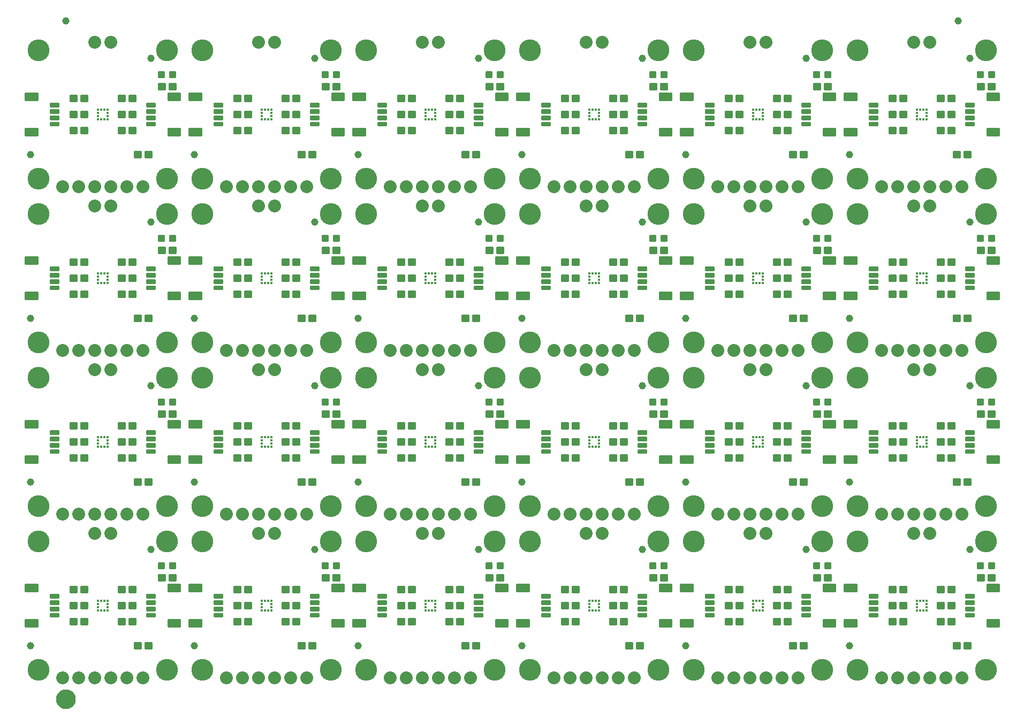
<source format=gts>
G04 EAGLE Gerber RS-274X export*
G75*
%MOMM*%
%FSLAX34Y34*%
%LPD*%
%INSoldermask Top*%
%IPPOS*%
%AMOC8*
5,1,8,0,0,1.08239X$1,22.5*%
G01*
%ADD10R,0.450000X0.400000*%
%ADD11R,0.400000X0.450000*%
%ADD12C,0.243431*%
%ADD13C,0.255816*%
%ADD14C,1.152400*%
%ADD15C,3.454400*%
%ADD16C,2.032000*%
%ADD17C,0.253525*%
%ADD18C,0.449434*%
%ADD19C,1.270000*%
%ADD20C,1.652400*%


D10*
X134750Y134500D03*
X134750Y129500D03*
X134750Y124500D03*
X134750Y119500D03*
D11*
X129500Y134750D03*
X124500Y134750D03*
D10*
X119250Y119500D03*
X119250Y124500D03*
X119250Y129500D03*
X119250Y134500D03*
D11*
X124500Y119250D03*
X129500Y119250D03*
D12*
X4505Y149455D02*
X4505Y160545D01*
X23595Y160545D01*
X23595Y149455D01*
X4505Y149455D01*
X4505Y151767D02*
X23595Y151767D01*
X23595Y154079D02*
X4505Y154079D01*
X4505Y156391D02*
X23595Y156391D01*
X23595Y158703D02*
X4505Y158703D01*
X4505Y104545D02*
X4505Y93455D01*
X4505Y104545D02*
X23595Y104545D01*
X23595Y93455D01*
X4505Y93455D01*
X4505Y95767D02*
X23595Y95767D01*
X23595Y98079D02*
X4505Y98079D01*
X4505Y100391D02*
X23595Y100391D01*
X23595Y102703D02*
X4505Y102703D01*
D13*
X44567Y139517D02*
X44567Y144483D01*
X57033Y144483D01*
X57033Y139517D01*
X44567Y139517D01*
X44567Y141947D02*
X57033Y141947D01*
X57033Y144377D02*
X44567Y144377D01*
X44567Y134483D02*
X44567Y129517D01*
X44567Y134483D02*
X57033Y134483D01*
X57033Y129517D01*
X44567Y129517D01*
X44567Y131947D02*
X57033Y131947D01*
X57033Y134377D02*
X44567Y134377D01*
X44567Y124483D02*
X44567Y119517D01*
X44567Y124483D02*
X57033Y124483D01*
X57033Y119517D01*
X44567Y119517D01*
X44567Y121947D02*
X57033Y121947D01*
X57033Y124377D02*
X44567Y124377D01*
X44567Y114483D02*
X44567Y109517D01*
X44567Y114483D02*
X57033Y114483D01*
X57033Y109517D01*
X44567Y109517D01*
X44567Y111947D02*
X57033Y111947D01*
X57033Y114377D02*
X44567Y114377D01*
D12*
X249495Y104545D02*
X249495Y93455D01*
X230405Y93455D01*
X230405Y104545D01*
X249495Y104545D01*
X249495Y95767D02*
X230405Y95767D01*
X230405Y98079D02*
X249495Y98079D01*
X249495Y100391D02*
X230405Y100391D01*
X230405Y102703D02*
X249495Y102703D01*
X249495Y149455D02*
X249495Y160545D01*
X249495Y149455D02*
X230405Y149455D01*
X230405Y160545D01*
X249495Y160545D01*
X249495Y151767D02*
X230405Y151767D01*
X230405Y154079D02*
X249495Y154079D01*
X249495Y156391D02*
X230405Y156391D01*
X230405Y158703D02*
X249495Y158703D01*
D13*
X209433Y114483D02*
X209433Y109517D01*
X196967Y109517D01*
X196967Y114483D01*
X209433Y114483D01*
X209433Y111947D02*
X196967Y111947D01*
X196967Y114377D02*
X209433Y114377D01*
X209433Y119517D02*
X209433Y124483D01*
X209433Y119517D02*
X196967Y119517D01*
X196967Y124483D01*
X209433Y124483D01*
X209433Y121947D02*
X196967Y121947D01*
X196967Y124377D02*
X209433Y124377D01*
X209433Y129517D02*
X209433Y134483D01*
X209433Y129517D02*
X196967Y129517D01*
X196967Y134483D01*
X209433Y134483D01*
X209433Y131947D02*
X196967Y131947D01*
X196967Y134377D02*
X209433Y134377D01*
X209433Y139517D02*
X209433Y144483D01*
X209433Y139517D02*
X196967Y139517D01*
X196967Y144483D01*
X209433Y144483D01*
X209433Y141947D02*
X196967Y141947D01*
X196967Y144377D02*
X209433Y144377D01*
D14*
X203200Y215900D03*
X12700Y63500D03*
D15*
X25400Y228600D03*
X228600Y228600D03*
X228600Y25400D03*
X25400Y25400D03*
D16*
X63500Y12700D03*
X88900Y12700D03*
X114300Y12700D03*
X139700Y12700D03*
X165100Y12700D03*
X190500Y12700D03*
X139700Y241300D03*
X114300Y241300D03*
D17*
X151605Y122505D02*
X161595Y122505D01*
X151605Y122505D02*
X151605Y131495D01*
X161595Y131495D01*
X161595Y122505D01*
X161595Y124913D02*
X151605Y124913D01*
X151605Y127321D02*
X161595Y127321D01*
X161595Y129729D02*
X151605Y129729D01*
X168605Y122505D02*
X178595Y122505D01*
X168605Y122505D02*
X168605Y131495D01*
X178595Y131495D01*
X178595Y122505D01*
X178595Y124913D02*
X168605Y124913D01*
X168605Y127321D02*
X178595Y127321D01*
X178595Y129729D02*
X168605Y129729D01*
X102395Y131495D02*
X92405Y131495D01*
X102395Y131495D02*
X102395Y122505D01*
X92405Y122505D01*
X92405Y131495D01*
X92405Y124913D02*
X102395Y124913D01*
X102395Y127321D02*
X92405Y127321D01*
X92405Y129729D02*
X102395Y129729D01*
X85395Y131495D02*
X75405Y131495D01*
X85395Y131495D02*
X85395Y122505D01*
X75405Y122505D01*
X75405Y131495D01*
X75405Y124913D02*
X85395Y124913D01*
X85395Y127321D02*
X75405Y127321D01*
X75405Y129729D02*
X85395Y129729D01*
D18*
X233855Y186985D02*
X233855Y194015D01*
X240885Y194015D01*
X240885Y186985D01*
X233855Y186985D01*
X233855Y191254D02*
X240885Y191254D01*
X216315Y194015D02*
X216315Y186985D01*
X216315Y194015D02*
X223345Y194015D01*
X223345Y186985D01*
X216315Y186985D01*
X216315Y191254D02*
X223345Y191254D01*
D17*
X225095Y166955D02*
X215105Y166955D01*
X215105Y175945D01*
X225095Y175945D01*
X225095Y166955D01*
X225095Y169363D02*
X215105Y169363D01*
X215105Y171771D02*
X225095Y171771D01*
X225095Y174179D02*
X215105Y174179D01*
X232105Y166955D02*
X242095Y166955D01*
X232105Y166955D02*
X232105Y175945D01*
X242095Y175945D01*
X242095Y166955D01*
X242095Y169363D02*
X232105Y169363D01*
X232105Y171771D02*
X242095Y171771D01*
X242095Y174179D02*
X232105Y174179D01*
X85395Y97105D02*
X75405Y97105D01*
X75405Y106095D01*
X85395Y106095D01*
X85395Y97105D01*
X85395Y99513D02*
X75405Y99513D01*
X75405Y101921D02*
X85395Y101921D01*
X85395Y104329D02*
X75405Y104329D01*
X92405Y97105D02*
X102395Y97105D01*
X92405Y97105D02*
X92405Y106095D01*
X102395Y106095D01*
X102395Y97105D01*
X102395Y99513D02*
X92405Y99513D01*
X92405Y101921D02*
X102395Y101921D01*
X102395Y104329D02*
X92405Y104329D01*
X151605Y97105D02*
X161595Y97105D01*
X151605Y97105D02*
X151605Y106095D01*
X161595Y106095D01*
X161595Y97105D01*
X161595Y99513D02*
X151605Y99513D01*
X151605Y101921D02*
X161595Y101921D01*
X161595Y104329D02*
X151605Y104329D01*
X168605Y97105D02*
X178595Y97105D01*
X168605Y97105D02*
X168605Y106095D01*
X178595Y106095D01*
X178595Y97105D01*
X178595Y99513D02*
X168605Y99513D01*
X168605Y101921D02*
X178595Y101921D01*
X178595Y104329D02*
X168605Y104329D01*
X168605Y156895D02*
X178595Y156895D01*
X178595Y147905D01*
X168605Y147905D01*
X168605Y156895D01*
X168605Y150313D02*
X178595Y150313D01*
X178595Y152721D02*
X168605Y152721D01*
X168605Y155129D02*
X178595Y155129D01*
X161595Y156895D02*
X151605Y156895D01*
X161595Y156895D02*
X161595Y147905D01*
X151605Y147905D01*
X151605Y156895D01*
X151605Y150313D02*
X161595Y150313D01*
X161595Y152721D02*
X151605Y152721D01*
X151605Y155129D02*
X161595Y155129D01*
X102395Y156895D02*
X92405Y156895D01*
X102395Y156895D02*
X102395Y147905D01*
X92405Y147905D01*
X92405Y156895D01*
X92405Y150313D02*
X102395Y150313D01*
X102395Y152721D02*
X92405Y152721D01*
X92405Y155129D02*
X102395Y155129D01*
X85395Y156895D02*
X75405Y156895D01*
X85395Y156895D02*
X85395Y147905D01*
X75405Y147905D01*
X75405Y156895D01*
X75405Y150313D02*
X85395Y150313D01*
X85395Y152721D02*
X75405Y152721D01*
X75405Y155129D02*
X85395Y155129D01*
X177005Y59005D02*
X186995Y59005D01*
X177005Y59005D02*
X177005Y67995D01*
X186995Y67995D01*
X186995Y59005D01*
X186995Y61413D02*
X177005Y61413D01*
X177005Y63821D02*
X186995Y63821D01*
X186995Y66229D02*
X177005Y66229D01*
X194005Y59005D02*
X203995Y59005D01*
X194005Y59005D02*
X194005Y67995D01*
X203995Y67995D01*
X203995Y59005D01*
X203995Y61413D02*
X194005Y61413D01*
X194005Y63821D02*
X203995Y63821D01*
X203995Y66229D02*
X194005Y66229D01*
D10*
X393830Y134500D03*
X393830Y129500D03*
X393830Y124500D03*
X393830Y119500D03*
D11*
X388580Y134750D03*
X383580Y134750D03*
D10*
X378330Y119500D03*
X378330Y124500D03*
X378330Y129500D03*
X378330Y134500D03*
D11*
X383580Y119250D03*
X388580Y119250D03*
D12*
X263585Y149455D02*
X263585Y160545D01*
X282675Y160545D01*
X282675Y149455D01*
X263585Y149455D01*
X263585Y151767D02*
X282675Y151767D01*
X282675Y154079D02*
X263585Y154079D01*
X263585Y156391D02*
X282675Y156391D01*
X282675Y158703D02*
X263585Y158703D01*
X263585Y104545D02*
X263585Y93455D01*
X263585Y104545D02*
X282675Y104545D01*
X282675Y93455D01*
X263585Y93455D01*
X263585Y95767D02*
X282675Y95767D01*
X282675Y98079D02*
X263585Y98079D01*
X263585Y100391D02*
X282675Y100391D01*
X282675Y102703D02*
X263585Y102703D01*
D13*
X303647Y139517D02*
X303647Y144483D01*
X316113Y144483D01*
X316113Y139517D01*
X303647Y139517D01*
X303647Y141947D02*
X316113Y141947D01*
X316113Y144377D02*
X303647Y144377D01*
X303647Y134483D02*
X303647Y129517D01*
X303647Y134483D02*
X316113Y134483D01*
X316113Y129517D01*
X303647Y129517D01*
X303647Y131947D02*
X316113Y131947D01*
X316113Y134377D02*
X303647Y134377D01*
X303647Y124483D02*
X303647Y119517D01*
X303647Y124483D02*
X316113Y124483D01*
X316113Y119517D01*
X303647Y119517D01*
X303647Y121947D02*
X316113Y121947D01*
X316113Y124377D02*
X303647Y124377D01*
X303647Y114483D02*
X303647Y109517D01*
X303647Y114483D02*
X316113Y114483D01*
X316113Y109517D01*
X303647Y109517D01*
X303647Y111947D02*
X316113Y111947D01*
X316113Y114377D02*
X303647Y114377D01*
D12*
X508575Y104545D02*
X508575Y93455D01*
X489485Y93455D01*
X489485Y104545D01*
X508575Y104545D01*
X508575Y95767D02*
X489485Y95767D01*
X489485Y98079D02*
X508575Y98079D01*
X508575Y100391D02*
X489485Y100391D01*
X489485Y102703D02*
X508575Y102703D01*
X508575Y149455D02*
X508575Y160545D01*
X508575Y149455D02*
X489485Y149455D01*
X489485Y160545D01*
X508575Y160545D01*
X508575Y151767D02*
X489485Y151767D01*
X489485Y154079D02*
X508575Y154079D01*
X508575Y156391D02*
X489485Y156391D01*
X489485Y158703D02*
X508575Y158703D01*
D13*
X468513Y114483D02*
X468513Y109517D01*
X456047Y109517D01*
X456047Y114483D01*
X468513Y114483D01*
X468513Y111947D02*
X456047Y111947D01*
X456047Y114377D02*
X468513Y114377D01*
X468513Y119517D02*
X468513Y124483D01*
X468513Y119517D02*
X456047Y119517D01*
X456047Y124483D01*
X468513Y124483D01*
X468513Y121947D02*
X456047Y121947D01*
X456047Y124377D02*
X468513Y124377D01*
X468513Y129517D02*
X468513Y134483D01*
X468513Y129517D02*
X456047Y129517D01*
X456047Y134483D01*
X468513Y134483D01*
X468513Y131947D02*
X456047Y131947D01*
X456047Y134377D02*
X468513Y134377D01*
X468513Y139517D02*
X468513Y144483D01*
X468513Y139517D02*
X456047Y139517D01*
X456047Y144483D01*
X468513Y144483D01*
X468513Y141947D02*
X456047Y141947D01*
X456047Y144377D02*
X468513Y144377D01*
D14*
X462280Y215900D03*
X271780Y63500D03*
D15*
X284480Y228600D03*
X487680Y228600D03*
X487680Y25400D03*
X284480Y25400D03*
D16*
X322580Y12700D03*
X347980Y12700D03*
X373380Y12700D03*
X398780Y12700D03*
X424180Y12700D03*
X449580Y12700D03*
X398780Y241300D03*
X373380Y241300D03*
D17*
X410685Y122505D02*
X420675Y122505D01*
X410685Y122505D02*
X410685Y131495D01*
X420675Y131495D01*
X420675Y122505D01*
X420675Y124913D02*
X410685Y124913D01*
X410685Y127321D02*
X420675Y127321D01*
X420675Y129729D02*
X410685Y129729D01*
X427685Y122505D02*
X437675Y122505D01*
X427685Y122505D02*
X427685Y131495D01*
X437675Y131495D01*
X437675Y122505D01*
X437675Y124913D02*
X427685Y124913D01*
X427685Y127321D02*
X437675Y127321D01*
X437675Y129729D02*
X427685Y129729D01*
X361475Y131495D02*
X351485Y131495D01*
X361475Y131495D02*
X361475Y122505D01*
X351485Y122505D01*
X351485Y131495D01*
X351485Y124913D02*
X361475Y124913D01*
X361475Y127321D02*
X351485Y127321D01*
X351485Y129729D02*
X361475Y129729D01*
X344475Y131495D02*
X334485Y131495D01*
X344475Y131495D02*
X344475Y122505D01*
X334485Y122505D01*
X334485Y131495D01*
X334485Y124913D02*
X344475Y124913D01*
X344475Y127321D02*
X334485Y127321D01*
X334485Y129729D02*
X344475Y129729D01*
D18*
X492935Y186985D02*
X492935Y194015D01*
X499965Y194015D01*
X499965Y186985D01*
X492935Y186985D01*
X492935Y191254D02*
X499965Y191254D01*
X475395Y194015D02*
X475395Y186985D01*
X475395Y194015D02*
X482425Y194015D01*
X482425Y186985D01*
X475395Y186985D01*
X475395Y191254D02*
X482425Y191254D01*
D17*
X484175Y166955D02*
X474185Y166955D01*
X474185Y175945D01*
X484175Y175945D01*
X484175Y166955D01*
X484175Y169363D02*
X474185Y169363D01*
X474185Y171771D02*
X484175Y171771D01*
X484175Y174179D02*
X474185Y174179D01*
X491185Y166955D02*
X501175Y166955D01*
X491185Y166955D02*
X491185Y175945D01*
X501175Y175945D01*
X501175Y166955D01*
X501175Y169363D02*
X491185Y169363D01*
X491185Y171771D02*
X501175Y171771D01*
X501175Y174179D02*
X491185Y174179D01*
X344475Y97105D02*
X334485Y97105D01*
X334485Y106095D01*
X344475Y106095D01*
X344475Y97105D01*
X344475Y99513D02*
X334485Y99513D01*
X334485Y101921D02*
X344475Y101921D01*
X344475Y104329D02*
X334485Y104329D01*
X351485Y97105D02*
X361475Y97105D01*
X351485Y97105D02*
X351485Y106095D01*
X361475Y106095D01*
X361475Y97105D01*
X361475Y99513D02*
X351485Y99513D01*
X351485Y101921D02*
X361475Y101921D01*
X361475Y104329D02*
X351485Y104329D01*
X410685Y97105D02*
X420675Y97105D01*
X410685Y97105D02*
X410685Y106095D01*
X420675Y106095D01*
X420675Y97105D01*
X420675Y99513D02*
X410685Y99513D01*
X410685Y101921D02*
X420675Y101921D01*
X420675Y104329D02*
X410685Y104329D01*
X427685Y97105D02*
X437675Y97105D01*
X427685Y97105D02*
X427685Y106095D01*
X437675Y106095D01*
X437675Y97105D01*
X437675Y99513D02*
X427685Y99513D01*
X427685Y101921D02*
X437675Y101921D01*
X437675Y104329D02*
X427685Y104329D01*
X427685Y156895D02*
X437675Y156895D01*
X437675Y147905D01*
X427685Y147905D01*
X427685Y156895D01*
X427685Y150313D02*
X437675Y150313D01*
X437675Y152721D02*
X427685Y152721D01*
X427685Y155129D02*
X437675Y155129D01*
X420675Y156895D02*
X410685Y156895D01*
X420675Y156895D02*
X420675Y147905D01*
X410685Y147905D01*
X410685Y156895D01*
X410685Y150313D02*
X420675Y150313D01*
X420675Y152721D02*
X410685Y152721D01*
X410685Y155129D02*
X420675Y155129D01*
X361475Y156895D02*
X351485Y156895D01*
X361475Y156895D02*
X361475Y147905D01*
X351485Y147905D01*
X351485Y156895D01*
X351485Y150313D02*
X361475Y150313D01*
X361475Y152721D02*
X351485Y152721D01*
X351485Y155129D02*
X361475Y155129D01*
X344475Y156895D02*
X334485Y156895D01*
X344475Y156895D02*
X344475Y147905D01*
X334485Y147905D01*
X334485Y156895D01*
X334485Y150313D02*
X344475Y150313D01*
X344475Y152721D02*
X334485Y152721D01*
X334485Y155129D02*
X344475Y155129D01*
X436085Y59005D02*
X446075Y59005D01*
X436085Y59005D02*
X436085Y67995D01*
X446075Y67995D01*
X446075Y59005D01*
X446075Y61413D02*
X436085Y61413D01*
X436085Y63821D02*
X446075Y63821D01*
X446075Y66229D02*
X436085Y66229D01*
X453085Y59005D02*
X463075Y59005D01*
X453085Y59005D02*
X453085Y67995D01*
X463075Y67995D01*
X463075Y59005D01*
X463075Y61413D02*
X453085Y61413D01*
X453085Y63821D02*
X463075Y63821D01*
X463075Y66229D02*
X453085Y66229D01*
D10*
X652910Y134500D03*
X652910Y129500D03*
X652910Y124500D03*
X652910Y119500D03*
D11*
X647660Y134750D03*
X642660Y134750D03*
D10*
X637410Y119500D03*
X637410Y124500D03*
X637410Y129500D03*
X637410Y134500D03*
D11*
X642660Y119250D03*
X647660Y119250D03*
D12*
X522665Y149455D02*
X522665Y160545D01*
X541755Y160545D01*
X541755Y149455D01*
X522665Y149455D01*
X522665Y151767D02*
X541755Y151767D01*
X541755Y154079D02*
X522665Y154079D01*
X522665Y156391D02*
X541755Y156391D01*
X541755Y158703D02*
X522665Y158703D01*
X522665Y104545D02*
X522665Y93455D01*
X522665Y104545D02*
X541755Y104545D01*
X541755Y93455D01*
X522665Y93455D01*
X522665Y95767D02*
X541755Y95767D01*
X541755Y98079D02*
X522665Y98079D01*
X522665Y100391D02*
X541755Y100391D01*
X541755Y102703D02*
X522665Y102703D01*
D13*
X562727Y139517D02*
X562727Y144483D01*
X575193Y144483D01*
X575193Y139517D01*
X562727Y139517D01*
X562727Y141947D02*
X575193Y141947D01*
X575193Y144377D02*
X562727Y144377D01*
X562727Y134483D02*
X562727Y129517D01*
X562727Y134483D02*
X575193Y134483D01*
X575193Y129517D01*
X562727Y129517D01*
X562727Y131947D02*
X575193Y131947D01*
X575193Y134377D02*
X562727Y134377D01*
X562727Y124483D02*
X562727Y119517D01*
X562727Y124483D02*
X575193Y124483D01*
X575193Y119517D01*
X562727Y119517D01*
X562727Y121947D02*
X575193Y121947D01*
X575193Y124377D02*
X562727Y124377D01*
X562727Y114483D02*
X562727Y109517D01*
X562727Y114483D02*
X575193Y114483D01*
X575193Y109517D01*
X562727Y109517D01*
X562727Y111947D02*
X575193Y111947D01*
X575193Y114377D02*
X562727Y114377D01*
D12*
X767655Y104545D02*
X767655Y93455D01*
X748565Y93455D01*
X748565Y104545D01*
X767655Y104545D01*
X767655Y95767D02*
X748565Y95767D01*
X748565Y98079D02*
X767655Y98079D01*
X767655Y100391D02*
X748565Y100391D01*
X748565Y102703D02*
X767655Y102703D01*
X767655Y149455D02*
X767655Y160545D01*
X767655Y149455D02*
X748565Y149455D01*
X748565Y160545D01*
X767655Y160545D01*
X767655Y151767D02*
X748565Y151767D01*
X748565Y154079D02*
X767655Y154079D01*
X767655Y156391D02*
X748565Y156391D01*
X748565Y158703D02*
X767655Y158703D01*
D13*
X727593Y114483D02*
X727593Y109517D01*
X715127Y109517D01*
X715127Y114483D01*
X727593Y114483D01*
X727593Y111947D02*
X715127Y111947D01*
X715127Y114377D02*
X727593Y114377D01*
X727593Y119517D02*
X727593Y124483D01*
X727593Y119517D02*
X715127Y119517D01*
X715127Y124483D01*
X727593Y124483D01*
X727593Y121947D02*
X715127Y121947D01*
X715127Y124377D02*
X727593Y124377D01*
X727593Y129517D02*
X727593Y134483D01*
X727593Y129517D02*
X715127Y129517D01*
X715127Y134483D01*
X727593Y134483D01*
X727593Y131947D02*
X715127Y131947D01*
X715127Y134377D02*
X727593Y134377D01*
X727593Y139517D02*
X727593Y144483D01*
X727593Y139517D02*
X715127Y139517D01*
X715127Y144483D01*
X727593Y144483D01*
X727593Y141947D02*
X715127Y141947D01*
X715127Y144377D02*
X727593Y144377D01*
D14*
X721360Y215900D03*
X530860Y63500D03*
D15*
X543560Y228600D03*
X746760Y228600D03*
X746760Y25400D03*
X543560Y25400D03*
D16*
X581660Y12700D03*
X607060Y12700D03*
X632460Y12700D03*
X657860Y12700D03*
X683260Y12700D03*
X708660Y12700D03*
X657860Y241300D03*
X632460Y241300D03*
D17*
X669765Y122505D02*
X679755Y122505D01*
X669765Y122505D02*
X669765Y131495D01*
X679755Y131495D01*
X679755Y122505D01*
X679755Y124913D02*
X669765Y124913D01*
X669765Y127321D02*
X679755Y127321D01*
X679755Y129729D02*
X669765Y129729D01*
X686765Y122505D02*
X696755Y122505D01*
X686765Y122505D02*
X686765Y131495D01*
X696755Y131495D01*
X696755Y122505D01*
X696755Y124913D02*
X686765Y124913D01*
X686765Y127321D02*
X696755Y127321D01*
X696755Y129729D02*
X686765Y129729D01*
X620555Y131495D02*
X610565Y131495D01*
X620555Y131495D02*
X620555Y122505D01*
X610565Y122505D01*
X610565Y131495D01*
X610565Y124913D02*
X620555Y124913D01*
X620555Y127321D02*
X610565Y127321D01*
X610565Y129729D02*
X620555Y129729D01*
X603555Y131495D02*
X593565Y131495D01*
X603555Y131495D02*
X603555Y122505D01*
X593565Y122505D01*
X593565Y131495D01*
X593565Y124913D02*
X603555Y124913D01*
X603555Y127321D02*
X593565Y127321D01*
X593565Y129729D02*
X603555Y129729D01*
D18*
X752015Y186985D02*
X752015Y194015D01*
X759045Y194015D01*
X759045Y186985D01*
X752015Y186985D01*
X752015Y191254D02*
X759045Y191254D01*
X734475Y194015D02*
X734475Y186985D01*
X734475Y194015D02*
X741505Y194015D01*
X741505Y186985D01*
X734475Y186985D01*
X734475Y191254D02*
X741505Y191254D01*
D17*
X743255Y166955D02*
X733265Y166955D01*
X733265Y175945D01*
X743255Y175945D01*
X743255Y166955D01*
X743255Y169363D02*
X733265Y169363D01*
X733265Y171771D02*
X743255Y171771D01*
X743255Y174179D02*
X733265Y174179D01*
X750265Y166955D02*
X760255Y166955D01*
X750265Y166955D02*
X750265Y175945D01*
X760255Y175945D01*
X760255Y166955D01*
X760255Y169363D02*
X750265Y169363D01*
X750265Y171771D02*
X760255Y171771D01*
X760255Y174179D02*
X750265Y174179D01*
X603555Y97105D02*
X593565Y97105D01*
X593565Y106095D01*
X603555Y106095D01*
X603555Y97105D01*
X603555Y99513D02*
X593565Y99513D01*
X593565Y101921D02*
X603555Y101921D01*
X603555Y104329D02*
X593565Y104329D01*
X610565Y97105D02*
X620555Y97105D01*
X610565Y97105D02*
X610565Y106095D01*
X620555Y106095D01*
X620555Y97105D01*
X620555Y99513D02*
X610565Y99513D01*
X610565Y101921D02*
X620555Y101921D01*
X620555Y104329D02*
X610565Y104329D01*
X669765Y97105D02*
X679755Y97105D01*
X669765Y97105D02*
X669765Y106095D01*
X679755Y106095D01*
X679755Y97105D01*
X679755Y99513D02*
X669765Y99513D01*
X669765Y101921D02*
X679755Y101921D01*
X679755Y104329D02*
X669765Y104329D01*
X686765Y97105D02*
X696755Y97105D01*
X686765Y97105D02*
X686765Y106095D01*
X696755Y106095D01*
X696755Y97105D01*
X696755Y99513D02*
X686765Y99513D01*
X686765Y101921D02*
X696755Y101921D01*
X696755Y104329D02*
X686765Y104329D01*
X686765Y156895D02*
X696755Y156895D01*
X696755Y147905D01*
X686765Y147905D01*
X686765Y156895D01*
X686765Y150313D02*
X696755Y150313D01*
X696755Y152721D02*
X686765Y152721D01*
X686765Y155129D02*
X696755Y155129D01*
X679755Y156895D02*
X669765Y156895D01*
X679755Y156895D02*
X679755Y147905D01*
X669765Y147905D01*
X669765Y156895D01*
X669765Y150313D02*
X679755Y150313D01*
X679755Y152721D02*
X669765Y152721D01*
X669765Y155129D02*
X679755Y155129D01*
X620555Y156895D02*
X610565Y156895D01*
X620555Y156895D02*
X620555Y147905D01*
X610565Y147905D01*
X610565Y156895D01*
X610565Y150313D02*
X620555Y150313D01*
X620555Y152721D02*
X610565Y152721D01*
X610565Y155129D02*
X620555Y155129D01*
X603555Y156895D02*
X593565Y156895D01*
X603555Y156895D02*
X603555Y147905D01*
X593565Y147905D01*
X593565Y156895D01*
X593565Y150313D02*
X603555Y150313D01*
X603555Y152721D02*
X593565Y152721D01*
X593565Y155129D02*
X603555Y155129D01*
X695165Y59005D02*
X705155Y59005D01*
X695165Y59005D02*
X695165Y67995D01*
X705155Y67995D01*
X705155Y59005D01*
X705155Y61413D02*
X695165Y61413D01*
X695165Y63821D02*
X705155Y63821D01*
X705155Y66229D02*
X695165Y66229D01*
X712165Y59005D02*
X722155Y59005D01*
X712165Y59005D02*
X712165Y67995D01*
X722155Y67995D01*
X722155Y59005D01*
X722155Y61413D02*
X712165Y61413D01*
X712165Y63821D02*
X722155Y63821D01*
X722155Y66229D02*
X712165Y66229D01*
D10*
X911990Y134500D03*
X911990Y129500D03*
X911990Y124500D03*
X911990Y119500D03*
D11*
X906740Y134750D03*
X901740Y134750D03*
D10*
X896490Y119500D03*
X896490Y124500D03*
X896490Y129500D03*
X896490Y134500D03*
D11*
X901740Y119250D03*
X906740Y119250D03*
D12*
X781745Y149455D02*
X781745Y160545D01*
X800835Y160545D01*
X800835Y149455D01*
X781745Y149455D01*
X781745Y151767D02*
X800835Y151767D01*
X800835Y154079D02*
X781745Y154079D01*
X781745Y156391D02*
X800835Y156391D01*
X800835Y158703D02*
X781745Y158703D01*
X781745Y104545D02*
X781745Y93455D01*
X781745Y104545D02*
X800835Y104545D01*
X800835Y93455D01*
X781745Y93455D01*
X781745Y95767D02*
X800835Y95767D01*
X800835Y98079D02*
X781745Y98079D01*
X781745Y100391D02*
X800835Y100391D01*
X800835Y102703D02*
X781745Y102703D01*
D13*
X821807Y139517D02*
X821807Y144483D01*
X834273Y144483D01*
X834273Y139517D01*
X821807Y139517D01*
X821807Y141947D02*
X834273Y141947D01*
X834273Y144377D02*
X821807Y144377D01*
X821807Y134483D02*
X821807Y129517D01*
X821807Y134483D02*
X834273Y134483D01*
X834273Y129517D01*
X821807Y129517D01*
X821807Y131947D02*
X834273Y131947D01*
X834273Y134377D02*
X821807Y134377D01*
X821807Y124483D02*
X821807Y119517D01*
X821807Y124483D02*
X834273Y124483D01*
X834273Y119517D01*
X821807Y119517D01*
X821807Y121947D02*
X834273Y121947D01*
X834273Y124377D02*
X821807Y124377D01*
X821807Y114483D02*
X821807Y109517D01*
X821807Y114483D02*
X834273Y114483D01*
X834273Y109517D01*
X821807Y109517D01*
X821807Y111947D02*
X834273Y111947D01*
X834273Y114377D02*
X821807Y114377D01*
D12*
X1026735Y104545D02*
X1026735Y93455D01*
X1007645Y93455D01*
X1007645Y104545D01*
X1026735Y104545D01*
X1026735Y95767D02*
X1007645Y95767D01*
X1007645Y98079D02*
X1026735Y98079D01*
X1026735Y100391D02*
X1007645Y100391D01*
X1007645Y102703D02*
X1026735Y102703D01*
X1026735Y149455D02*
X1026735Y160545D01*
X1026735Y149455D02*
X1007645Y149455D01*
X1007645Y160545D01*
X1026735Y160545D01*
X1026735Y151767D02*
X1007645Y151767D01*
X1007645Y154079D02*
X1026735Y154079D01*
X1026735Y156391D02*
X1007645Y156391D01*
X1007645Y158703D02*
X1026735Y158703D01*
D13*
X986673Y114483D02*
X986673Y109517D01*
X974207Y109517D01*
X974207Y114483D01*
X986673Y114483D01*
X986673Y111947D02*
X974207Y111947D01*
X974207Y114377D02*
X986673Y114377D01*
X986673Y119517D02*
X986673Y124483D01*
X986673Y119517D02*
X974207Y119517D01*
X974207Y124483D01*
X986673Y124483D01*
X986673Y121947D02*
X974207Y121947D01*
X974207Y124377D02*
X986673Y124377D01*
X986673Y129517D02*
X986673Y134483D01*
X986673Y129517D02*
X974207Y129517D01*
X974207Y134483D01*
X986673Y134483D01*
X986673Y131947D02*
X974207Y131947D01*
X974207Y134377D02*
X986673Y134377D01*
X986673Y139517D02*
X986673Y144483D01*
X986673Y139517D02*
X974207Y139517D01*
X974207Y144483D01*
X986673Y144483D01*
X986673Y141947D02*
X974207Y141947D01*
X974207Y144377D02*
X986673Y144377D01*
D14*
X980440Y215900D03*
X789940Y63500D03*
D15*
X802640Y228600D03*
X1005840Y228600D03*
X1005840Y25400D03*
X802640Y25400D03*
D16*
X840740Y12700D03*
X866140Y12700D03*
X891540Y12700D03*
X916940Y12700D03*
X942340Y12700D03*
X967740Y12700D03*
X916940Y241300D03*
X891540Y241300D03*
D17*
X928845Y122505D02*
X938835Y122505D01*
X928845Y122505D02*
X928845Y131495D01*
X938835Y131495D01*
X938835Y122505D01*
X938835Y124913D02*
X928845Y124913D01*
X928845Y127321D02*
X938835Y127321D01*
X938835Y129729D02*
X928845Y129729D01*
X945845Y122505D02*
X955835Y122505D01*
X945845Y122505D02*
X945845Y131495D01*
X955835Y131495D01*
X955835Y122505D01*
X955835Y124913D02*
X945845Y124913D01*
X945845Y127321D02*
X955835Y127321D01*
X955835Y129729D02*
X945845Y129729D01*
X879635Y131495D02*
X869645Y131495D01*
X879635Y131495D02*
X879635Y122505D01*
X869645Y122505D01*
X869645Y131495D01*
X869645Y124913D02*
X879635Y124913D01*
X879635Y127321D02*
X869645Y127321D01*
X869645Y129729D02*
X879635Y129729D01*
X862635Y131495D02*
X852645Y131495D01*
X862635Y131495D02*
X862635Y122505D01*
X852645Y122505D01*
X852645Y131495D01*
X852645Y124913D02*
X862635Y124913D01*
X862635Y127321D02*
X852645Y127321D01*
X852645Y129729D02*
X862635Y129729D01*
D18*
X1011095Y186985D02*
X1011095Y194015D01*
X1018125Y194015D01*
X1018125Y186985D01*
X1011095Y186985D01*
X1011095Y191254D02*
X1018125Y191254D01*
X993555Y194015D02*
X993555Y186985D01*
X993555Y194015D02*
X1000585Y194015D01*
X1000585Y186985D01*
X993555Y186985D01*
X993555Y191254D02*
X1000585Y191254D01*
D17*
X1002335Y166955D02*
X992345Y166955D01*
X992345Y175945D01*
X1002335Y175945D01*
X1002335Y166955D01*
X1002335Y169363D02*
X992345Y169363D01*
X992345Y171771D02*
X1002335Y171771D01*
X1002335Y174179D02*
X992345Y174179D01*
X1009345Y166955D02*
X1019335Y166955D01*
X1009345Y166955D02*
X1009345Y175945D01*
X1019335Y175945D01*
X1019335Y166955D01*
X1019335Y169363D02*
X1009345Y169363D01*
X1009345Y171771D02*
X1019335Y171771D01*
X1019335Y174179D02*
X1009345Y174179D01*
X862635Y97105D02*
X852645Y97105D01*
X852645Y106095D01*
X862635Y106095D01*
X862635Y97105D01*
X862635Y99513D02*
X852645Y99513D01*
X852645Y101921D02*
X862635Y101921D01*
X862635Y104329D02*
X852645Y104329D01*
X869645Y97105D02*
X879635Y97105D01*
X869645Y97105D02*
X869645Y106095D01*
X879635Y106095D01*
X879635Y97105D01*
X879635Y99513D02*
X869645Y99513D01*
X869645Y101921D02*
X879635Y101921D01*
X879635Y104329D02*
X869645Y104329D01*
X928845Y97105D02*
X938835Y97105D01*
X928845Y97105D02*
X928845Y106095D01*
X938835Y106095D01*
X938835Y97105D01*
X938835Y99513D02*
X928845Y99513D01*
X928845Y101921D02*
X938835Y101921D01*
X938835Y104329D02*
X928845Y104329D01*
X945845Y97105D02*
X955835Y97105D01*
X945845Y97105D02*
X945845Y106095D01*
X955835Y106095D01*
X955835Y97105D01*
X955835Y99513D02*
X945845Y99513D01*
X945845Y101921D02*
X955835Y101921D01*
X955835Y104329D02*
X945845Y104329D01*
X945845Y156895D02*
X955835Y156895D01*
X955835Y147905D01*
X945845Y147905D01*
X945845Y156895D01*
X945845Y150313D02*
X955835Y150313D01*
X955835Y152721D02*
X945845Y152721D01*
X945845Y155129D02*
X955835Y155129D01*
X938835Y156895D02*
X928845Y156895D01*
X938835Y156895D02*
X938835Y147905D01*
X928845Y147905D01*
X928845Y156895D01*
X928845Y150313D02*
X938835Y150313D01*
X938835Y152721D02*
X928845Y152721D01*
X928845Y155129D02*
X938835Y155129D01*
X879635Y156895D02*
X869645Y156895D01*
X879635Y156895D02*
X879635Y147905D01*
X869645Y147905D01*
X869645Y156895D01*
X869645Y150313D02*
X879635Y150313D01*
X879635Y152721D02*
X869645Y152721D01*
X869645Y155129D02*
X879635Y155129D01*
X862635Y156895D02*
X852645Y156895D01*
X862635Y156895D02*
X862635Y147905D01*
X852645Y147905D01*
X852645Y156895D01*
X852645Y150313D02*
X862635Y150313D01*
X862635Y152721D02*
X852645Y152721D01*
X852645Y155129D02*
X862635Y155129D01*
X954245Y59005D02*
X964235Y59005D01*
X954245Y59005D02*
X954245Y67995D01*
X964235Y67995D01*
X964235Y59005D01*
X964235Y61413D02*
X954245Y61413D01*
X954245Y63821D02*
X964235Y63821D01*
X964235Y66229D02*
X954245Y66229D01*
X971245Y59005D02*
X981235Y59005D01*
X971245Y59005D02*
X971245Y67995D01*
X981235Y67995D01*
X981235Y59005D01*
X981235Y61413D02*
X971245Y61413D01*
X971245Y63821D02*
X981235Y63821D01*
X981235Y66229D02*
X971245Y66229D01*
D10*
X1171070Y134500D03*
X1171070Y129500D03*
X1171070Y124500D03*
X1171070Y119500D03*
D11*
X1165820Y134750D03*
X1160820Y134750D03*
D10*
X1155570Y119500D03*
X1155570Y124500D03*
X1155570Y129500D03*
X1155570Y134500D03*
D11*
X1160820Y119250D03*
X1165820Y119250D03*
D12*
X1040825Y149455D02*
X1040825Y160545D01*
X1059915Y160545D01*
X1059915Y149455D01*
X1040825Y149455D01*
X1040825Y151767D02*
X1059915Y151767D01*
X1059915Y154079D02*
X1040825Y154079D01*
X1040825Y156391D02*
X1059915Y156391D01*
X1059915Y158703D02*
X1040825Y158703D01*
X1040825Y104545D02*
X1040825Y93455D01*
X1040825Y104545D02*
X1059915Y104545D01*
X1059915Y93455D01*
X1040825Y93455D01*
X1040825Y95767D02*
X1059915Y95767D01*
X1059915Y98079D02*
X1040825Y98079D01*
X1040825Y100391D02*
X1059915Y100391D01*
X1059915Y102703D02*
X1040825Y102703D01*
D13*
X1080887Y139517D02*
X1080887Y144483D01*
X1093353Y144483D01*
X1093353Y139517D01*
X1080887Y139517D01*
X1080887Y141947D02*
X1093353Y141947D01*
X1093353Y144377D02*
X1080887Y144377D01*
X1080887Y134483D02*
X1080887Y129517D01*
X1080887Y134483D02*
X1093353Y134483D01*
X1093353Y129517D01*
X1080887Y129517D01*
X1080887Y131947D02*
X1093353Y131947D01*
X1093353Y134377D02*
X1080887Y134377D01*
X1080887Y124483D02*
X1080887Y119517D01*
X1080887Y124483D02*
X1093353Y124483D01*
X1093353Y119517D01*
X1080887Y119517D01*
X1080887Y121947D02*
X1093353Y121947D01*
X1093353Y124377D02*
X1080887Y124377D01*
X1080887Y114483D02*
X1080887Y109517D01*
X1080887Y114483D02*
X1093353Y114483D01*
X1093353Y109517D01*
X1080887Y109517D01*
X1080887Y111947D02*
X1093353Y111947D01*
X1093353Y114377D02*
X1080887Y114377D01*
D12*
X1285815Y104545D02*
X1285815Y93455D01*
X1266725Y93455D01*
X1266725Y104545D01*
X1285815Y104545D01*
X1285815Y95767D02*
X1266725Y95767D01*
X1266725Y98079D02*
X1285815Y98079D01*
X1285815Y100391D02*
X1266725Y100391D01*
X1266725Y102703D02*
X1285815Y102703D01*
X1285815Y149455D02*
X1285815Y160545D01*
X1285815Y149455D02*
X1266725Y149455D01*
X1266725Y160545D01*
X1285815Y160545D01*
X1285815Y151767D02*
X1266725Y151767D01*
X1266725Y154079D02*
X1285815Y154079D01*
X1285815Y156391D02*
X1266725Y156391D01*
X1266725Y158703D02*
X1285815Y158703D01*
D13*
X1245753Y114483D02*
X1245753Y109517D01*
X1233287Y109517D01*
X1233287Y114483D01*
X1245753Y114483D01*
X1245753Y111947D02*
X1233287Y111947D01*
X1233287Y114377D02*
X1245753Y114377D01*
X1245753Y119517D02*
X1245753Y124483D01*
X1245753Y119517D02*
X1233287Y119517D01*
X1233287Y124483D01*
X1245753Y124483D01*
X1245753Y121947D02*
X1233287Y121947D01*
X1233287Y124377D02*
X1245753Y124377D01*
X1245753Y129517D02*
X1245753Y134483D01*
X1245753Y129517D02*
X1233287Y129517D01*
X1233287Y134483D01*
X1245753Y134483D01*
X1245753Y131947D02*
X1233287Y131947D01*
X1233287Y134377D02*
X1245753Y134377D01*
X1245753Y139517D02*
X1245753Y144483D01*
X1245753Y139517D02*
X1233287Y139517D01*
X1233287Y144483D01*
X1245753Y144483D01*
X1245753Y141947D02*
X1233287Y141947D01*
X1233287Y144377D02*
X1245753Y144377D01*
D14*
X1239520Y215900D03*
X1049020Y63500D03*
D15*
X1061720Y228600D03*
X1264920Y228600D03*
X1264920Y25400D03*
X1061720Y25400D03*
D16*
X1099820Y12700D03*
X1125220Y12700D03*
X1150620Y12700D03*
X1176020Y12700D03*
X1201420Y12700D03*
X1226820Y12700D03*
X1176020Y241300D03*
X1150620Y241300D03*
D17*
X1187925Y122505D02*
X1197915Y122505D01*
X1187925Y122505D02*
X1187925Y131495D01*
X1197915Y131495D01*
X1197915Y122505D01*
X1197915Y124913D02*
X1187925Y124913D01*
X1187925Y127321D02*
X1197915Y127321D01*
X1197915Y129729D02*
X1187925Y129729D01*
X1204925Y122505D02*
X1214915Y122505D01*
X1204925Y122505D02*
X1204925Y131495D01*
X1214915Y131495D01*
X1214915Y122505D01*
X1214915Y124913D02*
X1204925Y124913D01*
X1204925Y127321D02*
X1214915Y127321D01*
X1214915Y129729D02*
X1204925Y129729D01*
X1138715Y131495D02*
X1128725Y131495D01*
X1138715Y131495D02*
X1138715Y122505D01*
X1128725Y122505D01*
X1128725Y131495D01*
X1128725Y124913D02*
X1138715Y124913D01*
X1138715Y127321D02*
X1128725Y127321D01*
X1128725Y129729D02*
X1138715Y129729D01*
X1121715Y131495D02*
X1111725Y131495D01*
X1121715Y131495D02*
X1121715Y122505D01*
X1111725Y122505D01*
X1111725Y131495D01*
X1111725Y124913D02*
X1121715Y124913D01*
X1121715Y127321D02*
X1111725Y127321D01*
X1111725Y129729D02*
X1121715Y129729D01*
D18*
X1270175Y186985D02*
X1270175Y194015D01*
X1277205Y194015D01*
X1277205Y186985D01*
X1270175Y186985D01*
X1270175Y191254D02*
X1277205Y191254D01*
X1252635Y194015D02*
X1252635Y186985D01*
X1252635Y194015D02*
X1259665Y194015D01*
X1259665Y186985D01*
X1252635Y186985D01*
X1252635Y191254D02*
X1259665Y191254D01*
D17*
X1261415Y166955D02*
X1251425Y166955D01*
X1251425Y175945D01*
X1261415Y175945D01*
X1261415Y166955D01*
X1261415Y169363D02*
X1251425Y169363D01*
X1251425Y171771D02*
X1261415Y171771D01*
X1261415Y174179D02*
X1251425Y174179D01*
X1268425Y166955D02*
X1278415Y166955D01*
X1268425Y166955D02*
X1268425Y175945D01*
X1278415Y175945D01*
X1278415Y166955D01*
X1278415Y169363D02*
X1268425Y169363D01*
X1268425Y171771D02*
X1278415Y171771D01*
X1278415Y174179D02*
X1268425Y174179D01*
X1121715Y97105D02*
X1111725Y97105D01*
X1111725Y106095D01*
X1121715Y106095D01*
X1121715Y97105D01*
X1121715Y99513D02*
X1111725Y99513D01*
X1111725Y101921D02*
X1121715Y101921D01*
X1121715Y104329D02*
X1111725Y104329D01*
X1128725Y97105D02*
X1138715Y97105D01*
X1128725Y97105D02*
X1128725Y106095D01*
X1138715Y106095D01*
X1138715Y97105D01*
X1138715Y99513D02*
X1128725Y99513D01*
X1128725Y101921D02*
X1138715Y101921D01*
X1138715Y104329D02*
X1128725Y104329D01*
X1187925Y97105D02*
X1197915Y97105D01*
X1187925Y97105D02*
X1187925Y106095D01*
X1197915Y106095D01*
X1197915Y97105D01*
X1197915Y99513D02*
X1187925Y99513D01*
X1187925Y101921D02*
X1197915Y101921D01*
X1197915Y104329D02*
X1187925Y104329D01*
X1204925Y97105D02*
X1214915Y97105D01*
X1204925Y97105D02*
X1204925Y106095D01*
X1214915Y106095D01*
X1214915Y97105D01*
X1214915Y99513D02*
X1204925Y99513D01*
X1204925Y101921D02*
X1214915Y101921D01*
X1214915Y104329D02*
X1204925Y104329D01*
X1204925Y156895D02*
X1214915Y156895D01*
X1214915Y147905D01*
X1204925Y147905D01*
X1204925Y156895D01*
X1204925Y150313D02*
X1214915Y150313D01*
X1214915Y152721D02*
X1204925Y152721D01*
X1204925Y155129D02*
X1214915Y155129D01*
X1197915Y156895D02*
X1187925Y156895D01*
X1197915Y156895D02*
X1197915Y147905D01*
X1187925Y147905D01*
X1187925Y156895D01*
X1187925Y150313D02*
X1197915Y150313D01*
X1197915Y152721D02*
X1187925Y152721D01*
X1187925Y155129D02*
X1197915Y155129D01*
X1138715Y156895D02*
X1128725Y156895D01*
X1138715Y156895D02*
X1138715Y147905D01*
X1128725Y147905D01*
X1128725Y156895D01*
X1128725Y150313D02*
X1138715Y150313D01*
X1138715Y152721D02*
X1128725Y152721D01*
X1128725Y155129D02*
X1138715Y155129D01*
X1121715Y156895D02*
X1111725Y156895D01*
X1121715Y156895D02*
X1121715Y147905D01*
X1111725Y147905D01*
X1111725Y156895D01*
X1111725Y150313D02*
X1121715Y150313D01*
X1121715Y152721D02*
X1111725Y152721D01*
X1111725Y155129D02*
X1121715Y155129D01*
X1213325Y59005D02*
X1223315Y59005D01*
X1213325Y59005D02*
X1213325Y67995D01*
X1223315Y67995D01*
X1223315Y59005D01*
X1223315Y61413D02*
X1213325Y61413D01*
X1213325Y63821D02*
X1223315Y63821D01*
X1223315Y66229D02*
X1213325Y66229D01*
X1230325Y59005D02*
X1240315Y59005D01*
X1230325Y59005D02*
X1230325Y67995D01*
X1240315Y67995D01*
X1240315Y59005D01*
X1240315Y61413D02*
X1230325Y61413D01*
X1230325Y63821D02*
X1240315Y63821D01*
X1240315Y66229D02*
X1230325Y66229D01*
D10*
X1430150Y134500D03*
X1430150Y129500D03*
X1430150Y124500D03*
X1430150Y119500D03*
D11*
X1424900Y134750D03*
X1419900Y134750D03*
D10*
X1414650Y119500D03*
X1414650Y124500D03*
X1414650Y129500D03*
X1414650Y134500D03*
D11*
X1419900Y119250D03*
X1424900Y119250D03*
D12*
X1299905Y149455D02*
X1299905Y160545D01*
X1318995Y160545D01*
X1318995Y149455D01*
X1299905Y149455D01*
X1299905Y151767D02*
X1318995Y151767D01*
X1318995Y154079D02*
X1299905Y154079D01*
X1299905Y156391D02*
X1318995Y156391D01*
X1318995Y158703D02*
X1299905Y158703D01*
X1299905Y104545D02*
X1299905Y93455D01*
X1299905Y104545D02*
X1318995Y104545D01*
X1318995Y93455D01*
X1299905Y93455D01*
X1299905Y95767D02*
X1318995Y95767D01*
X1318995Y98079D02*
X1299905Y98079D01*
X1299905Y100391D02*
X1318995Y100391D01*
X1318995Y102703D02*
X1299905Y102703D01*
D13*
X1339967Y139517D02*
X1339967Y144483D01*
X1352433Y144483D01*
X1352433Y139517D01*
X1339967Y139517D01*
X1339967Y141947D02*
X1352433Y141947D01*
X1352433Y144377D02*
X1339967Y144377D01*
X1339967Y134483D02*
X1339967Y129517D01*
X1339967Y134483D02*
X1352433Y134483D01*
X1352433Y129517D01*
X1339967Y129517D01*
X1339967Y131947D02*
X1352433Y131947D01*
X1352433Y134377D02*
X1339967Y134377D01*
X1339967Y124483D02*
X1339967Y119517D01*
X1339967Y124483D02*
X1352433Y124483D01*
X1352433Y119517D01*
X1339967Y119517D01*
X1339967Y121947D02*
X1352433Y121947D01*
X1352433Y124377D02*
X1339967Y124377D01*
X1339967Y114483D02*
X1339967Y109517D01*
X1339967Y114483D02*
X1352433Y114483D01*
X1352433Y109517D01*
X1339967Y109517D01*
X1339967Y111947D02*
X1352433Y111947D01*
X1352433Y114377D02*
X1339967Y114377D01*
D12*
X1544895Y104545D02*
X1544895Y93455D01*
X1525805Y93455D01*
X1525805Y104545D01*
X1544895Y104545D01*
X1544895Y95767D02*
X1525805Y95767D01*
X1525805Y98079D02*
X1544895Y98079D01*
X1544895Y100391D02*
X1525805Y100391D01*
X1525805Y102703D02*
X1544895Y102703D01*
X1544895Y149455D02*
X1544895Y160545D01*
X1544895Y149455D02*
X1525805Y149455D01*
X1525805Y160545D01*
X1544895Y160545D01*
X1544895Y151767D02*
X1525805Y151767D01*
X1525805Y154079D02*
X1544895Y154079D01*
X1544895Y156391D02*
X1525805Y156391D01*
X1525805Y158703D02*
X1544895Y158703D01*
D13*
X1504833Y114483D02*
X1504833Y109517D01*
X1492367Y109517D01*
X1492367Y114483D01*
X1504833Y114483D01*
X1504833Y111947D02*
X1492367Y111947D01*
X1492367Y114377D02*
X1504833Y114377D01*
X1504833Y119517D02*
X1504833Y124483D01*
X1504833Y119517D02*
X1492367Y119517D01*
X1492367Y124483D01*
X1504833Y124483D01*
X1504833Y121947D02*
X1492367Y121947D01*
X1492367Y124377D02*
X1504833Y124377D01*
X1504833Y129517D02*
X1504833Y134483D01*
X1504833Y129517D02*
X1492367Y129517D01*
X1492367Y134483D01*
X1504833Y134483D01*
X1504833Y131947D02*
X1492367Y131947D01*
X1492367Y134377D02*
X1504833Y134377D01*
X1504833Y139517D02*
X1504833Y144483D01*
X1504833Y139517D02*
X1492367Y139517D01*
X1492367Y144483D01*
X1504833Y144483D01*
X1504833Y141947D02*
X1492367Y141947D01*
X1492367Y144377D02*
X1504833Y144377D01*
D14*
X1498600Y215900D03*
X1308100Y63500D03*
D15*
X1320800Y228600D03*
X1524000Y228600D03*
X1524000Y25400D03*
X1320800Y25400D03*
D16*
X1358900Y12700D03*
X1384300Y12700D03*
X1409700Y12700D03*
X1435100Y12700D03*
X1460500Y12700D03*
X1485900Y12700D03*
X1435100Y241300D03*
X1409700Y241300D03*
D17*
X1447005Y122505D02*
X1456995Y122505D01*
X1447005Y122505D02*
X1447005Y131495D01*
X1456995Y131495D01*
X1456995Y122505D01*
X1456995Y124913D02*
X1447005Y124913D01*
X1447005Y127321D02*
X1456995Y127321D01*
X1456995Y129729D02*
X1447005Y129729D01*
X1464005Y122505D02*
X1473995Y122505D01*
X1464005Y122505D02*
X1464005Y131495D01*
X1473995Y131495D01*
X1473995Y122505D01*
X1473995Y124913D02*
X1464005Y124913D01*
X1464005Y127321D02*
X1473995Y127321D01*
X1473995Y129729D02*
X1464005Y129729D01*
X1397795Y131495D02*
X1387805Y131495D01*
X1397795Y131495D02*
X1397795Y122505D01*
X1387805Y122505D01*
X1387805Y131495D01*
X1387805Y124913D02*
X1397795Y124913D01*
X1397795Y127321D02*
X1387805Y127321D01*
X1387805Y129729D02*
X1397795Y129729D01*
X1380795Y131495D02*
X1370805Y131495D01*
X1380795Y131495D02*
X1380795Y122505D01*
X1370805Y122505D01*
X1370805Y131495D01*
X1370805Y124913D02*
X1380795Y124913D01*
X1380795Y127321D02*
X1370805Y127321D01*
X1370805Y129729D02*
X1380795Y129729D01*
D18*
X1529255Y186985D02*
X1529255Y194015D01*
X1536285Y194015D01*
X1536285Y186985D01*
X1529255Y186985D01*
X1529255Y191254D02*
X1536285Y191254D01*
X1511715Y194015D02*
X1511715Y186985D01*
X1511715Y194015D02*
X1518745Y194015D01*
X1518745Y186985D01*
X1511715Y186985D01*
X1511715Y191254D02*
X1518745Y191254D01*
D17*
X1520495Y166955D02*
X1510505Y166955D01*
X1510505Y175945D01*
X1520495Y175945D01*
X1520495Y166955D01*
X1520495Y169363D02*
X1510505Y169363D01*
X1510505Y171771D02*
X1520495Y171771D01*
X1520495Y174179D02*
X1510505Y174179D01*
X1527505Y166955D02*
X1537495Y166955D01*
X1527505Y166955D02*
X1527505Y175945D01*
X1537495Y175945D01*
X1537495Y166955D01*
X1537495Y169363D02*
X1527505Y169363D01*
X1527505Y171771D02*
X1537495Y171771D01*
X1537495Y174179D02*
X1527505Y174179D01*
X1380795Y97105D02*
X1370805Y97105D01*
X1370805Y106095D01*
X1380795Y106095D01*
X1380795Y97105D01*
X1380795Y99513D02*
X1370805Y99513D01*
X1370805Y101921D02*
X1380795Y101921D01*
X1380795Y104329D02*
X1370805Y104329D01*
X1387805Y97105D02*
X1397795Y97105D01*
X1387805Y97105D02*
X1387805Y106095D01*
X1397795Y106095D01*
X1397795Y97105D01*
X1397795Y99513D02*
X1387805Y99513D01*
X1387805Y101921D02*
X1397795Y101921D01*
X1397795Y104329D02*
X1387805Y104329D01*
X1447005Y97105D02*
X1456995Y97105D01*
X1447005Y97105D02*
X1447005Y106095D01*
X1456995Y106095D01*
X1456995Y97105D01*
X1456995Y99513D02*
X1447005Y99513D01*
X1447005Y101921D02*
X1456995Y101921D01*
X1456995Y104329D02*
X1447005Y104329D01*
X1464005Y97105D02*
X1473995Y97105D01*
X1464005Y97105D02*
X1464005Y106095D01*
X1473995Y106095D01*
X1473995Y97105D01*
X1473995Y99513D02*
X1464005Y99513D01*
X1464005Y101921D02*
X1473995Y101921D01*
X1473995Y104329D02*
X1464005Y104329D01*
X1464005Y156895D02*
X1473995Y156895D01*
X1473995Y147905D01*
X1464005Y147905D01*
X1464005Y156895D01*
X1464005Y150313D02*
X1473995Y150313D01*
X1473995Y152721D02*
X1464005Y152721D01*
X1464005Y155129D02*
X1473995Y155129D01*
X1456995Y156895D02*
X1447005Y156895D01*
X1456995Y156895D02*
X1456995Y147905D01*
X1447005Y147905D01*
X1447005Y156895D01*
X1447005Y150313D02*
X1456995Y150313D01*
X1456995Y152721D02*
X1447005Y152721D01*
X1447005Y155129D02*
X1456995Y155129D01*
X1397795Y156895D02*
X1387805Y156895D01*
X1397795Y156895D02*
X1397795Y147905D01*
X1387805Y147905D01*
X1387805Y156895D01*
X1387805Y150313D02*
X1397795Y150313D01*
X1397795Y152721D02*
X1387805Y152721D01*
X1387805Y155129D02*
X1397795Y155129D01*
X1380795Y156895D02*
X1370805Y156895D01*
X1380795Y156895D02*
X1380795Y147905D01*
X1370805Y147905D01*
X1370805Y156895D01*
X1370805Y150313D02*
X1380795Y150313D01*
X1380795Y152721D02*
X1370805Y152721D01*
X1370805Y155129D02*
X1380795Y155129D01*
X1472405Y59005D02*
X1482395Y59005D01*
X1472405Y59005D02*
X1472405Y67995D01*
X1482395Y67995D01*
X1482395Y59005D01*
X1482395Y61413D02*
X1472405Y61413D01*
X1472405Y63821D02*
X1482395Y63821D01*
X1482395Y66229D02*
X1472405Y66229D01*
X1489405Y59005D02*
X1499395Y59005D01*
X1489405Y59005D02*
X1489405Y67995D01*
X1499395Y67995D01*
X1499395Y59005D01*
X1499395Y61413D02*
X1489405Y61413D01*
X1489405Y63821D02*
X1499395Y63821D01*
X1499395Y66229D02*
X1489405Y66229D01*
D10*
X134750Y393580D03*
X134750Y388580D03*
X134750Y383580D03*
X134750Y378580D03*
D11*
X129500Y393830D03*
X124500Y393830D03*
D10*
X119250Y378580D03*
X119250Y383580D03*
X119250Y388580D03*
X119250Y393580D03*
D11*
X124500Y378330D03*
X129500Y378330D03*
D12*
X4505Y408535D02*
X4505Y419625D01*
X23595Y419625D01*
X23595Y408535D01*
X4505Y408535D01*
X4505Y410847D02*
X23595Y410847D01*
X23595Y413159D02*
X4505Y413159D01*
X4505Y415471D02*
X23595Y415471D01*
X23595Y417783D02*
X4505Y417783D01*
X4505Y363625D02*
X4505Y352535D01*
X4505Y363625D02*
X23595Y363625D01*
X23595Y352535D01*
X4505Y352535D01*
X4505Y354847D02*
X23595Y354847D01*
X23595Y357159D02*
X4505Y357159D01*
X4505Y359471D02*
X23595Y359471D01*
X23595Y361783D02*
X4505Y361783D01*
D13*
X44567Y398597D02*
X44567Y403563D01*
X57033Y403563D01*
X57033Y398597D01*
X44567Y398597D01*
X44567Y401027D02*
X57033Y401027D01*
X57033Y403457D02*
X44567Y403457D01*
X44567Y393563D02*
X44567Y388597D01*
X44567Y393563D02*
X57033Y393563D01*
X57033Y388597D01*
X44567Y388597D01*
X44567Y391027D02*
X57033Y391027D01*
X57033Y393457D02*
X44567Y393457D01*
X44567Y383563D02*
X44567Y378597D01*
X44567Y383563D02*
X57033Y383563D01*
X57033Y378597D01*
X44567Y378597D01*
X44567Y381027D02*
X57033Y381027D01*
X57033Y383457D02*
X44567Y383457D01*
X44567Y373563D02*
X44567Y368597D01*
X44567Y373563D02*
X57033Y373563D01*
X57033Y368597D01*
X44567Y368597D01*
X44567Y371027D02*
X57033Y371027D01*
X57033Y373457D02*
X44567Y373457D01*
D12*
X249495Y363625D02*
X249495Y352535D01*
X230405Y352535D01*
X230405Y363625D01*
X249495Y363625D01*
X249495Y354847D02*
X230405Y354847D01*
X230405Y357159D02*
X249495Y357159D01*
X249495Y359471D02*
X230405Y359471D01*
X230405Y361783D02*
X249495Y361783D01*
X249495Y408535D02*
X249495Y419625D01*
X249495Y408535D02*
X230405Y408535D01*
X230405Y419625D01*
X249495Y419625D01*
X249495Y410847D02*
X230405Y410847D01*
X230405Y413159D02*
X249495Y413159D01*
X249495Y415471D02*
X230405Y415471D01*
X230405Y417783D02*
X249495Y417783D01*
D13*
X209433Y373563D02*
X209433Y368597D01*
X196967Y368597D01*
X196967Y373563D01*
X209433Y373563D01*
X209433Y371027D02*
X196967Y371027D01*
X196967Y373457D02*
X209433Y373457D01*
X209433Y378597D02*
X209433Y383563D01*
X209433Y378597D02*
X196967Y378597D01*
X196967Y383563D01*
X209433Y383563D01*
X209433Y381027D02*
X196967Y381027D01*
X196967Y383457D02*
X209433Y383457D01*
X209433Y388597D02*
X209433Y393563D01*
X209433Y388597D02*
X196967Y388597D01*
X196967Y393563D01*
X209433Y393563D01*
X209433Y391027D02*
X196967Y391027D01*
X196967Y393457D02*
X209433Y393457D01*
X209433Y398597D02*
X209433Y403563D01*
X209433Y398597D02*
X196967Y398597D01*
X196967Y403563D01*
X209433Y403563D01*
X209433Y401027D02*
X196967Y401027D01*
X196967Y403457D02*
X209433Y403457D01*
D14*
X203200Y474980D03*
X12700Y322580D03*
D15*
X25400Y487680D03*
X228600Y487680D03*
X228600Y284480D03*
X25400Y284480D03*
D16*
X63500Y271780D03*
X88900Y271780D03*
X114300Y271780D03*
X139700Y271780D03*
X165100Y271780D03*
X190500Y271780D03*
X139700Y500380D03*
X114300Y500380D03*
D17*
X151605Y381585D02*
X161595Y381585D01*
X151605Y381585D02*
X151605Y390575D01*
X161595Y390575D01*
X161595Y381585D01*
X161595Y383993D02*
X151605Y383993D01*
X151605Y386401D02*
X161595Y386401D01*
X161595Y388809D02*
X151605Y388809D01*
X168605Y381585D02*
X178595Y381585D01*
X168605Y381585D02*
X168605Y390575D01*
X178595Y390575D01*
X178595Y381585D01*
X178595Y383993D02*
X168605Y383993D01*
X168605Y386401D02*
X178595Y386401D01*
X178595Y388809D02*
X168605Y388809D01*
X102395Y390575D02*
X92405Y390575D01*
X102395Y390575D02*
X102395Y381585D01*
X92405Y381585D01*
X92405Y390575D01*
X92405Y383993D02*
X102395Y383993D01*
X102395Y386401D02*
X92405Y386401D01*
X92405Y388809D02*
X102395Y388809D01*
X85395Y390575D02*
X75405Y390575D01*
X85395Y390575D02*
X85395Y381585D01*
X75405Y381585D01*
X75405Y390575D01*
X75405Y383993D02*
X85395Y383993D01*
X85395Y386401D02*
X75405Y386401D01*
X75405Y388809D02*
X85395Y388809D01*
D18*
X233855Y446065D02*
X233855Y453095D01*
X240885Y453095D01*
X240885Y446065D01*
X233855Y446065D01*
X233855Y450334D02*
X240885Y450334D01*
X216315Y453095D02*
X216315Y446065D01*
X216315Y453095D02*
X223345Y453095D01*
X223345Y446065D01*
X216315Y446065D01*
X216315Y450334D02*
X223345Y450334D01*
D17*
X225095Y426035D02*
X215105Y426035D01*
X215105Y435025D01*
X225095Y435025D01*
X225095Y426035D01*
X225095Y428443D02*
X215105Y428443D01*
X215105Y430851D02*
X225095Y430851D01*
X225095Y433259D02*
X215105Y433259D01*
X232105Y426035D02*
X242095Y426035D01*
X232105Y426035D02*
X232105Y435025D01*
X242095Y435025D01*
X242095Y426035D01*
X242095Y428443D02*
X232105Y428443D01*
X232105Y430851D02*
X242095Y430851D01*
X242095Y433259D02*
X232105Y433259D01*
X85395Y356185D02*
X75405Y356185D01*
X75405Y365175D01*
X85395Y365175D01*
X85395Y356185D01*
X85395Y358593D02*
X75405Y358593D01*
X75405Y361001D02*
X85395Y361001D01*
X85395Y363409D02*
X75405Y363409D01*
X92405Y356185D02*
X102395Y356185D01*
X92405Y356185D02*
X92405Y365175D01*
X102395Y365175D01*
X102395Y356185D01*
X102395Y358593D02*
X92405Y358593D01*
X92405Y361001D02*
X102395Y361001D01*
X102395Y363409D02*
X92405Y363409D01*
X151605Y356185D02*
X161595Y356185D01*
X151605Y356185D02*
X151605Y365175D01*
X161595Y365175D01*
X161595Y356185D01*
X161595Y358593D02*
X151605Y358593D01*
X151605Y361001D02*
X161595Y361001D01*
X161595Y363409D02*
X151605Y363409D01*
X168605Y356185D02*
X178595Y356185D01*
X168605Y356185D02*
X168605Y365175D01*
X178595Y365175D01*
X178595Y356185D01*
X178595Y358593D02*
X168605Y358593D01*
X168605Y361001D02*
X178595Y361001D01*
X178595Y363409D02*
X168605Y363409D01*
X168605Y415975D02*
X178595Y415975D01*
X178595Y406985D01*
X168605Y406985D01*
X168605Y415975D01*
X168605Y409393D02*
X178595Y409393D01*
X178595Y411801D02*
X168605Y411801D01*
X168605Y414209D02*
X178595Y414209D01*
X161595Y415975D02*
X151605Y415975D01*
X161595Y415975D02*
X161595Y406985D01*
X151605Y406985D01*
X151605Y415975D01*
X151605Y409393D02*
X161595Y409393D01*
X161595Y411801D02*
X151605Y411801D01*
X151605Y414209D02*
X161595Y414209D01*
X102395Y415975D02*
X92405Y415975D01*
X102395Y415975D02*
X102395Y406985D01*
X92405Y406985D01*
X92405Y415975D01*
X92405Y409393D02*
X102395Y409393D01*
X102395Y411801D02*
X92405Y411801D01*
X92405Y414209D02*
X102395Y414209D01*
X85395Y415975D02*
X75405Y415975D01*
X85395Y415975D02*
X85395Y406985D01*
X75405Y406985D01*
X75405Y415975D01*
X75405Y409393D02*
X85395Y409393D01*
X85395Y411801D02*
X75405Y411801D01*
X75405Y414209D02*
X85395Y414209D01*
X177005Y318085D02*
X186995Y318085D01*
X177005Y318085D02*
X177005Y327075D01*
X186995Y327075D01*
X186995Y318085D01*
X186995Y320493D02*
X177005Y320493D01*
X177005Y322901D02*
X186995Y322901D01*
X186995Y325309D02*
X177005Y325309D01*
X194005Y318085D02*
X203995Y318085D01*
X194005Y318085D02*
X194005Y327075D01*
X203995Y327075D01*
X203995Y318085D01*
X203995Y320493D02*
X194005Y320493D01*
X194005Y322901D02*
X203995Y322901D01*
X203995Y325309D02*
X194005Y325309D01*
D10*
X393830Y393580D03*
X393830Y388580D03*
X393830Y383580D03*
X393830Y378580D03*
D11*
X388580Y393830D03*
X383580Y393830D03*
D10*
X378330Y378580D03*
X378330Y383580D03*
X378330Y388580D03*
X378330Y393580D03*
D11*
X383580Y378330D03*
X388580Y378330D03*
D12*
X263585Y408535D02*
X263585Y419625D01*
X282675Y419625D01*
X282675Y408535D01*
X263585Y408535D01*
X263585Y410847D02*
X282675Y410847D01*
X282675Y413159D02*
X263585Y413159D01*
X263585Y415471D02*
X282675Y415471D01*
X282675Y417783D02*
X263585Y417783D01*
X263585Y363625D02*
X263585Y352535D01*
X263585Y363625D02*
X282675Y363625D01*
X282675Y352535D01*
X263585Y352535D01*
X263585Y354847D02*
X282675Y354847D01*
X282675Y357159D02*
X263585Y357159D01*
X263585Y359471D02*
X282675Y359471D01*
X282675Y361783D02*
X263585Y361783D01*
D13*
X303647Y398597D02*
X303647Y403563D01*
X316113Y403563D01*
X316113Y398597D01*
X303647Y398597D01*
X303647Y401027D02*
X316113Y401027D01*
X316113Y403457D02*
X303647Y403457D01*
X303647Y393563D02*
X303647Y388597D01*
X303647Y393563D02*
X316113Y393563D01*
X316113Y388597D01*
X303647Y388597D01*
X303647Y391027D02*
X316113Y391027D01*
X316113Y393457D02*
X303647Y393457D01*
X303647Y383563D02*
X303647Y378597D01*
X303647Y383563D02*
X316113Y383563D01*
X316113Y378597D01*
X303647Y378597D01*
X303647Y381027D02*
X316113Y381027D01*
X316113Y383457D02*
X303647Y383457D01*
X303647Y373563D02*
X303647Y368597D01*
X303647Y373563D02*
X316113Y373563D01*
X316113Y368597D01*
X303647Y368597D01*
X303647Y371027D02*
X316113Y371027D01*
X316113Y373457D02*
X303647Y373457D01*
D12*
X508575Y363625D02*
X508575Y352535D01*
X489485Y352535D01*
X489485Y363625D01*
X508575Y363625D01*
X508575Y354847D02*
X489485Y354847D01*
X489485Y357159D02*
X508575Y357159D01*
X508575Y359471D02*
X489485Y359471D01*
X489485Y361783D02*
X508575Y361783D01*
X508575Y408535D02*
X508575Y419625D01*
X508575Y408535D02*
X489485Y408535D01*
X489485Y419625D01*
X508575Y419625D01*
X508575Y410847D02*
X489485Y410847D01*
X489485Y413159D02*
X508575Y413159D01*
X508575Y415471D02*
X489485Y415471D01*
X489485Y417783D02*
X508575Y417783D01*
D13*
X468513Y373563D02*
X468513Y368597D01*
X456047Y368597D01*
X456047Y373563D01*
X468513Y373563D01*
X468513Y371027D02*
X456047Y371027D01*
X456047Y373457D02*
X468513Y373457D01*
X468513Y378597D02*
X468513Y383563D01*
X468513Y378597D02*
X456047Y378597D01*
X456047Y383563D01*
X468513Y383563D01*
X468513Y381027D02*
X456047Y381027D01*
X456047Y383457D02*
X468513Y383457D01*
X468513Y388597D02*
X468513Y393563D01*
X468513Y388597D02*
X456047Y388597D01*
X456047Y393563D01*
X468513Y393563D01*
X468513Y391027D02*
X456047Y391027D01*
X456047Y393457D02*
X468513Y393457D01*
X468513Y398597D02*
X468513Y403563D01*
X468513Y398597D02*
X456047Y398597D01*
X456047Y403563D01*
X468513Y403563D01*
X468513Y401027D02*
X456047Y401027D01*
X456047Y403457D02*
X468513Y403457D01*
D14*
X462280Y474980D03*
X271780Y322580D03*
D15*
X284480Y487680D03*
X487680Y487680D03*
X487680Y284480D03*
X284480Y284480D03*
D16*
X322580Y271780D03*
X347980Y271780D03*
X373380Y271780D03*
X398780Y271780D03*
X424180Y271780D03*
X449580Y271780D03*
X398780Y500380D03*
X373380Y500380D03*
D17*
X410685Y381585D02*
X420675Y381585D01*
X410685Y381585D02*
X410685Y390575D01*
X420675Y390575D01*
X420675Y381585D01*
X420675Y383993D02*
X410685Y383993D01*
X410685Y386401D02*
X420675Y386401D01*
X420675Y388809D02*
X410685Y388809D01*
X427685Y381585D02*
X437675Y381585D01*
X427685Y381585D02*
X427685Y390575D01*
X437675Y390575D01*
X437675Y381585D01*
X437675Y383993D02*
X427685Y383993D01*
X427685Y386401D02*
X437675Y386401D01*
X437675Y388809D02*
X427685Y388809D01*
X361475Y390575D02*
X351485Y390575D01*
X361475Y390575D02*
X361475Y381585D01*
X351485Y381585D01*
X351485Y390575D01*
X351485Y383993D02*
X361475Y383993D01*
X361475Y386401D02*
X351485Y386401D01*
X351485Y388809D02*
X361475Y388809D01*
X344475Y390575D02*
X334485Y390575D01*
X344475Y390575D02*
X344475Y381585D01*
X334485Y381585D01*
X334485Y390575D01*
X334485Y383993D02*
X344475Y383993D01*
X344475Y386401D02*
X334485Y386401D01*
X334485Y388809D02*
X344475Y388809D01*
D18*
X492935Y446065D02*
X492935Y453095D01*
X499965Y453095D01*
X499965Y446065D01*
X492935Y446065D01*
X492935Y450334D02*
X499965Y450334D01*
X475395Y453095D02*
X475395Y446065D01*
X475395Y453095D02*
X482425Y453095D01*
X482425Y446065D01*
X475395Y446065D01*
X475395Y450334D02*
X482425Y450334D01*
D17*
X484175Y426035D02*
X474185Y426035D01*
X474185Y435025D01*
X484175Y435025D01*
X484175Y426035D01*
X484175Y428443D02*
X474185Y428443D01*
X474185Y430851D02*
X484175Y430851D01*
X484175Y433259D02*
X474185Y433259D01*
X491185Y426035D02*
X501175Y426035D01*
X491185Y426035D02*
X491185Y435025D01*
X501175Y435025D01*
X501175Y426035D01*
X501175Y428443D02*
X491185Y428443D01*
X491185Y430851D02*
X501175Y430851D01*
X501175Y433259D02*
X491185Y433259D01*
X344475Y356185D02*
X334485Y356185D01*
X334485Y365175D01*
X344475Y365175D01*
X344475Y356185D01*
X344475Y358593D02*
X334485Y358593D01*
X334485Y361001D02*
X344475Y361001D01*
X344475Y363409D02*
X334485Y363409D01*
X351485Y356185D02*
X361475Y356185D01*
X351485Y356185D02*
X351485Y365175D01*
X361475Y365175D01*
X361475Y356185D01*
X361475Y358593D02*
X351485Y358593D01*
X351485Y361001D02*
X361475Y361001D01*
X361475Y363409D02*
X351485Y363409D01*
X410685Y356185D02*
X420675Y356185D01*
X410685Y356185D02*
X410685Y365175D01*
X420675Y365175D01*
X420675Y356185D01*
X420675Y358593D02*
X410685Y358593D01*
X410685Y361001D02*
X420675Y361001D01*
X420675Y363409D02*
X410685Y363409D01*
X427685Y356185D02*
X437675Y356185D01*
X427685Y356185D02*
X427685Y365175D01*
X437675Y365175D01*
X437675Y356185D01*
X437675Y358593D02*
X427685Y358593D01*
X427685Y361001D02*
X437675Y361001D01*
X437675Y363409D02*
X427685Y363409D01*
X427685Y415975D02*
X437675Y415975D01*
X437675Y406985D01*
X427685Y406985D01*
X427685Y415975D01*
X427685Y409393D02*
X437675Y409393D01*
X437675Y411801D02*
X427685Y411801D01*
X427685Y414209D02*
X437675Y414209D01*
X420675Y415975D02*
X410685Y415975D01*
X420675Y415975D02*
X420675Y406985D01*
X410685Y406985D01*
X410685Y415975D01*
X410685Y409393D02*
X420675Y409393D01*
X420675Y411801D02*
X410685Y411801D01*
X410685Y414209D02*
X420675Y414209D01*
X361475Y415975D02*
X351485Y415975D01*
X361475Y415975D02*
X361475Y406985D01*
X351485Y406985D01*
X351485Y415975D01*
X351485Y409393D02*
X361475Y409393D01*
X361475Y411801D02*
X351485Y411801D01*
X351485Y414209D02*
X361475Y414209D01*
X344475Y415975D02*
X334485Y415975D01*
X344475Y415975D02*
X344475Y406985D01*
X334485Y406985D01*
X334485Y415975D01*
X334485Y409393D02*
X344475Y409393D01*
X344475Y411801D02*
X334485Y411801D01*
X334485Y414209D02*
X344475Y414209D01*
X436085Y318085D02*
X446075Y318085D01*
X436085Y318085D02*
X436085Y327075D01*
X446075Y327075D01*
X446075Y318085D01*
X446075Y320493D02*
X436085Y320493D01*
X436085Y322901D02*
X446075Y322901D01*
X446075Y325309D02*
X436085Y325309D01*
X453085Y318085D02*
X463075Y318085D01*
X453085Y318085D02*
X453085Y327075D01*
X463075Y327075D01*
X463075Y318085D01*
X463075Y320493D02*
X453085Y320493D01*
X453085Y322901D02*
X463075Y322901D01*
X463075Y325309D02*
X453085Y325309D01*
D10*
X652910Y393580D03*
X652910Y388580D03*
X652910Y383580D03*
X652910Y378580D03*
D11*
X647660Y393830D03*
X642660Y393830D03*
D10*
X637410Y378580D03*
X637410Y383580D03*
X637410Y388580D03*
X637410Y393580D03*
D11*
X642660Y378330D03*
X647660Y378330D03*
D12*
X522665Y408535D02*
X522665Y419625D01*
X541755Y419625D01*
X541755Y408535D01*
X522665Y408535D01*
X522665Y410847D02*
X541755Y410847D01*
X541755Y413159D02*
X522665Y413159D01*
X522665Y415471D02*
X541755Y415471D01*
X541755Y417783D02*
X522665Y417783D01*
X522665Y363625D02*
X522665Y352535D01*
X522665Y363625D02*
X541755Y363625D01*
X541755Y352535D01*
X522665Y352535D01*
X522665Y354847D02*
X541755Y354847D01*
X541755Y357159D02*
X522665Y357159D01*
X522665Y359471D02*
X541755Y359471D01*
X541755Y361783D02*
X522665Y361783D01*
D13*
X562727Y398597D02*
X562727Y403563D01*
X575193Y403563D01*
X575193Y398597D01*
X562727Y398597D01*
X562727Y401027D02*
X575193Y401027D01*
X575193Y403457D02*
X562727Y403457D01*
X562727Y393563D02*
X562727Y388597D01*
X562727Y393563D02*
X575193Y393563D01*
X575193Y388597D01*
X562727Y388597D01*
X562727Y391027D02*
X575193Y391027D01*
X575193Y393457D02*
X562727Y393457D01*
X562727Y383563D02*
X562727Y378597D01*
X562727Y383563D02*
X575193Y383563D01*
X575193Y378597D01*
X562727Y378597D01*
X562727Y381027D02*
X575193Y381027D01*
X575193Y383457D02*
X562727Y383457D01*
X562727Y373563D02*
X562727Y368597D01*
X562727Y373563D02*
X575193Y373563D01*
X575193Y368597D01*
X562727Y368597D01*
X562727Y371027D02*
X575193Y371027D01*
X575193Y373457D02*
X562727Y373457D01*
D12*
X767655Y363625D02*
X767655Y352535D01*
X748565Y352535D01*
X748565Y363625D01*
X767655Y363625D01*
X767655Y354847D02*
X748565Y354847D01*
X748565Y357159D02*
X767655Y357159D01*
X767655Y359471D02*
X748565Y359471D01*
X748565Y361783D02*
X767655Y361783D01*
X767655Y408535D02*
X767655Y419625D01*
X767655Y408535D02*
X748565Y408535D01*
X748565Y419625D01*
X767655Y419625D01*
X767655Y410847D02*
X748565Y410847D01*
X748565Y413159D02*
X767655Y413159D01*
X767655Y415471D02*
X748565Y415471D01*
X748565Y417783D02*
X767655Y417783D01*
D13*
X727593Y373563D02*
X727593Y368597D01*
X715127Y368597D01*
X715127Y373563D01*
X727593Y373563D01*
X727593Y371027D02*
X715127Y371027D01*
X715127Y373457D02*
X727593Y373457D01*
X727593Y378597D02*
X727593Y383563D01*
X727593Y378597D02*
X715127Y378597D01*
X715127Y383563D01*
X727593Y383563D01*
X727593Y381027D02*
X715127Y381027D01*
X715127Y383457D02*
X727593Y383457D01*
X727593Y388597D02*
X727593Y393563D01*
X727593Y388597D02*
X715127Y388597D01*
X715127Y393563D01*
X727593Y393563D01*
X727593Y391027D02*
X715127Y391027D01*
X715127Y393457D02*
X727593Y393457D01*
X727593Y398597D02*
X727593Y403563D01*
X727593Y398597D02*
X715127Y398597D01*
X715127Y403563D01*
X727593Y403563D01*
X727593Y401027D02*
X715127Y401027D01*
X715127Y403457D02*
X727593Y403457D01*
D14*
X721360Y474980D03*
X530860Y322580D03*
D15*
X543560Y487680D03*
X746760Y487680D03*
X746760Y284480D03*
X543560Y284480D03*
D16*
X581660Y271780D03*
X607060Y271780D03*
X632460Y271780D03*
X657860Y271780D03*
X683260Y271780D03*
X708660Y271780D03*
X657860Y500380D03*
X632460Y500380D03*
D17*
X669765Y381585D02*
X679755Y381585D01*
X669765Y381585D02*
X669765Y390575D01*
X679755Y390575D01*
X679755Y381585D01*
X679755Y383993D02*
X669765Y383993D01*
X669765Y386401D02*
X679755Y386401D01*
X679755Y388809D02*
X669765Y388809D01*
X686765Y381585D02*
X696755Y381585D01*
X686765Y381585D02*
X686765Y390575D01*
X696755Y390575D01*
X696755Y381585D01*
X696755Y383993D02*
X686765Y383993D01*
X686765Y386401D02*
X696755Y386401D01*
X696755Y388809D02*
X686765Y388809D01*
X620555Y390575D02*
X610565Y390575D01*
X620555Y390575D02*
X620555Y381585D01*
X610565Y381585D01*
X610565Y390575D01*
X610565Y383993D02*
X620555Y383993D01*
X620555Y386401D02*
X610565Y386401D01*
X610565Y388809D02*
X620555Y388809D01*
X603555Y390575D02*
X593565Y390575D01*
X603555Y390575D02*
X603555Y381585D01*
X593565Y381585D01*
X593565Y390575D01*
X593565Y383993D02*
X603555Y383993D01*
X603555Y386401D02*
X593565Y386401D01*
X593565Y388809D02*
X603555Y388809D01*
D18*
X752015Y446065D02*
X752015Y453095D01*
X759045Y453095D01*
X759045Y446065D01*
X752015Y446065D01*
X752015Y450334D02*
X759045Y450334D01*
X734475Y453095D02*
X734475Y446065D01*
X734475Y453095D02*
X741505Y453095D01*
X741505Y446065D01*
X734475Y446065D01*
X734475Y450334D02*
X741505Y450334D01*
D17*
X743255Y426035D02*
X733265Y426035D01*
X733265Y435025D01*
X743255Y435025D01*
X743255Y426035D01*
X743255Y428443D02*
X733265Y428443D01*
X733265Y430851D02*
X743255Y430851D01*
X743255Y433259D02*
X733265Y433259D01*
X750265Y426035D02*
X760255Y426035D01*
X750265Y426035D02*
X750265Y435025D01*
X760255Y435025D01*
X760255Y426035D01*
X760255Y428443D02*
X750265Y428443D01*
X750265Y430851D02*
X760255Y430851D01*
X760255Y433259D02*
X750265Y433259D01*
X603555Y356185D02*
X593565Y356185D01*
X593565Y365175D01*
X603555Y365175D01*
X603555Y356185D01*
X603555Y358593D02*
X593565Y358593D01*
X593565Y361001D02*
X603555Y361001D01*
X603555Y363409D02*
X593565Y363409D01*
X610565Y356185D02*
X620555Y356185D01*
X610565Y356185D02*
X610565Y365175D01*
X620555Y365175D01*
X620555Y356185D01*
X620555Y358593D02*
X610565Y358593D01*
X610565Y361001D02*
X620555Y361001D01*
X620555Y363409D02*
X610565Y363409D01*
X669765Y356185D02*
X679755Y356185D01*
X669765Y356185D02*
X669765Y365175D01*
X679755Y365175D01*
X679755Y356185D01*
X679755Y358593D02*
X669765Y358593D01*
X669765Y361001D02*
X679755Y361001D01*
X679755Y363409D02*
X669765Y363409D01*
X686765Y356185D02*
X696755Y356185D01*
X686765Y356185D02*
X686765Y365175D01*
X696755Y365175D01*
X696755Y356185D01*
X696755Y358593D02*
X686765Y358593D01*
X686765Y361001D02*
X696755Y361001D01*
X696755Y363409D02*
X686765Y363409D01*
X686765Y415975D02*
X696755Y415975D01*
X696755Y406985D01*
X686765Y406985D01*
X686765Y415975D01*
X686765Y409393D02*
X696755Y409393D01*
X696755Y411801D02*
X686765Y411801D01*
X686765Y414209D02*
X696755Y414209D01*
X679755Y415975D02*
X669765Y415975D01*
X679755Y415975D02*
X679755Y406985D01*
X669765Y406985D01*
X669765Y415975D01*
X669765Y409393D02*
X679755Y409393D01*
X679755Y411801D02*
X669765Y411801D01*
X669765Y414209D02*
X679755Y414209D01*
X620555Y415975D02*
X610565Y415975D01*
X620555Y415975D02*
X620555Y406985D01*
X610565Y406985D01*
X610565Y415975D01*
X610565Y409393D02*
X620555Y409393D01*
X620555Y411801D02*
X610565Y411801D01*
X610565Y414209D02*
X620555Y414209D01*
X603555Y415975D02*
X593565Y415975D01*
X603555Y415975D02*
X603555Y406985D01*
X593565Y406985D01*
X593565Y415975D01*
X593565Y409393D02*
X603555Y409393D01*
X603555Y411801D02*
X593565Y411801D01*
X593565Y414209D02*
X603555Y414209D01*
X695165Y318085D02*
X705155Y318085D01*
X695165Y318085D02*
X695165Y327075D01*
X705155Y327075D01*
X705155Y318085D01*
X705155Y320493D02*
X695165Y320493D01*
X695165Y322901D02*
X705155Y322901D01*
X705155Y325309D02*
X695165Y325309D01*
X712165Y318085D02*
X722155Y318085D01*
X712165Y318085D02*
X712165Y327075D01*
X722155Y327075D01*
X722155Y318085D01*
X722155Y320493D02*
X712165Y320493D01*
X712165Y322901D02*
X722155Y322901D01*
X722155Y325309D02*
X712165Y325309D01*
D10*
X911990Y393580D03*
X911990Y388580D03*
X911990Y383580D03*
X911990Y378580D03*
D11*
X906740Y393830D03*
X901740Y393830D03*
D10*
X896490Y378580D03*
X896490Y383580D03*
X896490Y388580D03*
X896490Y393580D03*
D11*
X901740Y378330D03*
X906740Y378330D03*
D12*
X781745Y408535D02*
X781745Y419625D01*
X800835Y419625D01*
X800835Y408535D01*
X781745Y408535D01*
X781745Y410847D02*
X800835Y410847D01*
X800835Y413159D02*
X781745Y413159D01*
X781745Y415471D02*
X800835Y415471D01*
X800835Y417783D02*
X781745Y417783D01*
X781745Y363625D02*
X781745Y352535D01*
X781745Y363625D02*
X800835Y363625D01*
X800835Y352535D01*
X781745Y352535D01*
X781745Y354847D02*
X800835Y354847D01*
X800835Y357159D02*
X781745Y357159D01*
X781745Y359471D02*
X800835Y359471D01*
X800835Y361783D02*
X781745Y361783D01*
D13*
X821807Y398597D02*
X821807Y403563D01*
X834273Y403563D01*
X834273Y398597D01*
X821807Y398597D01*
X821807Y401027D02*
X834273Y401027D01*
X834273Y403457D02*
X821807Y403457D01*
X821807Y393563D02*
X821807Y388597D01*
X821807Y393563D02*
X834273Y393563D01*
X834273Y388597D01*
X821807Y388597D01*
X821807Y391027D02*
X834273Y391027D01*
X834273Y393457D02*
X821807Y393457D01*
X821807Y383563D02*
X821807Y378597D01*
X821807Y383563D02*
X834273Y383563D01*
X834273Y378597D01*
X821807Y378597D01*
X821807Y381027D02*
X834273Y381027D01*
X834273Y383457D02*
X821807Y383457D01*
X821807Y373563D02*
X821807Y368597D01*
X821807Y373563D02*
X834273Y373563D01*
X834273Y368597D01*
X821807Y368597D01*
X821807Y371027D02*
X834273Y371027D01*
X834273Y373457D02*
X821807Y373457D01*
D12*
X1026735Y363625D02*
X1026735Y352535D01*
X1007645Y352535D01*
X1007645Y363625D01*
X1026735Y363625D01*
X1026735Y354847D02*
X1007645Y354847D01*
X1007645Y357159D02*
X1026735Y357159D01*
X1026735Y359471D02*
X1007645Y359471D01*
X1007645Y361783D02*
X1026735Y361783D01*
X1026735Y408535D02*
X1026735Y419625D01*
X1026735Y408535D02*
X1007645Y408535D01*
X1007645Y419625D01*
X1026735Y419625D01*
X1026735Y410847D02*
X1007645Y410847D01*
X1007645Y413159D02*
X1026735Y413159D01*
X1026735Y415471D02*
X1007645Y415471D01*
X1007645Y417783D02*
X1026735Y417783D01*
D13*
X986673Y373563D02*
X986673Y368597D01*
X974207Y368597D01*
X974207Y373563D01*
X986673Y373563D01*
X986673Y371027D02*
X974207Y371027D01*
X974207Y373457D02*
X986673Y373457D01*
X986673Y378597D02*
X986673Y383563D01*
X986673Y378597D02*
X974207Y378597D01*
X974207Y383563D01*
X986673Y383563D01*
X986673Y381027D02*
X974207Y381027D01*
X974207Y383457D02*
X986673Y383457D01*
X986673Y388597D02*
X986673Y393563D01*
X986673Y388597D02*
X974207Y388597D01*
X974207Y393563D01*
X986673Y393563D01*
X986673Y391027D02*
X974207Y391027D01*
X974207Y393457D02*
X986673Y393457D01*
X986673Y398597D02*
X986673Y403563D01*
X986673Y398597D02*
X974207Y398597D01*
X974207Y403563D01*
X986673Y403563D01*
X986673Y401027D02*
X974207Y401027D01*
X974207Y403457D02*
X986673Y403457D01*
D14*
X980440Y474980D03*
X789940Y322580D03*
D15*
X802640Y487680D03*
X1005840Y487680D03*
X1005840Y284480D03*
X802640Y284480D03*
D16*
X840740Y271780D03*
X866140Y271780D03*
X891540Y271780D03*
X916940Y271780D03*
X942340Y271780D03*
X967740Y271780D03*
X916940Y500380D03*
X891540Y500380D03*
D17*
X928845Y381585D02*
X938835Y381585D01*
X928845Y381585D02*
X928845Y390575D01*
X938835Y390575D01*
X938835Y381585D01*
X938835Y383993D02*
X928845Y383993D01*
X928845Y386401D02*
X938835Y386401D01*
X938835Y388809D02*
X928845Y388809D01*
X945845Y381585D02*
X955835Y381585D01*
X945845Y381585D02*
X945845Y390575D01*
X955835Y390575D01*
X955835Y381585D01*
X955835Y383993D02*
X945845Y383993D01*
X945845Y386401D02*
X955835Y386401D01*
X955835Y388809D02*
X945845Y388809D01*
X879635Y390575D02*
X869645Y390575D01*
X879635Y390575D02*
X879635Y381585D01*
X869645Y381585D01*
X869645Y390575D01*
X869645Y383993D02*
X879635Y383993D01*
X879635Y386401D02*
X869645Y386401D01*
X869645Y388809D02*
X879635Y388809D01*
X862635Y390575D02*
X852645Y390575D01*
X862635Y390575D02*
X862635Y381585D01*
X852645Y381585D01*
X852645Y390575D01*
X852645Y383993D02*
X862635Y383993D01*
X862635Y386401D02*
X852645Y386401D01*
X852645Y388809D02*
X862635Y388809D01*
D18*
X1011095Y446065D02*
X1011095Y453095D01*
X1018125Y453095D01*
X1018125Y446065D01*
X1011095Y446065D01*
X1011095Y450334D02*
X1018125Y450334D01*
X993555Y453095D02*
X993555Y446065D01*
X993555Y453095D02*
X1000585Y453095D01*
X1000585Y446065D01*
X993555Y446065D01*
X993555Y450334D02*
X1000585Y450334D01*
D17*
X1002335Y426035D02*
X992345Y426035D01*
X992345Y435025D01*
X1002335Y435025D01*
X1002335Y426035D01*
X1002335Y428443D02*
X992345Y428443D01*
X992345Y430851D02*
X1002335Y430851D01*
X1002335Y433259D02*
X992345Y433259D01*
X1009345Y426035D02*
X1019335Y426035D01*
X1009345Y426035D02*
X1009345Y435025D01*
X1019335Y435025D01*
X1019335Y426035D01*
X1019335Y428443D02*
X1009345Y428443D01*
X1009345Y430851D02*
X1019335Y430851D01*
X1019335Y433259D02*
X1009345Y433259D01*
X862635Y356185D02*
X852645Y356185D01*
X852645Y365175D01*
X862635Y365175D01*
X862635Y356185D01*
X862635Y358593D02*
X852645Y358593D01*
X852645Y361001D02*
X862635Y361001D01*
X862635Y363409D02*
X852645Y363409D01*
X869645Y356185D02*
X879635Y356185D01*
X869645Y356185D02*
X869645Y365175D01*
X879635Y365175D01*
X879635Y356185D01*
X879635Y358593D02*
X869645Y358593D01*
X869645Y361001D02*
X879635Y361001D01*
X879635Y363409D02*
X869645Y363409D01*
X928845Y356185D02*
X938835Y356185D01*
X928845Y356185D02*
X928845Y365175D01*
X938835Y365175D01*
X938835Y356185D01*
X938835Y358593D02*
X928845Y358593D01*
X928845Y361001D02*
X938835Y361001D01*
X938835Y363409D02*
X928845Y363409D01*
X945845Y356185D02*
X955835Y356185D01*
X945845Y356185D02*
X945845Y365175D01*
X955835Y365175D01*
X955835Y356185D01*
X955835Y358593D02*
X945845Y358593D01*
X945845Y361001D02*
X955835Y361001D01*
X955835Y363409D02*
X945845Y363409D01*
X945845Y415975D02*
X955835Y415975D01*
X955835Y406985D01*
X945845Y406985D01*
X945845Y415975D01*
X945845Y409393D02*
X955835Y409393D01*
X955835Y411801D02*
X945845Y411801D01*
X945845Y414209D02*
X955835Y414209D01*
X938835Y415975D02*
X928845Y415975D01*
X938835Y415975D02*
X938835Y406985D01*
X928845Y406985D01*
X928845Y415975D01*
X928845Y409393D02*
X938835Y409393D01*
X938835Y411801D02*
X928845Y411801D01*
X928845Y414209D02*
X938835Y414209D01*
X879635Y415975D02*
X869645Y415975D01*
X879635Y415975D02*
X879635Y406985D01*
X869645Y406985D01*
X869645Y415975D01*
X869645Y409393D02*
X879635Y409393D01*
X879635Y411801D02*
X869645Y411801D01*
X869645Y414209D02*
X879635Y414209D01*
X862635Y415975D02*
X852645Y415975D01*
X862635Y415975D02*
X862635Y406985D01*
X852645Y406985D01*
X852645Y415975D01*
X852645Y409393D02*
X862635Y409393D01*
X862635Y411801D02*
X852645Y411801D01*
X852645Y414209D02*
X862635Y414209D01*
X954245Y318085D02*
X964235Y318085D01*
X954245Y318085D02*
X954245Y327075D01*
X964235Y327075D01*
X964235Y318085D01*
X964235Y320493D02*
X954245Y320493D01*
X954245Y322901D02*
X964235Y322901D01*
X964235Y325309D02*
X954245Y325309D01*
X971245Y318085D02*
X981235Y318085D01*
X971245Y318085D02*
X971245Y327075D01*
X981235Y327075D01*
X981235Y318085D01*
X981235Y320493D02*
X971245Y320493D01*
X971245Y322901D02*
X981235Y322901D01*
X981235Y325309D02*
X971245Y325309D01*
D10*
X1171070Y393580D03*
X1171070Y388580D03*
X1171070Y383580D03*
X1171070Y378580D03*
D11*
X1165820Y393830D03*
X1160820Y393830D03*
D10*
X1155570Y378580D03*
X1155570Y383580D03*
X1155570Y388580D03*
X1155570Y393580D03*
D11*
X1160820Y378330D03*
X1165820Y378330D03*
D12*
X1040825Y408535D02*
X1040825Y419625D01*
X1059915Y419625D01*
X1059915Y408535D01*
X1040825Y408535D01*
X1040825Y410847D02*
X1059915Y410847D01*
X1059915Y413159D02*
X1040825Y413159D01*
X1040825Y415471D02*
X1059915Y415471D01*
X1059915Y417783D02*
X1040825Y417783D01*
X1040825Y363625D02*
X1040825Y352535D01*
X1040825Y363625D02*
X1059915Y363625D01*
X1059915Y352535D01*
X1040825Y352535D01*
X1040825Y354847D02*
X1059915Y354847D01*
X1059915Y357159D02*
X1040825Y357159D01*
X1040825Y359471D02*
X1059915Y359471D01*
X1059915Y361783D02*
X1040825Y361783D01*
D13*
X1080887Y398597D02*
X1080887Y403563D01*
X1093353Y403563D01*
X1093353Y398597D01*
X1080887Y398597D01*
X1080887Y401027D02*
X1093353Y401027D01*
X1093353Y403457D02*
X1080887Y403457D01*
X1080887Y393563D02*
X1080887Y388597D01*
X1080887Y393563D02*
X1093353Y393563D01*
X1093353Y388597D01*
X1080887Y388597D01*
X1080887Y391027D02*
X1093353Y391027D01*
X1093353Y393457D02*
X1080887Y393457D01*
X1080887Y383563D02*
X1080887Y378597D01*
X1080887Y383563D02*
X1093353Y383563D01*
X1093353Y378597D01*
X1080887Y378597D01*
X1080887Y381027D02*
X1093353Y381027D01*
X1093353Y383457D02*
X1080887Y383457D01*
X1080887Y373563D02*
X1080887Y368597D01*
X1080887Y373563D02*
X1093353Y373563D01*
X1093353Y368597D01*
X1080887Y368597D01*
X1080887Y371027D02*
X1093353Y371027D01*
X1093353Y373457D02*
X1080887Y373457D01*
D12*
X1285815Y363625D02*
X1285815Y352535D01*
X1266725Y352535D01*
X1266725Y363625D01*
X1285815Y363625D01*
X1285815Y354847D02*
X1266725Y354847D01*
X1266725Y357159D02*
X1285815Y357159D01*
X1285815Y359471D02*
X1266725Y359471D01*
X1266725Y361783D02*
X1285815Y361783D01*
X1285815Y408535D02*
X1285815Y419625D01*
X1285815Y408535D02*
X1266725Y408535D01*
X1266725Y419625D01*
X1285815Y419625D01*
X1285815Y410847D02*
X1266725Y410847D01*
X1266725Y413159D02*
X1285815Y413159D01*
X1285815Y415471D02*
X1266725Y415471D01*
X1266725Y417783D02*
X1285815Y417783D01*
D13*
X1245753Y373563D02*
X1245753Y368597D01*
X1233287Y368597D01*
X1233287Y373563D01*
X1245753Y373563D01*
X1245753Y371027D02*
X1233287Y371027D01*
X1233287Y373457D02*
X1245753Y373457D01*
X1245753Y378597D02*
X1245753Y383563D01*
X1245753Y378597D02*
X1233287Y378597D01*
X1233287Y383563D01*
X1245753Y383563D01*
X1245753Y381027D02*
X1233287Y381027D01*
X1233287Y383457D02*
X1245753Y383457D01*
X1245753Y388597D02*
X1245753Y393563D01*
X1245753Y388597D02*
X1233287Y388597D01*
X1233287Y393563D01*
X1245753Y393563D01*
X1245753Y391027D02*
X1233287Y391027D01*
X1233287Y393457D02*
X1245753Y393457D01*
X1245753Y398597D02*
X1245753Y403563D01*
X1245753Y398597D02*
X1233287Y398597D01*
X1233287Y403563D01*
X1245753Y403563D01*
X1245753Y401027D02*
X1233287Y401027D01*
X1233287Y403457D02*
X1245753Y403457D01*
D14*
X1239520Y474980D03*
X1049020Y322580D03*
D15*
X1061720Y487680D03*
X1264920Y487680D03*
X1264920Y284480D03*
X1061720Y284480D03*
D16*
X1099820Y271780D03*
X1125220Y271780D03*
X1150620Y271780D03*
X1176020Y271780D03*
X1201420Y271780D03*
X1226820Y271780D03*
X1176020Y500380D03*
X1150620Y500380D03*
D17*
X1187925Y381585D02*
X1197915Y381585D01*
X1187925Y381585D02*
X1187925Y390575D01*
X1197915Y390575D01*
X1197915Y381585D01*
X1197915Y383993D02*
X1187925Y383993D01*
X1187925Y386401D02*
X1197915Y386401D01*
X1197915Y388809D02*
X1187925Y388809D01*
X1204925Y381585D02*
X1214915Y381585D01*
X1204925Y381585D02*
X1204925Y390575D01*
X1214915Y390575D01*
X1214915Y381585D01*
X1214915Y383993D02*
X1204925Y383993D01*
X1204925Y386401D02*
X1214915Y386401D01*
X1214915Y388809D02*
X1204925Y388809D01*
X1138715Y390575D02*
X1128725Y390575D01*
X1138715Y390575D02*
X1138715Y381585D01*
X1128725Y381585D01*
X1128725Y390575D01*
X1128725Y383993D02*
X1138715Y383993D01*
X1138715Y386401D02*
X1128725Y386401D01*
X1128725Y388809D02*
X1138715Y388809D01*
X1121715Y390575D02*
X1111725Y390575D01*
X1121715Y390575D02*
X1121715Y381585D01*
X1111725Y381585D01*
X1111725Y390575D01*
X1111725Y383993D02*
X1121715Y383993D01*
X1121715Y386401D02*
X1111725Y386401D01*
X1111725Y388809D02*
X1121715Y388809D01*
D18*
X1270175Y446065D02*
X1270175Y453095D01*
X1277205Y453095D01*
X1277205Y446065D01*
X1270175Y446065D01*
X1270175Y450334D02*
X1277205Y450334D01*
X1252635Y453095D02*
X1252635Y446065D01*
X1252635Y453095D02*
X1259665Y453095D01*
X1259665Y446065D01*
X1252635Y446065D01*
X1252635Y450334D02*
X1259665Y450334D01*
D17*
X1261415Y426035D02*
X1251425Y426035D01*
X1251425Y435025D01*
X1261415Y435025D01*
X1261415Y426035D01*
X1261415Y428443D02*
X1251425Y428443D01*
X1251425Y430851D02*
X1261415Y430851D01*
X1261415Y433259D02*
X1251425Y433259D01*
X1268425Y426035D02*
X1278415Y426035D01*
X1268425Y426035D02*
X1268425Y435025D01*
X1278415Y435025D01*
X1278415Y426035D01*
X1278415Y428443D02*
X1268425Y428443D01*
X1268425Y430851D02*
X1278415Y430851D01*
X1278415Y433259D02*
X1268425Y433259D01*
X1121715Y356185D02*
X1111725Y356185D01*
X1111725Y365175D01*
X1121715Y365175D01*
X1121715Y356185D01*
X1121715Y358593D02*
X1111725Y358593D01*
X1111725Y361001D02*
X1121715Y361001D01*
X1121715Y363409D02*
X1111725Y363409D01*
X1128725Y356185D02*
X1138715Y356185D01*
X1128725Y356185D02*
X1128725Y365175D01*
X1138715Y365175D01*
X1138715Y356185D01*
X1138715Y358593D02*
X1128725Y358593D01*
X1128725Y361001D02*
X1138715Y361001D01*
X1138715Y363409D02*
X1128725Y363409D01*
X1187925Y356185D02*
X1197915Y356185D01*
X1187925Y356185D02*
X1187925Y365175D01*
X1197915Y365175D01*
X1197915Y356185D01*
X1197915Y358593D02*
X1187925Y358593D01*
X1187925Y361001D02*
X1197915Y361001D01*
X1197915Y363409D02*
X1187925Y363409D01*
X1204925Y356185D02*
X1214915Y356185D01*
X1204925Y356185D02*
X1204925Y365175D01*
X1214915Y365175D01*
X1214915Y356185D01*
X1214915Y358593D02*
X1204925Y358593D01*
X1204925Y361001D02*
X1214915Y361001D01*
X1214915Y363409D02*
X1204925Y363409D01*
X1204925Y415975D02*
X1214915Y415975D01*
X1214915Y406985D01*
X1204925Y406985D01*
X1204925Y415975D01*
X1204925Y409393D02*
X1214915Y409393D01*
X1214915Y411801D02*
X1204925Y411801D01*
X1204925Y414209D02*
X1214915Y414209D01*
X1197915Y415975D02*
X1187925Y415975D01*
X1197915Y415975D02*
X1197915Y406985D01*
X1187925Y406985D01*
X1187925Y415975D01*
X1187925Y409393D02*
X1197915Y409393D01*
X1197915Y411801D02*
X1187925Y411801D01*
X1187925Y414209D02*
X1197915Y414209D01*
X1138715Y415975D02*
X1128725Y415975D01*
X1138715Y415975D02*
X1138715Y406985D01*
X1128725Y406985D01*
X1128725Y415975D01*
X1128725Y409393D02*
X1138715Y409393D01*
X1138715Y411801D02*
X1128725Y411801D01*
X1128725Y414209D02*
X1138715Y414209D01*
X1121715Y415975D02*
X1111725Y415975D01*
X1121715Y415975D02*
X1121715Y406985D01*
X1111725Y406985D01*
X1111725Y415975D01*
X1111725Y409393D02*
X1121715Y409393D01*
X1121715Y411801D02*
X1111725Y411801D01*
X1111725Y414209D02*
X1121715Y414209D01*
X1213325Y318085D02*
X1223315Y318085D01*
X1213325Y318085D02*
X1213325Y327075D01*
X1223315Y327075D01*
X1223315Y318085D01*
X1223315Y320493D02*
X1213325Y320493D01*
X1213325Y322901D02*
X1223315Y322901D01*
X1223315Y325309D02*
X1213325Y325309D01*
X1230325Y318085D02*
X1240315Y318085D01*
X1230325Y318085D02*
X1230325Y327075D01*
X1240315Y327075D01*
X1240315Y318085D01*
X1240315Y320493D02*
X1230325Y320493D01*
X1230325Y322901D02*
X1240315Y322901D01*
X1240315Y325309D02*
X1230325Y325309D01*
D10*
X1430150Y393580D03*
X1430150Y388580D03*
X1430150Y383580D03*
X1430150Y378580D03*
D11*
X1424900Y393830D03*
X1419900Y393830D03*
D10*
X1414650Y378580D03*
X1414650Y383580D03*
X1414650Y388580D03*
X1414650Y393580D03*
D11*
X1419900Y378330D03*
X1424900Y378330D03*
D12*
X1299905Y408535D02*
X1299905Y419625D01*
X1318995Y419625D01*
X1318995Y408535D01*
X1299905Y408535D01*
X1299905Y410847D02*
X1318995Y410847D01*
X1318995Y413159D02*
X1299905Y413159D01*
X1299905Y415471D02*
X1318995Y415471D01*
X1318995Y417783D02*
X1299905Y417783D01*
X1299905Y363625D02*
X1299905Y352535D01*
X1299905Y363625D02*
X1318995Y363625D01*
X1318995Y352535D01*
X1299905Y352535D01*
X1299905Y354847D02*
X1318995Y354847D01*
X1318995Y357159D02*
X1299905Y357159D01*
X1299905Y359471D02*
X1318995Y359471D01*
X1318995Y361783D02*
X1299905Y361783D01*
D13*
X1339967Y398597D02*
X1339967Y403563D01*
X1352433Y403563D01*
X1352433Y398597D01*
X1339967Y398597D01*
X1339967Y401027D02*
X1352433Y401027D01*
X1352433Y403457D02*
X1339967Y403457D01*
X1339967Y393563D02*
X1339967Y388597D01*
X1339967Y393563D02*
X1352433Y393563D01*
X1352433Y388597D01*
X1339967Y388597D01*
X1339967Y391027D02*
X1352433Y391027D01*
X1352433Y393457D02*
X1339967Y393457D01*
X1339967Y383563D02*
X1339967Y378597D01*
X1339967Y383563D02*
X1352433Y383563D01*
X1352433Y378597D01*
X1339967Y378597D01*
X1339967Y381027D02*
X1352433Y381027D01*
X1352433Y383457D02*
X1339967Y383457D01*
X1339967Y373563D02*
X1339967Y368597D01*
X1339967Y373563D02*
X1352433Y373563D01*
X1352433Y368597D01*
X1339967Y368597D01*
X1339967Y371027D02*
X1352433Y371027D01*
X1352433Y373457D02*
X1339967Y373457D01*
D12*
X1544895Y363625D02*
X1544895Y352535D01*
X1525805Y352535D01*
X1525805Y363625D01*
X1544895Y363625D01*
X1544895Y354847D02*
X1525805Y354847D01*
X1525805Y357159D02*
X1544895Y357159D01*
X1544895Y359471D02*
X1525805Y359471D01*
X1525805Y361783D02*
X1544895Y361783D01*
X1544895Y408535D02*
X1544895Y419625D01*
X1544895Y408535D02*
X1525805Y408535D01*
X1525805Y419625D01*
X1544895Y419625D01*
X1544895Y410847D02*
X1525805Y410847D01*
X1525805Y413159D02*
X1544895Y413159D01*
X1544895Y415471D02*
X1525805Y415471D01*
X1525805Y417783D02*
X1544895Y417783D01*
D13*
X1504833Y373563D02*
X1504833Y368597D01*
X1492367Y368597D01*
X1492367Y373563D01*
X1504833Y373563D01*
X1504833Y371027D02*
X1492367Y371027D01*
X1492367Y373457D02*
X1504833Y373457D01*
X1504833Y378597D02*
X1504833Y383563D01*
X1504833Y378597D02*
X1492367Y378597D01*
X1492367Y383563D01*
X1504833Y383563D01*
X1504833Y381027D02*
X1492367Y381027D01*
X1492367Y383457D02*
X1504833Y383457D01*
X1504833Y388597D02*
X1504833Y393563D01*
X1504833Y388597D02*
X1492367Y388597D01*
X1492367Y393563D01*
X1504833Y393563D01*
X1504833Y391027D02*
X1492367Y391027D01*
X1492367Y393457D02*
X1504833Y393457D01*
X1504833Y398597D02*
X1504833Y403563D01*
X1504833Y398597D02*
X1492367Y398597D01*
X1492367Y403563D01*
X1504833Y403563D01*
X1504833Y401027D02*
X1492367Y401027D01*
X1492367Y403457D02*
X1504833Y403457D01*
D14*
X1498600Y474980D03*
X1308100Y322580D03*
D15*
X1320800Y487680D03*
X1524000Y487680D03*
X1524000Y284480D03*
X1320800Y284480D03*
D16*
X1358900Y271780D03*
X1384300Y271780D03*
X1409700Y271780D03*
X1435100Y271780D03*
X1460500Y271780D03*
X1485900Y271780D03*
X1435100Y500380D03*
X1409700Y500380D03*
D17*
X1447005Y381585D02*
X1456995Y381585D01*
X1447005Y381585D02*
X1447005Y390575D01*
X1456995Y390575D01*
X1456995Y381585D01*
X1456995Y383993D02*
X1447005Y383993D01*
X1447005Y386401D02*
X1456995Y386401D01*
X1456995Y388809D02*
X1447005Y388809D01*
X1464005Y381585D02*
X1473995Y381585D01*
X1464005Y381585D02*
X1464005Y390575D01*
X1473995Y390575D01*
X1473995Y381585D01*
X1473995Y383993D02*
X1464005Y383993D01*
X1464005Y386401D02*
X1473995Y386401D01*
X1473995Y388809D02*
X1464005Y388809D01*
X1397795Y390575D02*
X1387805Y390575D01*
X1397795Y390575D02*
X1397795Y381585D01*
X1387805Y381585D01*
X1387805Y390575D01*
X1387805Y383993D02*
X1397795Y383993D01*
X1397795Y386401D02*
X1387805Y386401D01*
X1387805Y388809D02*
X1397795Y388809D01*
X1380795Y390575D02*
X1370805Y390575D01*
X1380795Y390575D02*
X1380795Y381585D01*
X1370805Y381585D01*
X1370805Y390575D01*
X1370805Y383993D02*
X1380795Y383993D01*
X1380795Y386401D02*
X1370805Y386401D01*
X1370805Y388809D02*
X1380795Y388809D01*
D18*
X1529255Y446065D02*
X1529255Y453095D01*
X1536285Y453095D01*
X1536285Y446065D01*
X1529255Y446065D01*
X1529255Y450334D02*
X1536285Y450334D01*
X1511715Y453095D02*
X1511715Y446065D01*
X1511715Y453095D02*
X1518745Y453095D01*
X1518745Y446065D01*
X1511715Y446065D01*
X1511715Y450334D02*
X1518745Y450334D01*
D17*
X1520495Y426035D02*
X1510505Y426035D01*
X1510505Y435025D01*
X1520495Y435025D01*
X1520495Y426035D01*
X1520495Y428443D02*
X1510505Y428443D01*
X1510505Y430851D02*
X1520495Y430851D01*
X1520495Y433259D02*
X1510505Y433259D01*
X1527505Y426035D02*
X1537495Y426035D01*
X1527505Y426035D02*
X1527505Y435025D01*
X1537495Y435025D01*
X1537495Y426035D01*
X1537495Y428443D02*
X1527505Y428443D01*
X1527505Y430851D02*
X1537495Y430851D01*
X1537495Y433259D02*
X1527505Y433259D01*
X1380795Y356185D02*
X1370805Y356185D01*
X1370805Y365175D01*
X1380795Y365175D01*
X1380795Y356185D01*
X1380795Y358593D02*
X1370805Y358593D01*
X1370805Y361001D02*
X1380795Y361001D01*
X1380795Y363409D02*
X1370805Y363409D01*
X1387805Y356185D02*
X1397795Y356185D01*
X1387805Y356185D02*
X1387805Y365175D01*
X1397795Y365175D01*
X1397795Y356185D01*
X1397795Y358593D02*
X1387805Y358593D01*
X1387805Y361001D02*
X1397795Y361001D01*
X1397795Y363409D02*
X1387805Y363409D01*
X1447005Y356185D02*
X1456995Y356185D01*
X1447005Y356185D02*
X1447005Y365175D01*
X1456995Y365175D01*
X1456995Y356185D01*
X1456995Y358593D02*
X1447005Y358593D01*
X1447005Y361001D02*
X1456995Y361001D01*
X1456995Y363409D02*
X1447005Y363409D01*
X1464005Y356185D02*
X1473995Y356185D01*
X1464005Y356185D02*
X1464005Y365175D01*
X1473995Y365175D01*
X1473995Y356185D01*
X1473995Y358593D02*
X1464005Y358593D01*
X1464005Y361001D02*
X1473995Y361001D01*
X1473995Y363409D02*
X1464005Y363409D01*
X1464005Y415975D02*
X1473995Y415975D01*
X1473995Y406985D01*
X1464005Y406985D01*
X1464005Y415975D01*
X1464005Y409393D02*
X1473995Y409393D01*
X1473995Y411801D02*
X1464005Y411801D01*
X1464005Y414209D02*
X1473995Y414209D01*
X1456995Y415975D02*
X1447005Y415975D01*
X1456995Y415975D02*
X1456995Y406985D01*
X1447005Y406985D01*
X1447005Y415975D01*
X1447005Y409393D02*
X1456995Y409393D01*
X1456995Y411801D02*
X1447005Y411801D01*
X1447005Y414209D02*
X1456995Y414209D01*
X1397795Y415975D02*
X1387805Y415975D01*
X1397795Y415975D02*
X1397795Y406985D01*
X1387805Y406985D01*
X1387805Y415975D01*
X1387805Y409393D02*
X1397795Y409393D01*
X1397795Y411801D02*
X1387805Y411801D01*
X1387805Y414209D02*
X1397795Y414209D01*
X1380795Y415975D02*
X1370805Y415975D01*
X1380795Y415975D02*
X1380795Y406985D01*
X1370805Y406985D01*
X1370805Y415975D01*
X1370805Y409393D02*
X1380795Y409393D01*
X1380795Y411801D02*
X1370805Y411801D01*
X1370805Y414209D02*
X1380795Y414209D01*
X1472405Y318085D02*
X1482395Y318085D01*
X1472405Y318085D02*
X1472405Y327075D01*
X1482395Y327075D01*
X1482395Y318085D01*
X1482395Y320493D02*
X1472405Y320493D01*
X1472405Y322901D02*
X1482395Y322901D01*
X1482395Y325309D02*
X1472405Y325309D01*
X1489405Y318085D02*
X1499395Y318085D01*
X1489405Y318085D02*
X1489405Y327075D01*
X1499395Y327075D01*
X1499395Y318085D01*
X1499395Y320493D02*
X1489405Y320493D01*
X1489405Y322901D02*
X1499395Y322901D01*
X1499395Y325309D02*
X1489405Y325309D01*
D10*
X134750Y652660D03*
X134750Y647660D03*
X134750Y642660D03*
X134750Y637660D03*
D11*
X129500Y652910D03*
X124500Y652910D03*
D10*
X119250Y637660D03*
X119250Y642660D03*
X119250Y647660D03*
X119250Y652660D03*
D11*
X124500Y637410D03*
X129500Y637410D03*
D12*
X4505Y667615D02*
X4505Y678705D01*
X23595Y678705D01*
X23595Y667615D01*
X4505Y667615D01*
X4505Y669927D02*
X23595Y669927D01*
X23595Y672239D02*
X4505Y672239D01*
X4505Y674551D02*
X23595Y674551D01*
X23595Y676863D02*
X4505Y676863D01*
X4505Y622705D02*
X4505Y611615D01*
X4505Y622705D02*
X23595Y622705D01*
X23595Y611615D01*
X4505Y611615D01*
X4505Y613927D02*
X23595Y613927D01*
X23595Y616239D02*
X4505Y616239D01*
X4505Y618551D02*
X23595Y618551D01*
X23595Y620863D02*
X4505Y620863D01*
D13*
X44567Y657677D02*
X44567Y662643D01*
X57033Y662643D01*
X57033Y657677D01*
X44567Y657677D01*
X44567Y660107D02*
X57033Y660107D01*
X57033Y662537D02*
X44567Y662537D01*
X44567Y652643D02*
X44567Y647677D01*
X44567Y652643D02*
X57033Y652643D01*
X57033Y647677D01*
X44567Y647677D01*
X44567Y650107D02*
X57033Y650107D01*
X57033Y652537D02*
X44567Y652537D01*
X44567Y642643D02*
X44567Y637677D01*
X44567Y642643D02*
X57033Y642643D01*
X57033Y637677D01*
X44567Y637677D01*
X44567Y640107D02*
X57033Y640107D01*
X57033Y642537D02*
X44567Y642537D01*
X44567Y632643D02*
X44567Y627677D01*
X44567Y632643D02*
X57033Y632643D01*
X57033Y627677D01*
X44567Y627677D01*
X44567Y630107D02*
X57033Y630107D01*
X57033Y632537D02*
X44567Y632537D01*
D12*
X249495Y622705D02*
X249495Y611615D01*
X230405Y611615D01*
X230405Y622705D01*
X249495Y622705D01*
X249495Y613927D02*
X230405Y613927D01*
X230405Y616239D02*
X249495Y616239D01*
X249495Y618551D02*
X230405Y618551D01*
X230405Y620863D02*
X249495Y620863D01*
X249495Y667615D02*
X249495Y678705D01*
X249495Y667615D02*
X230405Y667615D01*
X230405Y678705D01*
X249495Y678705D01*
X249495Y669927D02*
X230405Y669927D01*
X230405Y672239D02*
X249495Y672239D01*
X249495Y674551D02*
X230405Y674551D01*
X230405Y676863D02*
X249495Y676863D01*
D13*
X209433Y632643D02*
X209433Y627677D01*
X196967Y627677D01*
X196967Y632643D01*
X209433Y632643D01*
X209433Y630107D02*
X196967Y630107D01*
X196967Y632537D02*
X209433Y632537D01*
X209433Y637677D02*
X209433Y642643D01*
X209433Y637677D02*
X196967Y637677D01*
X196967Y642643D01*
X209433Y642643D01*
X209433Y640107D02*
X196967Y640107D01*
X196967Y642537D02*
X209433Y642537D01*
X209433Y647677D02*
X209433Y652643D01*
X209433Y647677D02*
X196967Y647677D01*
X196967Y652643D01*
X209433Y652643D01*
X209433Y650107D02*
X196967Y650107D01*
X196967Y652537D02*
X209433Y652537D01*
X209433Y657677D02*
X209433Y662643D01*
X209433Y657677D02*
X196967Y657677D01*
X196967Y662643D01*
X209433Y662643D01*
X209433Y660107D02*
X196967Y660107D01*
X196967Y662537D02*
X209433Y662537D01*
D14*
X203200Y734060D03*
X12700Y581660D03*
D15*
X25400Y746760D03*
X228600Y746760D03*
X228600Y543560D03*
X25400Y543560D03*
D16*
X63500Y530860D03*
X88900Y530860D03*
X114300Y530860D03*
X139700Y530860D03*
X165100Y530860D03*
X190500Y530860D03*
X139700Y759460D03*
X114300Y759460D03*
D17*
X151605Y640665D02*
X161595Y640665D01*
X151605Y640665D02*
X151605Y649655D01*
X161595Y649655D01*
X161595Y640665D01*
X161595Y643073D02*
X151605Y643073D01*
X151605Y645481D02*
X161595Y645481D01*
X161595Y647889D02*
X151605Y647889D01*
X168605Y640665D02*
X178595Y640665D01*
X168605Y640665D02*
X168605Y649655D01*
X178595Y649655D01*
X178595Y640665D01*
X178595Y643073D02*
X168605Y643073D01*
X168605Y645481D02*
X178595Y645481D01*
X178595Y647889D02*
X168605Y647889D01*
X102395Y649655D02*
X92405Y649655D01*
X102395Y649655D02*
X102395Y640665D01*
X92405Y640665D01*
X92405Y649655D01*
X92405Y643073D02*
X102395Y643073D01*
X102395Y645481D02*
X92405Y645481D01*
X92405Y647889D02*
X102395Y647889D01*
X85395Y649655D02*
X75405Y649655D01*
X85395Y649655D02*
X85395Y640665D01*
X75405Y640665D01*
X75405Y649655D01*
X75405Y643073D02*
X85395Y643073D01*
X85395Y645481D02*
X75405Y645481D01*
X75405Y647889D02*
X85395Y647889D01*
D18*
X233855Y705145D02*
X233855Y712175D01*
X240885Y712175D01*
X240885Y705145D01*
X233855Y705145D01*
X233855Y709414D02*
X240885Y709414D01*
X216315Y712175D02*
X216315Y705145D01*
X216315Y712175D02*
X223345Y712175D01*
X223345Y705145D01*
X216315Y705145D01*
X216315Y709414D02*
X223345Y709414D01*
D17*
X225095Y685115D02*
X215105Y685115D01*
X215105Y694105D01*
X225095Y694105D01*
X225095Y685115D01*
X225095Y687523D02*
X215105Y687523D01*
X215105Y689931D02*
X225095Y689931D01*
X225095Y692339D02*
X215105Y692339D01*
X232105Y685115D02*
X242095Y685115D01*
X232105Y685115D02*
X232105Y694105D01*
X242095Y694105D01*
X242095Y685115D01*
X242095Y687523D02*
X232105Y687523D01*
X232105Y689931D02*
X242095Y689931D01*
X242095Y692339D02*
X232105Y692339D01*
X85395Y615265D02*
X75405Y615265D01*
X75405Y624255D01*
X85395Y624255D01*
X85395Y615265D01*
X85395Y617673D02*
X75405Y617673D01*
X75405Y620081D02*
X85395Y620081D01*
X85395Y622489D02*
X75405Y622489D01*
X92405Y615265D02*
X102395Y615265D01*
X92405Y615265D02*
X92405Y624255D01*
X102395Y624255D01*
X102395Y615265D01*
X102395Y617673D02*
X92405Y617673D01*
X92405Y620081D02*
X102395Y620081D01*
X102395Y622489D02*
X92405Y622489D01*
X151605Y615265D02*
X161595Y615265D01*
X151605Y615265D02*
X151605Y624255D01*
X161595Y624255D01*
X161595Y615265D01*
X161595Y617673D02*
X151605Y617673D01*
X151605Y620081D02*
X161595Y620081D01*
X161595Y622489D02*
X151605Y622489D01*
X168605Y615265D02*
X178595Y615265D01*
X168605Y615265D02*
X168605Y624255D01*
X178595Y624255D01*
X178595Y615265D01*
X178595Y617673D02*
X168605Y617673D01*
X168605Y620081D02*
X178595Y620081D01*
X178595Y622489D02*
X168605Y622489D01*
X168605Y675055D02*
X178595Y675055D01*
X178595Y666065D01*
X168605Y666065D01*
X168605Y675055D01*
X168605Y668473D02*
X178595Y668473D01*
X178595Y670881D02*
X168605Y670881D01*
X168605Y673289D02*
X178595Y673289D01*
X161595Y675055D02*
X151605Y675055D01*
X161595Y675055D02*
X161595Y666065D01*
X151605Y666065D01*
X151605Y675055D01*
X151605Y668473D02*
X161595Y668473D01*
X161595Y670881D02*
X151605Y670881D01*
X151605Y673289D02*
X161595Y673289D01*
X102395Y675055D02*
X92405Y675055D01*
X102395Y675055D02*
X102395Y666065D01*
X92405Y666065D01*
X92405Y675055D01*
X92405Y668473D02*
X102395Y668473D01*
X102395Y670881D02*
X92405Y670881D01*
X92405Y673289D02*
X102395Y673289D01*
X85395Y675055D02*
X75405Y675055D01*
X85395Y675055D02*
X85395Y666065D01*
X75405Y666065D01*
X75405Y675055D01*
X75405Y668473D02*
X85395Y668473D01*
X85395Y670881D02*
X75405Y670881D01*
X75405Y673289D02*
X85395Y673289D01*
X177005Y577165D02*
X186995Y577165D01*
X177005Y577165D02*
X177005Y586155D01*
X186995Y586155D01*
X186995Y577165D01*
X186995Y579573D02*
X177005Y579573D01*
X177005Y581981D02*
X186995Y581981D01*
X186995Y584389D02*
X177005Y584389D01*
X194005Y577165D02*
X203995Y577165D01*
X194005Y577165D02*
X194005Y586155D01*
X203995Y586155D01*
X203995Y577165D01*
X203995Y579573D02*
X194005Y579573D01*
X194005Y581981D02*
X203995Y581981D01*
X203995Y584389D02*
X194005Y584389D01*
D10*
X393830Y652660D03*
X393830Y647660D03*
X393830Y642660D03*
X393830Y637660D03*
D11*
X388580Y652910D03*
X383580Y652910D03*
D10*
X378330Y637660D03*
X378330Y642660D03*
X378330Y647660D03*
X378330Y652660D03*
D11*
X383580Y637410D03*
X388580Y637410D03*
D12*
X263585Y667615D02*
X263585Y678705D01*
X282675Y678705D01*
X282675Y667615D01*
X263585Y667615D01*
X263585Y669927D02*
X282675Y669927D01*
X282675Y672239D02*
X263585Y672239D01*
X263585Y674551D02*
X282675Y674551D01*
X282675Y676863D02*
X263585Y676863D01*
X263585Y622705D02*
X263585Y611615D01*
X263585Y622705D02*
X282675Y622705D01*
X282675Y611615D01*
X263585Y611615D01*
X263585Y613927D02*
X282675Y613927D01*
X282675Y616239D02*
X263585Y616239D01*
X263585Y618551D02*
X282675Y618551D01*
X282675Y620863D02*
X263585Y620863D01*
D13*
X303647Y657677D02*
X303647Y662643D01*
X316113Y662643D01*
X316113Y657677D01*
X303647Y657677D01*
X303647Y660107D02*
X316113Y660107D01*
X316113Y662537D02*
X303647Y662537D01*
X303647Y652643D02*
X303647Y647677D01*
X303647Y652643D02*
X316113Y652643D01*
X316113Y647677D01*
X303647Y647677D01*
X303647Y650107D02*
X316113Y650107D01*
X316113Y652537D02*
X303647Y652537D01*
X303647Y642643D02*
X303647Y637677D01*
X303647Y642643D02*
X316113Y642643D01*
X316113Y637677D01*
X303647Y637677D01*
X303647Y640107D02*
X316113Y640107D01*
X316113Y642537D02*
X303647Y642537D01*
X303647Y632643D02*
X303647Y627677D01*
X303647Y632643D02*
X316113Y632643D01*
X316113Y627677D01*
X303647Y627677D01*
X303647Y630107D02*
X316113Y630107D01*
X316113Y632537D02*
X303647Y632537D01*
D12*
X508575Y622705D02*
X508575Y611615D01*
X489485Y611615D01*
X489485Y622705D01*
X508575Y622705D01*
X508575Y613927D02*
X489485Y613927D01*
X489485Y616239D02*
X508575Y616239D01*
X508575Y618551D02*
X489485Y618551D01*
X489485Y620863D02*
X508575Y620863D01*
X508575Y667615D02*
X508575Y678705D01*
X508575Y667615D02*
X489485Y667615D01*
X489485Y678705D01*
X508575Y678705D01*
X508575Y669927D02*
X489485Y669927D01*
X489485Y672239D02*
X508575Y672239D01*
X508575Y674551D02*
X489485Y674551D01*
X489485Y676863D02*
X508575Y676863D01*
D13*
X468513Y632643D02*
X468513Y627677D01*
X456047Y627677D01*
X456047Y632643D01*
X468513Y632643D01*
X468513Y630107D02*
X456047Y630107D01*
X456047Y632537D02*
X468513Y632537D01*
X468513Y637677D02*
X468513Y642643D01*
X468513Y637677D02*
X456047Y637677D01*
X456047Y642643D01*
X468513Y642643D01*
X468513Y640107D02*
X456047Y640107D01*
X456047Y642537D02*
X468513Y642537D01*
X468513Y647677D02*
X468513Y652643D01*
X468513Y647677D02*
X456047Y647677D01*
X456047Y652643D01*
X468513Y652643D01*
X468513Y650107D02*
X456047Y650107D01*
X456047Y652537D02*
X468513Y652537D01*
X468513Y657677D02*
X468513Y662643D01*
X468513Y657677D02*
X456047Y657677D01*
X456047Y662643D01*
X468513Y662643D01*
X468513Y660107D02*
X456047Y660107D01*
X456047Y662537D02*
X468513Y662537D01*
D14*
X462280Y734060D03*
X271780Y581660D03*
D15*
X284480Y746760D03*
X487680Y746760D03*
X487680Y543560D03*
X284480Y543560D03*
D16*
X322580Y530860D03*
X347980Y530860D03*
X373380Y530860D03*
X398780Y530860D03*
X424180Y530860D03*
X449580Y530860D03*
X398780Y759460D03*
X373380Y759460D03*
D17*
X410685Y640665D02*
X420675Y640665D01*
X410685Y640665D02*
X410685Y649655D01*
X420675Y649655D01*
X420675Y640665D01*
X420675Y643073D02*
X410685Y643073D01*
X410685Y645481D02*
X420675Y645481D01*
X420675Y647889D02*
X410685Y647889D01*
X427685Y640665D02*
X437675Y640665D01*
X427685Y640665D02*
X427685Y649655D01*
X437675Y649655D01*
X437675Y640665D01*
X437675Y643073D02*
X427685Y643073D01*
X427685Y645481D02*
X437675Y645481D01*
X437675Y647889D02*
X427685Y647889D01*
X361475Y649655D02*
X351485Y649655D01*
X361475Y649655D02*
X361475Y640665D01*
X351485Y640665D01*
X351485Y649655D01*
X351485Y643073D02*
X361475Y643073D01*
X361475Y645481D02*
X351485Y645481D01*
X351485Y647889D02*
X361475Y647889D01*
X344475Y649655D02*
X334485Y649655D01*
X344475Y649655D02*
X344475Y640665D01*
X334485Y640665D01*
X334485Y649655D01*
X334485Y643073D02*
X344475Y643073D01*
X344475Y645481D02*
X334485Y645481D01*
X334485Y647889D02*
X344475Y647889D01*
D18*
X492935Y705145D02*
X492935Y712175D01*
X499965Y712175D01*
X499965Y705145D01*
X492935Y705145D01*
X492935Y709414D02*
X499965Y709414D01*
X475395Y712175D02*
X475395Y705145D01*
X475395Y712175D02*
X482425Y712175D01*
X482425Y705145D01*
X475395Y705145D01*
X475395Y709414D02*
X482425Y709414D01*
D17*
X484175Y685115D02*
X474185Y685115D01*
X474185Y694105D01*
X484175Y694105D01*
X484175Y685115D01*
X484175Y687523D02*
X474185Y687523D01*
X474185Y689931D02*
X484175Y689931D01*
X484175Y692339D02*
X474185Y692339D01*
X491185Y685115D02*
X501175Y685115D01*
X491185Y685115D02*
X491185Y694105D01*
X501175Y694105D01*
X501175Y685115D01*
X501175Y687523D02*
X491185Y687523D01*
X491185Y689931D02*
X501175Y689931D01*
X501175Y692339D02*
X491185Y692339D01*
X344475Y615265D02*
X334485Y615265D01*
X334485Y624255D01*
X344475Y624255D01*
X344475Y615265D01*
X344475Y617673D02*
X334485Y617673D01*
X334485Y620081D02*
X344475Y620081D01*
X344475Y622489D02*
X334485Y622489D01*
X351485Y615265D02*
X361475Y615265D01*
X351485Y615265D02*
X351485Y624255D01*
X361475Y624255D01*
X361475Y615265D01*
X361475Y617673D02*
X351485Y617673D01*
X351485Y620081D02*
X361475Y620081D01*
X361475Y622489D02*
X351485Y622489D01*
X410685Y615265D02*
X420675Y615265D01*
X410685Y615265D02*
X410685Y624255D01*
X420675Y624255D01*
X420675Y615265D01*
X420675Y617673D02*
X410685Y617673D01*
X410685Y620081D02*
X420675Y620081D01*
X420675Y622489D02*
X410685Y622489D01*
X427685Y615265D02*
X437675Y615265D01*
X427685Y615265D02*
X427685Y624255D01*
X437675Y624255D01*
X437675Y615265D01*
X437675Y617673D02*
X427685Y617673D01*
X427685Y620081D02*
X437675Y620081D01*
X437675Y622489D02*
X427685Y622489D01*
X427685Y675055D02*
X437675Y675055D01*
X437675Y666065D01*
X427685Y666065D01*
X427685Y675055D01*
X427685Y668473D02*
X437675Y668473D01*
X437675Y670881D02*
X427685Y670881D01*
X427685Y673289D02*
X437675Y673289D01*
X420675Y675055D02*
X410685Y675055D01*
X420675Y675055D02*
X420675Y666065D01*
X410685Y666065D01*
X410685Y675055D01*
X410685Y668473D02*
X420675Y668473D01*
X420675Y670881D02*
X410685Y670881D01*
X410685Y673289D02*
X420675Y673289D01*
X361475Y675055D02*
X351485Y675055D01*
X361475Y675055D02*
X361475Y666065D01*
X351485Y666065D01*
X351485Y675055D01*
X351485Y668473D02*
X361475Y668473D01*
X361475Y670881D02*
X351485Y670881D01*
X351485Y673289D02*
X361475Y673289D01*
X344475Y675055D02*
X334485Y675055D01*
X344475Y675055D02*
X344475Y666065D01*
X334485Y666065D01*
X334485Y675055D01*
X334485Y668473D02*
X344475Y668473D01*
X344475Y670881D02*
X334485Y670881D01*
X334485Y673289D02*
X344475Y673289D01*
X436085Y577165D02*
X446075Y577165D01*
X436085Y577165D02*
X436085Y586155D01*
X446075Y586155D01*
X446075Y577165D01*
X446075Y579573D02*
X436085Y579573D01*
X436085Y581981D02*
X446075Y581981D01*
X446075Y584389D02*
X436085Y584389D01*
X453085Y577165D02*
X463075Y577165D01*
X453085Y577165D02*
X453085Y586155D01*
X463075Y586155D01*
X463075Y577165D01*
X463075Y579573D02*
X453085Y579573D01*
X453085Y581981D02*
X463075Y581981D01*
X463075Y584389D02*
X453085Y584389D01*
D10*
X652910Y652660D03*
X652910Y647660D03*
X652910Y642660D03*
X652910Y637660D03*
D11*
X647660Y652910D03*
X642660Y652910D03*
D10*
X637410Y637660D03*
X637410Y642660D03*
X637410Y647660D03*
X637410Y652660D03*
D11*
X642660Y637410D03*
X647660Y637410D03*
D12*
X522665Y667615D02*
X522665Y678705D01*
X541755Y678705D01*
X541755Y667615D01*
X522665Y667615D01*
X522665Y669927D02*
X541755Y669927D01*
X541755Y672239D02*
X522665Y672239D01*
X522665Y674551D02*
X541755Y674551D01*
X541755Y676863D02*
X522665Y676863D01*
X522665Y622705D02*
X522665Y611615D01*
X522665Y622705D02*
X541755Y622705D01*
X541755Y611615D01*
X522665Y611615D01*
X522665Y613927D02*
X541755Y613927D01*
X541755Y616239D02*
X522665Y616239D01*
X522665Y618551D02*
X541755Y618551D01*
X541755Y620863D02*
X522665Y620863D01*
D13*
X562727Y657677D02*
X562727Y662643D01*
X575193Y662643D01*
X575193Y657677D01*
X562727Y657677D01*
X562727Y660107D02*
X575193Y660107D01*
X575193Y662537D02*
X562727Y662537D01*
X562727Y652643D02*
X562727Y647677D01*
X562727Y652643D02*
X575193Y652643D01*
X575193Y647677D01*
X562727Y647677D01*
X562727Y650107D02*
X575193Y650107D01*
X575193Y652537D02*
X562727Y652537D01*
X562727Y642643D02*
X562727Y637677D01*
X562727Y642643D02*
X575193Y642643D01*
X575193Y637677D01*
X562727Y637677D01*
X562727Y640107D02*
X575193Y640107D01*
X575193Y642537D02*
X562727Y642537D01*
X562727Y632643D02*
X562727Y627677D01*
X562727Y632643D02*
X575193Y632643D01*
X575193Y627677D01*
X562727Y627677D01*
X562727Y630107D02*
X575193Y630107D01*
X575193Y632537D02*
X562727Y632537D01*
D12*
X767655Y622705D02*
X767655Y611615D01*
X748565Y611615D01*
X748565Y622705D01*
X767655Y622705D01*
X767655Y613927D02*
X748565Y613927D01*
X748565Y616239D02*
X767655Y616239D01*
X767655Y618551D02*
X748565Y618551D01*
X748565Y620863D02*
X767655Y620863D01*
X767655Y667615D02*
X767655Y678705D01*
X767655Y667615D02*
X748565Y667615D01*
X748565Y678705D01*
X767655Y678705D01*
X767655Y669927D02*
X748565Y669927D01*
X748565Y672239D02*
X767655Y672239D01*
X767655Y674551D02*
X748565Y674551D01*
X748565Y676863D02*
X767655Y676863D01*
D13*
X727593Y632643D02*
X727593Y627677D01*
X715127Y627677D01*
X715127Y632643D01*
X727593Y632643D01*
X727593Y630107D02*
X715127Y630107D01*
X715127Y632537D02*
X727593Y632537D01*
X727593Y637677D02*
X727593Y642643D01*
X727593Y637677D02*
X715127Y637677D01*
X715127Y642643D01*
X727593Y642643D01*
X727593Y640107D02*
X715127Y640107D01*
X715127Y642537D02*
X727593Y642537D01*
X727593Y647677D02*
X727593Y652643D01*
X727593Y647677D02*
X715127Y647677D01*
X715127Y652643D01*
X727593Y652643D01*
X727593Y650107D02*
X715127Y650107D01*
X715127Y652537D02*
X727593Y652537D01*
X727593Y657677D02*
X727593Y662643D01*
X727593Y657677D02*
X715127Y657677D01*
X715127Y662643D01*
X727593Y662643D01*
X727593Y660107D02*
X715127Y660107D01*
X715127Y662537D02*
X727593Y662537D01*
D14*
X721360Y734060D03*
X530860Y581660D03*
D15*
X543560Y746760D03*
X746760Y746760D03*
X746760Y543560D03*
X543560Y543560D03*
D16*
X581660Y530860D03*
X607060Y530860D03*
X632460Y530860D03*
X657860Y530860D03*
X683260Y530860D03*
X708660Y530860D03*
X657860Y759460D03*
X632460Y759460D03*
D17*
X669765Y640665D02*
X679755Y640665D01*
X669765Y640665D02*
X669765Y649655D01*
X679755Y649655D01*
X679755Y640665D01*
X679755Y643073D02*
X669765Y643073D01*
X669765Y645481D02*
X679755Y645481D01*
X679755Y647889D02*
X669765Y647889D01*
X686765Y640665D02*
X696755Y640665D01*
X686765Y640665D02*
X686765Y649655D01*
X696755Y649655D01*
X696755Y640665D01*
X696755Y643073D02*
X686765Y643073D01*
X686765Y645481D02*
X696755Y645481D01*
X696755Y647889D02*
X686765Y647889D01*
X620555Y649655D02*
X610565Y649655D01*
X620555Y649655D02*
X620555Y640665D01*
X610565Y640665D01*
X610565Y649655D01*
X610565Y643073D02*
X620555Y643073D01*
X620555Y645481D02*
X610565Y645481D01*
X610565Y647889D02*
X620555Y647889D01*
X603555Y649655D02*
X593565Y649655D01*
X603555Y649655D02*
X603555Y640665D01*
X593565Y640665D01*
X593565Y649655D01*
X593565Y643073D02*
X603555Y643073D01*
X603555Y645481D02*
X593565Y645481D01*
X593565Y647889D02*
X603555Y647889D01*
D18*
X752015Y705145D02*
X752015Y712175D01*
X759045Y712175D01*
X759045Y705145D01*
X752015Y705145D01*
X752015Y709414D02*
X759045Y709414D01*
X734475Y712175D02*
X734475Y705145D01*
X734475Y712175D02*
X741505Y712175D01*
X741505Y705145D01*
X734475Y705145D01*
X734475Y709414D02*
X741505Y709414D01*
D17*
X743255Y685115D02*
X733265Y685115D01*
X733265Y694105D01*
X743255Y694105D01*
X743255Y685115D01*
X743255Y687523D02*
X733265Y687523D01*
X733265Y689931D02*
X743255Y689931D01*
X743255Y692339D02*
X733265Y692339D01*
X750265Y685115D02*
X760255Y685115D01*
X750265Y685115D02*
X750265Y694105D01*
X760255Y694105D01*
X760255Y685115D01*
X760255Y687523D02*
X750265Y687523D01*
X750265Y689931D02*
X760255Y689931D01*
X760255Y692339D02*
X750265Y692339D01*
X603555Y615265D02*
X593565Y615265D01*
X593565Y624255D01*
X603555Y624255D01*
X603555Y615265D01*
X603555Y617673D02*
X593565Y617673D01*
X593565Y620081D02*
X603555Y620081D01*
X603555Y622489D02*
X593565Y622489D01*
X610565Y615265D02*
X620555Y615265D01*
X610565Y615265D02*
X610565Y624255D01*
X620555Y624255D01*
X620555Y615265D01*
X620555Y617673D02*
X610565Y617673D01*
X610565Y620081D02*
X620555Y620081D01*
X620555Y622489D02*
X610565Y622489D01*
X669765Y615265D02*
X679755Y615265D01*
X669765Y615265D02*
X669765Y624255D01*
X679755Y624255D01*
X679755Y615265D01*
X679755Y617673D02*
X669765Y617673D01*
X669765Y620081D02*
X679755Y620081D01*
X679755Y622489D02*
X669765Y622489D01*
X686765Y615265D02*
X696755Y615265D01*
X686765Y615265D02*
X686765Y624255D01*
X696755Y624255D01*
X696755Y615265D01*
X696755Y617673D02*
X686765Y617673D01*
X686765Y620081D02*
X696755Y620081D01*
X696755Y622489D02*
X686765Y622489D01*
X686765Y675055D02*
X696755Y675055D01*
X696755Y666065D01*
X686765Y666065D01*
X686765Y675055D01*
X686765Y668473D02*
X696755Y668473D01*
X696755Y670881D02*
X686765Y670881D01*
X686765Y673289D02*
X696755Y673289D01*
X679755Y675055D02*
X669765Y675055D01*
X679755Y675055D02*
X679755Y666065D01*
X669765Y666065D01*
X669765Y675055D01*
X669765Y668473D02*
X679755Y668473D01*
X679755Y670881D02*
X669765Y670881D01*
X669765Y673289D02*
X679755Y673289D01*
X620555Y675055D02*
X610565Y675055D01*
X620555Y675055D02*
X620555Y666065D01*
X610565Y666065D01*
X610565Y675055D01*
X610565Y668473D02*
X620555Y668473D01*
X620555Y670881D02*
X610565Y670881D01*
X610565Y673289D02*
X620555Y673289D01*
X603555Y675055D02*
X593565Y675055D01*
X603555Y675055D02*
X603555Y666065D01*
X593565Y666065D01*
X593565Y675055D01*
X593565Y668473D02*
X603555Y668473D01*
X603555Y670881D02*
X593565Y670881D01*
X593565Y673289D02*
X603555Y673289D01*
X695165Y577165D02*
X705155Y577165D01*
X695165Y577165D02*
X695165Y586155D01*
X705155Y586155D01*
X705155Y577165D01*
X705155Y579573D02*
X695165Y579573D01*
X695165Y581981D02*
X705155Y581981D01*
X705155Y584389D02*
X695165Y584389D01*
X712165Y577165D02*
X722155Y577165D01*
X712165Y577165D02*
X712165Y586155D01*
X722155Y586155D01*
X722155Y577165D01*
X722155Y579573D02*
X712165Y579573D01*
X712165Y581981D02*
X722155Y581981D01*
X722155Y584389D02*
X712165Y584389D01*
D10*
X911990Y652660D03*
X911990Y647660D03*
X911990Y642660D03*
X911990Y637660D03*
D11*
X906740Y652910D03*
X901740Y652910D03*
D10*
X896490Y637660D03*
X896490Y642660D03*
X896490Y647660D03*
X896490Y652660D03*
D11*
X901740Y637410D03*
X906740Y637410D03*
D12*
X781745Y667615D02*
X781745Y678705D01*
X800835Y678705D01*
X800835Y667615D01*
X781745Y667615D01*
X781745Y669927D02*
X800835Y669927D01*
X800835Y672239D02*
X781745Y672239D01*
X781745Y674551D02*
X800835Y674551D01*
X800835Y676863D02*
X781745Y676863D01*
X781745Y622705D02*
X781745Y611615D01*
X781745Y622705D02*
X800835Y622705D01*
X800835Y611615D01*
X781745Y611615D01*
X781745Y613927D02*
X800835Y613927D01*
X800835Y616239D02*
X781745Y616239D01*
X781745Y618551D02*
X800835Y618551D01*
X800835Y620863D02*
X781745Y620863D01*
D13*
X821807Y657677D02*
X821807Y662643D01*
X834273Y662643D01*
X834273Y657677D01*
X821807Y657677D01*
X821807Y660107D02*
X834273Y660107D01*
X834273Y662537D02*
X821807Y662537D01*
X821807Y652643D02*
X821807Y647677D01*
X821807Y652643D02*
X834273Y652643D01*
X834273Y647677D01*
X821807Y647677D01*
X821807Y650107D02*
X834273Y650107D01*
X834273Y652537D02*
X821807Y652537D01*
X821807Y642643D02*
X821807Y637677D01*
X821807Y642643D02*
X834273Y642643D01*
X834273Y637677D01*
X821807Y637677D01*
X821807Y640107D02*
X834273Y640107D01*
X834273Y642537D02*
X821807Y642537D01*
X821807Y632643D02*
X821807Y627677D01*
X821807Y632643D02*
X834273Y632643D01*
X834273Y627677D01*
X821807Y627677D01*
X821807Y630107D02*
X834273Y630107D01*
X834273Y632537D02*
X821807Y632537D01*
D12*
X1026735Y622705D02*
X1026735Y611615D01*
X1007645Y611615D01*
X1007645Y622705D01*
X1026735Y622705D01*
X1026735Y613927D02*
X1007645Y613927D01*
X1007645Y616239D02*
X1026735Y616239D01*
X1026735Y618551D02*
X1007645Y618551D01*
X1007645Y620863D02*
X1026735Y620863D01*
X1026735Y667615D02*
X1026735Y678705D01*
X1026735Y667615D02*
X1007645Y667615D01*
X1007645Y678705D01*
X1026735Y678705D01*
X1026735Y669927D02*
X1007645Y669927D01*
X1007645Y672239D02*
X1026735Y672239D01*
X1026735Y674551D02*
X1007645Y674551D01*
X1007645Y676863D02*
X1026735Y676863D01*
D13*
X986673Y632643D02*
X986673Y627677D01*
X974207Y627677D01*
X974207Y632643D01*
X986673Y632643D01*
X986673Y630107D02*
X974207Y630107D01*
X974207Y632537D02*
X986673Y632537D01*
X986673Y637677D02*
X986673Y642643D01*
X986673Y637677D02*
X974207Y637677D01*
X974207Y642643D01*
X986673Y642643D01*
X986673Y640107D02*
X974207Y640107D01*
X974207Y642537D02*
X986673Y642537D01*
X986673Y647677D02*
X986673Y652643D01*
X986673Y647677D02*
X974207Y647677D01*
X974207Y652643D01*
X986673Y652643D01*
X986673Y650107D02*
X974207Y650107D01*
X974207Y652537D02*
X986673Y652537D01*
X986673Y657677D02*
X986673Y662643D01*
X986673Y657677D02*
X974207Y657677D01*
X974207Y662643D01*
X986673Y662643D01*
X986673Y660107D02*
X974207Y660107D01*
X974207Y662537D02*
X986673Y662537D01*
D14*
X980440Y734060D03*
X789940Y581660D03*
D15*
X802640Y746760D03*
X1005840Y746760D03*
X1005840Y543560D03*
X802640Y543560D03*
D16*
X840740Y530860D03*
X866140Y530860D03*
X891540Y530860D03*
X916940Y530860D03*
X942340Y530860D03*
X967740Y530860D03*
X916940Y759460D03*
X891540Y759460D03*
D17*
X928845Y640665D02*
X938835Y640665D01*
X928845Y640665D02*
X928845Y649655D01*
X938835Y649655D01*
X938835Y640665D01*
X938835Y643073D02*
X928845Y643073D01*
X928845Y645481D02*
X938835Y645481D01*
X938835Y647889D02*
X928845Y647889D01*
X945845Y640665D02*
X955835Y640665D01*
X945845Y640665D02*
X945845Y649655D01*
X955835Y649655D01*
X955835Y640665D01*
X955835Y643073D02*
X945845Y643073D01*
X945845Y645481D02*
X955835Y645481D01*
X955835Y647889D02*
X945845Y647889D01*
X879635Y649655D02*
X869645Y649655D01*
X879635Y649655D02*
X879635Y640665D01*
X869645Y640665D01*
X869645Y649655D01*
X869645Y643073D02*
X879635Y643073D01*
X879635Y645481D02*
X869645Y645481D01*
X869645Y647889D02*
X879635Y647889D01*
X862635Y649655D02*
X852645Y649655D01*
X862635Y649655D02*
X862635Y640665D01*
X852645Y640665D01*
X852645Y649655D01*
X852645Y643073D02*
X862635Y643073D01*
X862635Y645481D02*
X852645Y645481D01*
X852645Y647889D02*
X862635Y647889D01*
D18*
X1011095Y705145D02*
X1011095Y712175D01*
X1018125Y712175D01*
X1018125Y705145D01*
X1011095Y705145D01*
X1011095Y709414D02*
X1018125Y709414D01*
X993555Y712175D02*
X993555Y705145D01*
X993555Y712175D02*
X1000585Y712175D01*
X1000585Y705145D01*
X993555Y705145D01*
X993555Y709414D02*
X1000585Y709414D01*
D17*
X1002335Y685115D02*
X992345Y685115D01*
X992345Y694105D01*
X1002335Y694105D01*
X1002335Y685115D01*
X1002335Y687523D02*
X992345Y687523D01*
X992345Y689931D02*
X1002335Y689931D01*
X1002335Y692339D02*
X992345Y692339D01*
X1009345Y685115D02*
X1019335Y685115D01*
X1009345Y685115D02*
X1009345Y694105D01*
X1019335Y694105D01*
X1019335Y685115D01*
X1019335Y687523D02*
X1009345Y687523D01*
X1009345Y689931D02*
X1019335Y689931D01*
X1019335Y692339D02*
X1009345Y692339D01*
X862635Y615265D02*
X852645Y615265D01*
X852645Y624255D01*
X862635Y624255D01*
X862635Y615265D01*
X862635Y617673D02*
X852645Y617673D01*
X852645Y620081D02*
X862635Y620081D01*
X862635Y622489D02*
X852645Y622489D01*
X869645Y615265D02*
X879635Y615265D01*
X869645Y615265D02*
X869645Y624255D01*
X879635Y624255D01*
X879635Y615265D01*
X879635Y617673D02*
X869645Y617673D01*
X869645Y620081D02*
X879635Y620081D01*
X879635Y622489D02*
X869645Y622489D01*
X928845Y615265D02*
X938835Y615265D01*
X928845Y615265D02*
X928845Y624255D01*
X938835Y624255D01*
X938835Y615265D01*
X938835Y617673D02*
X928845Y617673D01*
X928845Y620081D02*
X938835Y620081D01*
X938835Y622489D02*
X928845Y622489D01*
X945845Y615265D02*
X955835Y615265D01*
X945845Y615265D02*
X945845Y624255D01*
X955835Y624255D01*
X955835Y615265D01*
X955835Y617673D02*
X945845Y617673D01*
X945845Y620081D02*
X955835Y620081D01*
X955835Y622489D02*
X945845Y622489D01*
X945845Y675055D02*
X955835Y675055D01*
X955835Y666065D01*
X945845Y666065D01*
X945845Y675055D01*
X945845Y668473D02*
X955835Y668473D01*
X955835Y670881D02*
X945845Y670881D01*
X945845Y673289D02*
X955835Y673289D01*
X938835Y675055D02*
X928845Y675055D01*
X938835Y675055D02*
X938835Y666065D01*
X928845Y666065D01*
X928845Y675055D01*
X928845Y668473D02*
X938835Y668473D01*
X938835Y670881D02*
X928845Y670881D01*
X928845Y673289D02*
X938835Y673289D01*
X879635Y675055D02*
X869645Y675055D01*
X879635Y675055D02*
X879635Y666065D01*
X869645Y666065D01*
X869645Y675055D01*
X869645Y668473D02*
X879635Y668473D01*
X879635Y670881D02*
X869645Y670881D01*
X869645Y673289D02*
X879635Y673289D01*
X862635Y675055D02*
X852645Y675055D01*
X862635Y675055D02*
X862635Y666065D01*
X852645Y666065D01*
X852645Y675055D01*
X852645Y668473D02*
X862635Y668473D01*
X862635Y670881D02*
X852645Y670881D01*
X852645Y673289D02*
X862635Y673289D01*
X954245Y577165D02*
X964235Y577165D01*
X954245Y577165D02*
X954245Y586155D01*
X964235Y586155D01*
X964235Y577165D01*
X964235Y579573D02*
X954245Y579573D01*
X954245Y581981D02*
X964235Y581981D01*
X964235Y584389D02*
X954245Y584389D01*
X971245Y577165D02*
X981235Y577165D01*
X971245Y577165D02*
X971245Y586155D01*
X981235Y586155D01*
X981235Y577165D01*
X981235Y579573D02*
X971245Y579573D01*
X971245Y581981D02*
X981235Y581981D01*
X981235Y584389D02*
X971245Y584389D01*
D10*
X1171070Y652660D03*
X1171070Y647660D03*
X1171070Y642660D03*
X1171070Y637660D03*
D11*
X1165820Y652910D03*
X1160820Y652910D03*
D10*
X1155570Y637660D03*
X1155570Y642660D03*
X1155570Y647660D03*
X1155570Y652660D03*
D11*
X1160820Y637410D03*
X1165820Y637410D03*
D12*
X1040825Y667615D02*
X1040825Y678705D01*
X1059915Y678705D01*
X1059915Y667615D01*
X1040825Y667615D01*
X1040825Y669927D02*
X1059915Y669927D01*
X1059915Y672239D02*
X1040825Y672239D01*
X1040825Y674551D02*
X1059915Y674551D01*
X1059915Y676863D02*
X1040825Y676863D01*
X1040825Y622705D02*
X1040825Y611615D01*
X1040825Y622705D02*
X1059915Y622705D01*
X1059915Y611615D01*
X1040825Y611615D01*
X1040825Y613927D02*
X1059915Y613927D01*
X1059915Y616239D02*
X1040825Y616239D01*
X1040825Y618551D02*
X1059915Y618551D01*
X1059915Y620863D02*
X1040825Y620863D01*
D13*
X1080887Y657677D02*
X1080887Y662643D01*
X1093353Y662643D01*
X1093353Y657677D01*
X1080887Y657677D01*
X1080887Y660107D02*
X1093353Y660107D01*
X1093353Y662537D02*
X1080887Y662537D01*
X1080887Y652643D02*
X1080887Y647677D01*
X1080887Y652643D02*
X1093353Y652643D01*
X1093353Y647677D01*
X1080887Y647677D01*
X1080887Y650107D02*
X1093353Y650107D01*
X1093353Y652537D02*
X1080887Y652537D01*
X1080887Y642643D02*
X1080887Y637677D01*
X1080887Y642643D02*
X1093353Y642643D01*
X1093353Y637677D01*
X1080887Y637677D01*
X1080887Y640107D02*
X1093353Y640107D01*
X1093353Y642537D02*
X1080887Y642537D01*
X1080887Y632643D02*
X1080887Y627677D01*
X1080887Y632643D02*
X1093353Y632643D01*
X1093353Y627677D01*
X1080887Y627677D01*
X1080887Y630107D02*
X1093353Y630107D01*
X1093353Y632537D02*
X1080887Y632537D01*
D12*
X1285815Y622705D02*
X1285815Y611615D01*
X1266725Y611615D01*
X1266725Y622705D01*
X1285815Y622705D01*
X1285815Y613927D02*
X1266725Y613927D01*
X1266725Y616239D02*
X1285815Y616239D01*
X1285815Y618551D02*
X1266725Y618551D01*
X1266725Y620863D02*
X1285815Y620863D01*
X1285815Y667615D02*
X1285815Y678705D01*
X1285815Y667615D02*
X1266725Y667615D01*
X1266725Y678705D01*
X1285815Y678705D01*
X1285815Y669927D02*
X1266725Y669927D01*
X1266725Y672239D02*
X1285815Y672239D01*
X1285815Y674551D02*
X1266725Y674551D01*
X1266725Y676863D02*
X1285815Y676863D01*
D13*
X1245753Y632643D02*
X1245753Y627677D01*
X1233287Y627677D01*
X1233287Y632643D01*
X1245753Y632643D01*
X1245753Y630107D02*
X1233287Y630107D01*
X1233287Y632537D02*
X1245753Y632537D01*
X1245753Y637677D02*
X1245753Y642643D01*
X1245753Y637677D02*
X1233287Y637677D01*
X1233287Y642643D01*
X1245753Y642643D01*
X1245753Y640107D02*
X1233287Y640107D01*
X1233287Y642537D02*
X1245753Y642537D01*
X1245753Y647677D02*
X1245753Y652643D01*
X1245753Y647677D02*
X1233287Y647677D01*
X1233287Y652643D01*
X1245753Y652643D01*
X1245753Y650107D02*
X1233287Y650107D01*
X1233287Y652537D02*
X1245753Y652537D01*
X1245753Y657677D02*
X1245753Y662643D01*
X1245753Y657677D02*
X1233287Y657677D01*
X1233287Y662643D01*
X1245753Y662643D01*
X1245753Y660107D02*
X1233287Y660107D01*
X1233287Y662537D02*
X1245753Y662537D01*
D14*
X1239520Y734060D03*
X1049020Y581660D03*
D15*
X1061720Y746760D03*
X1264920Y746760D03*
X1264920Y543560D03*
X1061720Y543560D03*
D16*
X1099820Y530860D03*
X1125220Y530860D03*
X1150620Y530860D03*
X1176020Y530860D03*
X1201420Y530860D03*
X1226820Y530860D03*
X1176020Y759460D03*
X1150620Y759460D03*
D17*
X1187925Y640665D02*
X1197915Y640665D01*
X1187925Y640665D02*
X1187925Y649655D01*
X1197915Y649655D01*
X1197915Y640665D01*
X1197915Y643073D02*
X1187925Y643073D01*
X1187925Y645481D02*
X1197915Y645481D01*
X1197915Y647889D02*
X1187925Y647889D01*
X1204925Y640665D02*
X1214915Y640665D01*
X1204925Y640665D02*
X1204925Y649655D01*
X1214915Y649655D01*
X1214915Y640665D01*
X1214915Y643073D02*
X1204925Y643073D01*
X1204925Y645481D02*
X1214915Y645481D01*
X1214915Y647889D02*
X1204925Y647889D01*
X1138715Y649655D02*
X1128725Y649655D01*
X1138715Y649655D02*
X1138715Y640665D01*
X1128725Y640665D01*
X1128725Y649655D01*
X1128725Y643073D02*
X1138715Y643073D01*
X1138715Y645481D02*
X1128725Y645481D01*
X1128725Y647889D02*
X1138715Y647889D01*
X1121715Y649655D02*
X1111725Y649655D01*
X1121715Y649655D02*
X1121715Y640665D01*
X1111725Y640665D01*
X1111725Y649655D01*
X1111725Y643073D02*
X1121715Y643073D01*
X1121715Y645481D02*
X1111725Y645481D01*
X1111725Y647889D02*
X1121715Y647889D01*
D18*
X1270175Y705145D02*
X1270175Y712175D01*
X1277205Y712175D01*
X1277205Y705145D01*
X1270175Y705145D01*
X1270175Y709414D02*
X1277205Y709414D01*
X1252635Y712175D02*
X1252635Y705145D01*
X1252635Y712175D02*
X1259665Y712175D01*
X1259665Y705145D01*
X1252635Y705145D01*
X1252635Y709414D02*
X1259665Y709414D01*
D17*
X1261415Y685115D02*
X1251425Y685115D01*
X1251425Y694105D01*
X1261415Y694105D01*
X1261415Y685115D01*
X1261415Y687523D02*
X1251425Y687523D01*
X1251425Y689931D02*
X1261415Y689931D01*
X1261415Y692339D02*
X1251425Y692339D01*
X1268425Y685115D02*
X1278415Y685115D01*
X1268425Y685115D02*
X1268425Y694105D01*
X1278415Y694105D01*
X1278415Y685115D01*
X1278415Y687523D02*
X1268425Y687523D01*
X1268425Y689931D02*
X1278415Y689931D01*
X1278415Y692339D02*
X1268425Y692339D01*
X1121715Y615265D02*
X1111725Y615265D01*
X1111725Y624255D01*
X1121715Y624255D01*
X1121715Y615265D01*
X1121715Y617673D02*
X1111725Y617673D01*
X1111725Y620081D02*
X1121715Y620081D01*
X1121715Y622489D02*
X1111725Y622489D01*
X1128725Y615265D02*
X1138715Y615265D01*
X1128725Y615265D02*
X1128725Y624255D01*
X1138715Y624255D01*
X1138715Y615265D01*
X1138715Y617673D02*
X1128725Y617673D01*
X1128725Y620081D02*
X1138715Y620081D01*
X1138715Y622489D02*
X1128725Y622489D01*
X1187925Y615265D02*
X1197915Y615265D01*
X1187925Y615265D02*
X1187925Y624255D01*
X1197915Y624255D01*
X1197915Y615265D01*
X1197915Y617673D02*
X1187925Y617673D01*
X1187925Y620081D02*
X1197915Y620081D01*
X1197915Y622489D02*
X1187925Y622489D01*
X1204925Y615265D02*
X1214915Y615265D01*
X1204925Y615265D02*
X1204925Y624255D01*
X1214915Y624255D01*
X1214915Y615265D01*
X1214915Y617673D02*
X1204925Y617673D01*
X1204925Y620081D02*
X1214915Y620081D01*
X1214915Y622489D02*
X1204925Y622489D01*
X1204925Y675055D02*
X1214915Y675055D01*
X1214915Y666065D01*
X1204925Y666065D01*
X1204925Y675055D01*
X1204925Y668473D02*
X1214915Y668473D01*
X1214915Y670881D02*
X1204925Y670881D01*
X1204925Y673289D02*
X1214915Y673289D01*
X1197915Y675055D02*
X1187925Y675055D01*
X1197915Y675055D02*
X1197915Y666065D01*
X1187925Y666065D01*
X1187925Y675055D01*
X1187925Y668473D02*
X1197915Y668473D01*
X1197915Y670881D02*
X1187925Y670881D01*
X1187925Y673289D02*
X1197915Y673289D01*
X1138715Y675055D02*
X1128725Y675055D01*
X1138715Y675055D02*
X1138715Y666065D01*
X1128725Y666065D01*
X1128725Y675055D01*
X1128725Y668473D02*
X1138715Y668473D01*
X1138715Y670881D02*
X1128725Y670881D01*
X1128725Y673289D02*
X1138715Y673289D01*
X1121715Y675055D02*
X1111725Y675055D01*
X1121715Y675055D02*
X1121715Y666065D01*
X1111725Y666065D01*
X1111725Y675055D01*
X1111725Y668473D02*
X1121715Y668473D01*
X1121715Y670881D02*
X1111725Y670881D01*
X1111725Y673289D02*
X1121715Y673289D01*
X1213325Y577165D02*
X1223315Y577165D01*
X1213325Y577165D02*
X1213325Y586155D01*
X1223315Y586155D01*
X1223315Y577165D01*
X1223315Y579573D02*
X1213325Y579573D01*
X1213325Y581981D02*
X1223315Y581981D01*
X1223315Y584389D02*
X1213325Y584389D01*
X1230325Y577165D02*
X1240315Y577165D01*
X1230325Y577165D02*
X1230325Y586155D01*
X1240315Y586155D01*
X1240315Y577165D01*
X1240315Y579573D02*
X1230325Y579573D01*
X1230325Y581981D02*
X1240315Y581981D01*
X1240315Y584389D02*
X1230325Y584389D01*
D10*
X1430150Y652660D03*
X1430150Y647660D03*
X1430150Y642660D03*
X1430150Y637660D03*
D11*
X1424900Y652910D03*
X1419900Y652910D03*
D10*
X1414650Y637660D03*
X1414650Y642660D03*
X1414650Y647660D03*
X1414650Y652660D03*
D11*
X1419900Y637410D03*
X1424900Y637410D03*
D12*
X1299905Y667615D02*
X1299905Y678705D01*
X1318995Y678705D01*
X1318995Y667615D01*
X1299905Y667615D01*
X1299905Y669927D02*
X1318995Y669927D01*
X1318995Y672239D02*
X1299905Y672239D01*
X1299905Y674551D02*
X1318995Y674551D01*
X1318995Y676863D02*
X1299905Y676863D01*
X1299905Y622705D02*
X1299905Y611615D01*
X1299905Y622705D02*
X1318995Y622705D01*
X1318995Y611615D01*
X1299905Y611615D01*
X1299905Y613927D02*
X1318995Y613927D01*
X1318995Y616239D02*
X1299905Y616239D01*
X1299905Y618551D02*
X1318995Y618551D01*
X1318995Y620863D02*
X1299905Y620863D01*
D13*
X1339967Y657677D02*
X1339967Y662643D01*
X1352433Y662643D01*
X1352433Y657677D01*
X1339967Y657677D01*
X1339967Y660107D02*
X1352433Y660107D01*
X1352433Y662537D02*
X1339967Y662537D01*
X1339967Y652643D02*
X1339967Y647677D01*
X1339967Y652643D02*
X1352433Y652643D01*
X1352433Y647677D01*
X1339967Y647677D01*
X1339967Y650107D02*
X1352433Y650107D01*
X1352433Y652537D02*
X1339967Y652537D01*
X1339967Y642643D02*
X1339967Y637677D01*
X1339967Y642643D02*
X1352433Y642643D01*
X1352433Y637677D01*
X1339967Y637677D01*
X1339967Y640107D02*
X1352433Y640107D01*
X1352433Y642537D02*
X1339967Y642537D01*
X1339967Y632643D02*
X1339967Y627677D01*
X1339967Y632643D02*
X1352433Y632643D01*
X1352433Y627677D01*
X1339967Y627677D01*
X1339967Y630107D02*
X1352433Y630107D01*
X1352433Y632537D02*
X1339967Y632537D01*
D12*
X1544895Y622705D02*
X1544895Y611615D01*
X1525805Y611615D01*
X1525805Y622705D01*
X1544895Y622705D01*
X1544895Y613927D02*
X1525805Y613927D01*
X1525805Y616239D02*
X1544895Y616239D01*
X1544895Y618551D02*
X1525805Y618551D01*
X1525805Y620863D02*
X1544895Y620863D01*
X1544895Y667615D02*
X1544895Y678705D01*
X1544895Y667615D02*
X1525805Y667615D01*
X1525805Y678705D01*
X1544895Y678705D01*
X1544895Y669927D02*
X1525805Y669927D01*
X1525805Y672239D02*
X1544895Y672239D01*
X1544895Y674551D02*
X1525805Y674551D01*
X1525805Y676863D02*
X1544895Y676863D01*
D13*
X1504833Y632643D02*
X1504833Y627677D01*
X1492367Y627677D01*
X1492367Y632643D01*
X1504833Y632643D01*
X1504833Y630107D02*
X1492367Y630107D01*
X1492367Y632537D02*
X1504833Y632537D01*
X1504833Y637677D02*
X1504833Y642643D01*
X1504833Y637677D02*
X1492367Y637677D01*
X1492367Y642643D01*
X1504833Y642643D01*
X1504833Y640107D02*
X1492367Y640107D01*
X1492367Y642537D02*
X1504833Y642537D01*
X1504833Y647677D02*
X1504833Y652643D01*
X1504833Y647677D02*
X1492367Y647677D01*
X1492367Y652643D01*
X1504833Y652643D01*
X1504833Y650107D02*
X1492367Y650107D01*
X1492367Y652537D02*
X1504833Y652537D01*
X1504833Y657677D02*
X1504833Y662643D01*
X1504833Y657677D02*
X1492367Y657677D01*
X1492367Y662643D01*
X1504833Y662643D01*
X1504833Y660107D02*
X1492367Y660107D01*
X1492367Y662537D02*
X1504833Y662537D01*
D14*
X1498600Y734060D03*
X1308100Y581660D03*
D15*
X1320800Y746760D03*
X1524000Y746760D03*
X1524000Y543560D03*
X1320800Y543560D03*
D16*
X1358900Y530860D03*
X1384300Y530860D03*
X1409700Y530860D03*
X1435100Y530860D03*
X1460500Y530860D03*
X1485900Y530860D03*
X1435100Y759460D03*
X1409700Y759460D03*
D17*
X1447005Y640665D02*
X1456995Y640665D01*
X1447005Y640665D02*
X1447005Y649655D01*
X1456995Y649655D01*
X1456995Y640665D01*
X1456995Y643073D02*
X1447005Y643073D01*
X1447005Y645481D02*
X1456995Y645481D01*
X1456995Y647889D02*
X1447005Y647889D01*
X1464005Y640665D02*
X1473995Y640665D01*
X1464005Y640665D02*
X1464005Y649655D01*
X1473995Y649655D01*
X1473995Y640665D01*
X1473995Y643073D02*
X1464005Y643073D01*
X1464005Y645481D02*
X1473995Y645481D01*
X1473995Y647889D02*
X1464005Y647889D01*
X1397795Y649655D02*
X1387805Y649655D01*
X1397795Y649655D02*
X1397795Y640665D01*
X1387805Y640665D01*
X1387805Y649655D01*
X1387805Y643073D02*
X1397795Y643073D01*
X1397795Y645481D02*
X1387805Y645481D01*
X1387805Y647889D02*
X1397795Y647889D01*
X1380795Y649655D02*
X1370805Y649655D01*
X1380795Y649655D02*
X1380795Y640665D01*
X1370805Y640665D01*
X1370805Y649655D01*
X1370805Y643073D02*
X1380795Y643073D01*
X1380795Y645481D02*
X1370805Y645481D01*
X1370805Y647889D02*
X1380795Y647889D01*
D18*
X1529255Y705145D02*
X1529255Y712175D01*
X1536285Y712175D01*
X1536285Y705145D01*
X1529255Y705145D01*
X1529255Y709414D02*
X1536285Y709414D01*
X1511715Y712175D02*
X1511715Y705145D01*
X1511715Y712175D02*
X1518745Y712175D01*
X1518745Y705145D01*
X1511715Y705145D01*
X1511715Y709414D02*
X1518745Y709414D01*
D17*
X1520495Y685115D02*
X1510505Y685115D01*
X1510505Y694105D01*
X1520495Y694105D01*
X1520495Y685115D01*
X1520495Y687523D02*
X1510505Y687523D01*
X1510505Y689931D02*
X1520495Y689931D01*
X1520495Y692339D02*
X1510505Y692339D01*
X1527505Y685115D02*
X1537495Y685115D01*
X1527505Y685115D02*
X1527505Y694105D01*
X1537495Y694105D01*
X1537495Y685115D01*
X1537495Y687523D02*
X1527505Y687523D01*
X1527505Y689931D02*
X1537495Y689931D01*
X1537495Y692339D02*
X1527505Y692339D01*
X1380795Y615265D02*
X1370805Y615265D01*
X1370805Y624255D01*
X1380795Y624255D01*
X1380795Y615265D01*
X1380795Y617673D02*
X1370805Y617673D01*
X1370805Y620081D02*
X1380795Y620081D01*
X1380795Y622489D02*
X1370805Y622489D01*
X1387805Y615265D02*
X1397795Y615265D01*
X1387805Y615265D02*
X1387805Y624255D01*
X1397795Y624255D01*
X1397795Y615265D01*
X1397795Y617673D02*
X1387805Y617673D01*
X1387805Y620081D02*
X1397795Y620081D01*
X1397795Y622489D02*
X1387805Y622489D01*
X1447005Y615265D02*
X1456995Y615265D01*
X1447005Y615265D02*
X1447005Y624255D01*
X1456995Y624255D01*
X1456995Y615265D01*
X1456995Y617673D02*
X1447005Y617673D01*
X1447005Y620081D02*
X1456995Y620081D01*
X1456995Y622489D02*
X1447005Y622489D01*
X1464005Y615265D02*
X1473995Y615265D01*
X1464005Y615265D02*
X1464005Y624255D01*
X1473995Y624255D01*
X1473995Y615265D01*
X1473995Y617673D02*
X1464005Y617673D01*
X1464005Y620081D02*
X1473995Y620081D01*
X1473995Y622489D02*
X1464005Y622489D01*
X1464005Y675055D02*
X1473995Y675055D01*
X1473995Y666065D01*
X1464005Y666065D01*
X1464005Y675055D01*
X1464005Y668473D02*
X1473995Y668473D01*
X1473995Y670881D02*
X1464005Y670881D01*
X1464005Y673289D02*
X1473995Y673289D01*
X1456995Y675055D02*
X1447005Y675055D01*
X1456995Y675055D02*
X1456995Y666065D01*
X1447005Y666065D01*
X1447005Y675055D01*
X1447005Y668473D02*
X1456995Y668473D01*
X1456995Y670881D02*
X1447005Y670881D01*
X1447005Y673289D02*
X1456995Y673289D01*
X1397795Y675055D02*
X1387805Y675055D01*
X1397795Y675055D02*
X1397795Y666065D01*
X1387805Y666065D01*
X1387805Y675055D01*
X1387805Y668473D02*
X1397795Y668473D01*
X1397795Y670881D02*
X1387805Y670881D01*
X1387805Y673289D02*
X1397795Y673289D01*
X1380795Y675055D02*
X1370805Y675055D01*
X1380795Y675055D02*
X1380795Y666065D01*
X1370805Y666065D01*
X1370805Y675055D01*
X1370805Y668473D02*
X1380795Y668473D01*
X1380795Y670881D02*
X1370805Y670881D01*
X1370805Y673289D02*
X1380795Y673289D01*
X1472405Y577165D02*
X1482395Y577165D01*
X1472405Y577165D02*
X1472405Y586155D01*
X1482395Y586155D01*
X1482395Y577165D01*
X1482395Y579573D02*
X1472405Y579573D01*
X1472405Y581981D02*
X1482395Y581981D01*
X1482395Y584389D02*
X1472405Y584389D01*
X1489405Y577165D02*
X1499395Y577165D01*
X1489405Y577165D02*
X1489405Y586155D01*
X1499395Y586155D01*
X1499395Y577165D01*
X1499395Y579573D02*
X1489405Y579573D01*
X1489405Y581981D02*
X1499395Y581981D01*
X1499395Y584389D02*
X1489405Y584389D01*
D10*
X134750Y911740D03*
X134750Y906740D03*
X134750Y901740D03*
X134750Y896740D03*
D11*
X129500Y911990D03*
X124500Y911990D03*
D10*
X119250Y896740D03*
X119250Y901740D03*
X119250Y906740D03*
X119250Y911740D03*
D11*
X124500Y896490D03*
X129500Y896490D03*
D12*
X4505Y926695D02*
X4505Y937785D01*
X23595Y937785D01*
X23595Y926695D01*
X4505Y926695D01*
X4505Y929007D02*
X23595Y929007D01*
X23595Y931319D02*
X4505Y931319D01*
X4505Y933631D02*
X23595Y933631D01*
X23595Y935943D02*
X4505Y935943D01*
X4505Y881785D02*
X4505Y870695D01*
X4505Y881785D02*
X23595Y881785D01*
X23595Y870695D01*
X4505Y870695D01*
X4505Y873007D02*
X23595Y873007D01*
X23595Y875319D02*
X4505Y875319D01*
X4505Y877631D02*
X23595Y877631D01*
X23595Y879943D02*
X4505Y879943D01*
D13*
X44567Y916757D02*
X44567Y921723D01*
X57033Y921723D01*
X57033Y916757D01*
X44567Y916757D01*
X44567Y919187D02*
X57033Y919187D01*
X57033Y921617D02*
X44567Y921617D01*
X44567Y911723D02*
X44567Y906757D01*
X44567Y911723D02*
X57033Y911723D01*
X57033Y906757D01*
X44567Y906757D01*
X44567Y909187D02*
X57033Y909187D01*
X57033Y911617D02*
X44567Y911617D01*
X44567Y901723D02*
X44567Y896757D01*
X44567Y901723D02*
X57033Y901723D01*
X57033Y896757D01*
X44567Y896757D01*
X44567Y899187D02*
X57033Y899187D01*
X57033Y901617D02*
X44567Y901617D01*
X44567Y891723D02*
X44567Y886757D01*
X44567Y891723D02*
X57033Y891723D01*
X57033Y886757D01*
X44567Y886757D01*
X44567Y889187D02*
X57033Y889187D01*
X57033Y891617D02*
X44567Y891617D01*
D12*
X249495Y881785D02*
X249495Y870695D01*
X230405Y870695D01*
X230405Y881785D01*
X249495Y881785D01*
X249495Y873007D02*
X230405Y873007D01*
X230405Y875319D02*
X249495Y875319D01*
X249495Y877631D02*
X230405Y877631D01*
X230405Y879943D02*
X249495Y879943D01*
X249495Y926695D02*
X249495Y937785D01*
X249495Y926695D02*
X230405Y926695D01*
X230405Y937785D01*
X249495Y937785D01*
X249495Y929007D02*
X230405Y929007D01*
X230405Y931319D02*
X249495Y931319D01*
X249495Y933631D02*
X230405Y933631D01*
X230405Y935943D02*
X249495Y935943D01*
D13*
X209433Y891723D02*
X209433Y886757D01*
X196967Y886757D01*
X196967Y891723D01*
X209433Y891723D01*
X209433Y889187D02*
X196967Y889187D01*
X196967Y891617D02*
X209433Y891617D01*
X209433Y896757D02*
X209433Y901723D01*
X209433Y896757D02*
X196967Y896757D01*
X196967Y901723D01*
X209433Y901723D01*
X209433Y899187D02*
X196967Y899187D01*
X196967Y901617D02*
X209433Y901617D01*
X209433Y906757D02*
X209433Y911723D01*
X209433Y906757D02*
X196967Y906757D01*
X196967Y911723D01*
X209433Y911723D01*
X209433Y909187D02*
X196967Y909187D01*
X196967Y911617D02*
X209433Y911617D01*
X209433Y916757D02*
X209433Y921723D01*
X209433Y916757D02*
X196967Y916757D01*
X196967Y921723D01*
X209433Y921723D01*
X209433Y919187D02*
X196967Y919187D01*
X196967Y921617D02*
X209433Y921617D01*
D14*
X203200Y993140D03*
X12700Y840740D03*
D15*
X25400Y1005840D03*
X228600Y1005840D03*
X228600Y802640D03*
X25400Y802640D03*
D16*
X63500Y789940D03*
X88900Y789940D03*
X114300Y789940D03*
X139700Y789940D03*
X165100Y789940D03*
X190500Y789940D03*
X139700Y1018540D03*
X114300Y1018540D03*
D17*
X151605Y899745D02*
X161595Y899745D01*
X151605Y899745D02*
X151605Y908735D01*
X161595Y908735D01*
X161595Y899745D01*
X161595Y902153D02*
X151605Y902153D01*
X151605Y904561D02*
X161595Y904561D01*
X161595Y906969D02*
X151605Y906969D01*
X168605Y899745D02*
X178595Y899745D01*
X168605Y899745D02*
X168605Y908735D01*
X178595Y908735D01*
X178595Y899745D01*
X178595Y902153D02*
X168605Y902153D01*
X168605Y904561D02*
X178595Y904561D01*
X178595Y906969D02*
X168605Y906969D01*
X102395Y908735D02*
X92405Y908735D01*
X102395Y908735D02*
X102395Y899745D01*
X92405Y899745D01*
X92405Y908735D01*
X92405Y902153D02*
X102395Y902153D01*
X102395Y904561D02*
X92405Y904561D01*
X92405Y906969D02*
X102395Y906969D01*
X85395Y908735D02*
X75405Y908735D01*
X85395Y908735D02*
X85395Y899745D01*
X75405Y899745D01*
X75405Y908735D01*
X75405Y902153D02*
X85395Y902153D01*
X85395Y904561D02*
X75405Y904561D01*
X75405Y906969D02*
X85395Y906969D01*
D18*
X233855Y964225D02*
X233855Y971255D01*
X240885Y971255D01*
X240885Y964225D01*
X233855Y964225D01*
X233855Y968494D02*
X240885Y968494D01*
X216315Y971255D02*
X216315Y964225D01*
X216315Y971255D02*
X223345Y971255D01*
X223345Y964225D01*
X216315Y964225D01*
X216315Y968494D02*
X223345Y968494D01*
D17*
X225095Y944195D02*
X215105Y944195D01*
X215105Y953185D01*
X225095Y953185D01*
X225095Y944195D01*
X225095Y946603D02*
X215105Y946603D01*
X215105Y949011D02*
X225095Y949011D01*
X225095Y951419D02*
X215105Y951419D01*
X232105Y944195D02*
X242095Y944195D01*
X232105Y944195D02*
X232105Y953185D01*
X242095Y953185D01*
X242095Y944195D01*
X242095Y946603D02*
X232105Y946603D01*
X232105Y949011D02*
X242095Y949011D01*
X242095Y951419D02*
X232105Y951419D01*
X85395Y874345D02*
X75405Y874345D01*
X75405Y883335D01*
X85395Y883335D01*
X85395Y874345D01*
X85395Y876753D02*
X75405Y876753D01*
X75405Y879161D02*
X85395Y879161D01*
X85395Y881569D02*
X75405Y881569D01*
X92405Y874345D02*
X102395Y874345D01*
X92405Y874345D02*
X92405Y883335D01*
X102395Y883335D01*
X102395Y874345D01*
X102395Y876753D02*
X92405Y876753D01*
X92405Y879161D02*
X102395Y879161D01*
X102395Y881569D02*
X92405Y881569D01*
X151605Y874345D02*
X161595Y874345D01*
X151605Y874345D02*
X151605Y883335D01*
X161595Y883335D01*
X161595Y874345D01*
X161595Y876753D02*
X151605Y876753D01*
X151605Y879161D02*
X161595Y879161D01*
X161595Y881569D02*
X151605Y881569D01*
X168605Y874345D02*
X178595Y874345D01*
X168605Y874345D02*
X168605Y883335D01*
X178595Y883335D01*
X178595Y874345D01*
X178595Y876753D02*
X168605Y876753D01*
X168605Y879161D02*
X178595Y879161D01*
X178595Y881569D02*
X168605Y881569D01*
X168605Y934135D02*
X178595Y934135D01*
X178595Y925145D01*
X168605Y925145D01*
X168605Y934135D01*
X168605Y927553D02*
X178595Y927553D01*
X178595Y929961D02*
X168605Y929961D01*
X168605Y932369D02*
X178595Y932369D01*
X161595Y934135D02*
X151605Y934135D01*
X161595Y934135D02*
X161595Y925145D01*
X151605Y925145D01*
X151605Y934135D01*
X151605Y927553D02*
X161595Y927553D01*
X161595Y929961D02*
X151605Y929961D01*
X151605Y932369D02*
X161595Y932369D01*
X102395Y934135D02*
X92405Y934135D01*
X102395Y934135D02*
X102395Y925145D01*
X92405Y925145D01*
X92405Y934135D01*
X92405Y927553D02*
X102395Y927553D01*
X102395Y929961D02*
X92405Y929961D01*
X92405Y932369D02*
X102395Y932369D01*
X85395Y934135D02*
X75405Y934135D01*
X85395Y934135D02*
X85395Y925145D01*
X75405Y925145D01*
X75405Y934135D01*
X75405Y927553D02*
X85395Y927553D01*
X85395Y929961D02*
X75405Y929961D01*
X75405Y932369D02*
X85395Y932369D01*
X177005Y836245D02*
X186995Y836245D01*
X177005Y836245D02*
X177005Y845235D01*
X186995Y845235D01*
X186995Y836245D01*
X186995Y838653D02*
X177005Y838653D01*
X177005Y841061D02*
X186995Y841061D01*
X186995Y843469D02*
X177005Y843469D01*
X194005Y836245D02*
X203995Y836245D01*
X194005Y836245D02*
X194005Y845235D01*
X203995Y845235D01*
X203995Y836245D01*
X203995Y838653D02*
X194005Y838653D01*
X194005Y841061D02*
X203995Y841061D01*
X203995Y843469D02*
X194005Y843469D01*
D10*
X393830Y911740D03*
X393830Y906740D03*
X393830Y901740D03*
X393830Y896740D03*
D11*
X388580Y911990D03*
X383580Y911990D03*
D10*
X378330Y896740D03*
X378330Y901740D03*
X378330Y906740D03*
X378330Y911740D03*
D11*
X383580Y896490D03*
X388580Y896490D03*
D12*
X263585Y926695D02*
X263585Y937785D01*
X282675Y937785D01*
X282675Y926695D01*
X263585Y926695D01*
X263585Y929007D02*
X282675Y929007D01*
X282675Y931319D02*
X263585Y931319D01*
X263585Y933631D02*
X282675Y933631D01*
X282675Y935943D02*
X263585Y935943D01*
X263585Y881785D02*
X263585Y870695D01*
X263585Y881785D02*
X282675Y881785D01*
X282675Y870695D01*
X263585Y870695D01*
X263585Y873007D02*
X282675Y873007D01*
X282675Y875319D02*
X263585Y875319D01*
X263585Y877631D02*
X282675Y877631D01*
X282675Y879943D02*
X263585Y879943D01*
D13*
X303647Y916757D02*
X303647Y921723D01*
X316113Y921723D01*
X316113Y916757D01*
X303647Y916757D01*
X303647Y919187D02*
X316113Y919187D01*
X316113Y921617D02*
X303647Y921617D01*
X303647Y911723D02*
X303647Y906757D01*
X303647Y911723D02*
X316113Y911723D01*
X316113Y906757D01*
X303647Y906757D01*
X303647Y909187D02*
X316113Y909187D01*
X316113Y911617D02*
X303647Y911617D01*
X303647Y901723D02*
X303647Y896757D01*
X303647Y901723D02*
X316113Y901723D01*
X316113Y896757D01*
X303647Y896757D01*
X303647Y899187D02*
X316113Y899187D01*
X316113Y901617D02*
X303647Y901617D01*
X303647Y891723D02*
X303647Y886757D01*
X303647Y891723D02*
X316113Y891723D01*
X316113Y886757D01*
X303647Y886757D01*
X303647Y889187D02*
X316113Y889187D01*
X316113Y891617D02*
X303647Y891617D01*
D12*
X508575Y881785D02*
X508575Y870695D01*
X489485Y870695D01*
X489485Y881785D01*
X508575Y881785D01*
X508575Y873007D02*
X489485Y873007D01*
X489485Y875319D02*
X508575Y875319D01*
X508575Y877631D02*
X489485Y877631D01*
X489485Y879943D02*
X508575Y879943D01*
X508575Y926695D02*
X508575Y937785D01*
X508575Y926695D02*
X489485Y926695D01*
X489485Y937785D01*
X508575Y937785D01*
X508575Y929007D02*
X489485Y929007D01*
X489485Y931319D02*
X508575Y931319D01*
X508575Y933631D02*
X489485Y933631D01*
X489485Y935943D02*
X508575Y935943D01*
D13*
X468513Y891723D02*
X468513Y886757D01*
X456047Y886757D01*
X456047Y891723D01*
X468513Y891723D01*
X468513Y889187D02*
X456047Y889187D01*
X456047Y891617D02*
X468513Y891617D01*
X468513Y896757D02*
X468513Y901723D01*
X468513Y896757D02*
X456047Y896757D01*
X456047Y901723D01*
X468513Y901723D01*
X468513Y899187D02*
X456047Y899187D01*
X456047Y901617D02*
X468513Y901617D01*
X468513Y906757D02*
X468513Y911723D01*
X468513Y906757D02*
X456047Y906757D01*
X456047Y911723D01*
X468513Y911723D01*
X468513Y909187D02*
X456047Y909187D01*
X456047Y911617D02*
X468513Y911617D01*
X468513Y916757D02*
X468513Y921723D01*
X468513Y916757D02*
X456047Y916757D01*
X456047Y921723D01*
X468513Y921723D01*
X468513Y919187D02*
X456047Y919187D01*
X456047Y921617D02*
X468513Y921617D01*
D14*
X462280Y993140D03*
X271780Y840740D03*
D15*
X284480Y1005840D03*
X487680Y1005840D03*
X487680Y802640D03*
X284480Y802640D03*
D16*
X322580Y789940D03*
X347980Y789940D03*
X373380Y789940D03*
X398780Y789940D03*
X424180Y789940D03*
X449580Y789940D03*
X398780Y1018540D03*
X373380Y1018540D03*
D17*
X410685Y899745D02*
X420675Y899745D01*
X410685Y899745D02*
X410685Y908735D01*
X420675Y908735D01*
X420675Y899745D01*
X420675Y902153D02*
X410685Y902153D01*
X410685Y904561D02*
X420675Y904561D01*
X420675Y906969D02*
X410685Y906969D01*
X427685Y899745D02*
X437675Y899745D01*
X427685Y899745D02*
X427685Y908735D01*
X437675Y908735D01*
X437675Y899745D01*
X437675Y902153D02*
X427685Y902153D01*
X427685Y904561D02*
X437675Y904561D01*
X437675Y906969D02*
X427685Y906969D01*
X361475Y908735D02*
X351485Y908735D01*
X361475Y908735D02*
X361475Y899745D01*
X351485Y899745D01*
X351485Y908735D01*
X351485Y902153D02*
X361475Y902153D01*
X361475Y904561D02*
X351485Y904561D01*
X351485Y906969D02*
X361475Y906969D01*
X344475Y908735D02*
X334485Y908735D01*
X344475Y908735D02*
X344475Y899745D01*
X334485Y899745D01*
X334485Y908735D01*
X334485Y902153D02*
X344475Y902153D01*
X344475Y904561D02*
X334485Y904561D01*
X334485Y906969D02*
X344475Y906969D01*
D18*
X492935Y964225D02*
X492935Y971255D01*
X499965Y971255D01*
X499965Y964225D01*
X492935Y964225D01*
X492935Y968494D02*
X499965Y968494D01*
X475395Y971255D02*
X475395Y964225D01*
X475395Y971255D02*
X482425Y971255D01*
X482425Y964225D01*
X475395Y964225D01*
X475395Y968494D02*
X482425Y968494D01*
D17*
X484175Y944195D02*
X474185Y944195D01*
X474185Y953185D01*
X484175Y953185D01*
X484175Y944195D01*
X484175Y946603D02*
X474185Y946603D01*
X474185Y949011D02*
X484175Y949011D01*
X484175Y951419D02*
X474185Y951419D01*
X491185Y944195D02*
X501175Y944195D01*
X491185Y944195D02*
X491185Y953185D01*
X501175Y953185D01*
X501175Y944195D01*
X501175Y946603D02*
X491185Y946603D01*
X491185Y949011D02*
X501175Y949011D01*
X501175Y951419D02*
X491185Y951419D01*
X344475Y874345D02*
X334485Y874345D01*
X334485Y883335D01*
X344475Y883335D01*
X344475Y874345D01*
X344475Y876753D02*
X334485Y876753D01*
X334485Y879161D02*
X344475Y879161D01*
X344475Y881569D02*
X334485Y881569D01*
X351485Y874345D02*
X361475Y874345D01*
X351485Y874345D02*
X351485Y883335D01*
X361475Y883335D01*
X361475Y874345D01*
X361475Y876753D02*
X351485Y876753D01*
X351485Y879161D02*
X361475Y879161D01*
X361475Y881569D02*
X351485Y881569D01*
X410685Y874345D02*
X420675Y874345D01*
X410685Y874345D02*
X410685Y883335D01*
X420675Y883335D01*
X420675Y874345D01*
X420675Y876753D02*
X410685Y876753D01*
X410685Y879161D02*
X420675Y879161D01*
X420675Y881569D02*
X410685Y881569D01*
X427685Y874345D02*
X437675Y874345D01*
X427685Y874345D02*
X427685Y883335D01*
X437675Y883335D01*
X437675Y874345D01*
X437675Y876753D02*
X427685Y876753D01*
X427685Y879161D02*
X437675Y879161D01*
X437675Y881569D02*
X427685Y881569D01*
X427685Y934135D02*
X437675Y934135D01*
X437675Y925145D01*
X427685Y925145D01*
X427685Y934135D01*
X427685Y927553D02*
X437675Y927553D01*
X437675Y929961D02*
X427685Y929961D01*
X427685Y932369D02*
X437675Y932369D01*
X420675Y934135D02*
X410685Y934135D01*
X420675Y934135D02*
X420675Y925145D01*
X410685Y925145D01*
X410685Y934135D01*
X410685Y927553D02*
X420675Y927553D01*
X420675Y929961D02*
X410685Y929961D01*
X410685Y932369D02*
X420675Y932369D01*
X361475Y934135D02*
X351485Y934135D01*
X361475Y934135D02*
X361475Y925145D01*
X351485Y925145D01*
X351485Y934135D01*
X351485Y927553D02*
X361475Y927553D01*
X361475Y929961D02*
X351485Y929961D01*
X351485Y932369D02*
X361475Y932369D01*
X344475Y934135D02*
X334485Y934135D01*
X344475Y934135D02*
X344475Y925145D01*
X334485Y925145D01*
X334485Y934135D01*
X334485Y927553D02*
X344475Y927553D01*
X344475Y929961D02*
X334485Y929961D01*
X334485Y932369D02*
X344475Y932369D01*
X436085Y836245D02*
X446075Y836245D01*
X436085Y836245D02*
X436085Y845235D01*
X446075Y845235D01*
X446075Y836245D01*
X446075Y838653D02*
X436085Y838653D01*
X436085Y841061D02*
X446075Y841061D01*
X446075Y843469D02*
X436085Y843469D01*
X453085Y836245D02*
X463075Y836245D01*
X453085Y836245D02*
X453085Y845235D01*
X463075Y845235D01*
X463075Y836245D01*
X463075Y838653D02*
X453085Y838653D01*
X453085Y841061D02*
X463075Y841061D01*
X463075Y843469D02*
X453085Y843469D01*
D10*
X652910Y911740D03*
X652910Y906740D03*
X652910Y901740D03*
X652910Y896740D03*
D11*
X647660Y911990D03*
X642660Y911990D03*
D10*
X637410Y896740D03*
X637410Y901740D03*
X637410Y906740D03*
X637410Y911740D03*
D11*
X642660Y896490D03*
X647660Y896490D03*
D12*
X522665Y926695D02*
X522665Y937785D01*
X541755Y937785D01*
X541755Y926695D01*
X522665Y926695D01*
X522665Y929007D02*
X541755Y929007D01*
X541755Y931319D02*
X522665Y931319D01*
X522665Y933631D02*
X541755Y933631D01*
X541755Y935943D02*
X522665Y935943D01*
X522665Y881785D02*
X522665Y870695D01*
X522665Y881785D02*
X541755Y881785D01*
X541755Y870695D01*
X522665Y870695D01*
X522665Y873007D02*
X541755Y873007D01*
X541755Y875319D02*
X522665Y875319D01*
X522665Y877631D02*
X541755Y877631D01*
X541755Y879943D02*
X522665Y879943D01*
D13*
X562727Y916757D02*
X562727Y921723D01*
X575193Y921723D01*
X575193Y916757D01*
X562727Y916757D01*
X562727Y919187D02*
X575193Y919187D01*
X575193Y921617D02*
X562727Y921617D01*
X562727Y911723D02*
X562727Y906757D01*
X562727Y911723D02*
X575193Y911723D01*
X575193Y906757D01*
X562727Y906757D01*
X562727Y909187D02*
X575193Y909187D01*
X575193Y911617D02*
X562727Y911617D01*
X562727Y901723D02*
X562727Y896757D01*
X562727Y901723D02*
X575193Y901723D01*
X575193Y896757D01*
X562727Y896757D01*
X562727Y899187D02*
X575193Y899187D01*
X575193Y901617D02*
X562727Y901617D01*
X562727Y891723D02*
X562727Y886757D01*
X562727Y891723D02*
X575193Y891723D01*
X575193Y886757D01*
X562727Y886757D01*
X562727Y889187D02*
X575193Y889187D01*
X575193Y891617D02*
X562727Y891617D01*
D12*
X767655Y881785D02*
X767655Y870695D01*
X748565Y870695D01*
X748565Y881785D01*
X767655Y881785D01*
X767655Y873007D02*
X748565Y873007D01*
X748565Y875319D02*
X767655Y875319D01*
X767655Y877631D02*
X748565Y877631D01*
X748565Y879943D02*
X767655Y879943D01*
X767655Y926695D02*
X767655Y937785D01*
X767655Y926695D02*
X748565Y926695D01*
X748565Y937785D01*
X767655Y937785D01*
X767655Y929007D02*
X748565Y929007D01*
X748565Y931319D02*
X767655Y931319D01*
X767655Y933631D02*
X748565Y933631D01*
X748565Y935943D02*
X767655Y935943D01*
D13*
X727593Y891723D02*
X727593Y886757D01*
X715127Y886757D01*
X715127Y891723D01*
X727593Y891723D01*
X727593Y889187D02*
X715127Y889187D01*
X715127Y891617D02*
X727593Y891617D01*
X727593Y896757D02*
X727593Y901723D01*
X727593Y896757D02*
X715127Y896757D01*
X715127Y901723D01*
X727593Y901723D01*
X727593Y899187D02*
X715127Y899187D01*
X715127Y901617D02*
X727593Y901617D01*
X727593Y906757D02*
X727593Y911723D01*
X727593Y906757D02*
X715127Y906757D01*
X715127Y911723D01*
X727593Y911723D01*
X727593Y909187D02*
X715127Y909187D01*
X715127Y911617D02*
X727593Y911617D01*
X727593Y916757D02*
X727593Y921723D01*
X727593Y916757D02*
X715127Y916757D01*
X715127Y921723D01*
X727593Y921723D01*
X727593Y919187D02*
X715127Y919187D01*
X715127Y921617D02*
X727593Y921617D01*
D14*
X721360Y993140D03*
X530860Y840740D03*
D15*
X543560Y1005840D03*
X746760Y1005840D03*
X746760Y802640D03*
X543560Y802640D03*
D16*
X581660Y789940D03*
X607060Y789940D03*
X632460Y789940D03*
X657860Y789940D03*
X683260Y789940D03*
X708660Y789940D03*
X657860Y1018540D03*
X632460Y1018540D03*
D17*
X669765Y899745D02*
X679755Y899745D01*
X669765Y899745D02*
X669765Y908735D01*
X679755Y908735D01*
X679755Y899745D01*
X679755Y902153D02*
X669765Y902153D01*
X669765Y904561D02*
X679755Y904561D01*
X679755Y906969D02*
X669765Y906969D01*
X686765Y899745D02*
X696755Y899745D01*
X686765Y899745D02*
X686765Y908735D01*
X696755Y908735D01*
X696755Y899745D01*
X696755Y902153D02*
X686765Y902153D01*
X686765Y904561D02*
X696755Y904561D01*
X696755Y906969D02*
X686765Y906969D01*
X620555Y908735D02*
X610565Y908735D01*
X620555Y908735D02*
X620555Y899745D01*
X610565Y899745D01*
X610565Y908735D01*
X610565Y902153D02*
X620555Y902153D01*
X620555Y904561D02*
X610565Y904561D01*
X610565Y906969D02*
X620555Y906969D01*
X603555Y908735D02*
X593565Y908735D01*
X603555Y908735D02*
X603555Y899745D01*
X593565Y899745D01*
X593565Y908735D01*
X593565Y902153D02*
X603555Y902153D01*
X603555Y904561D02*
X593565Y904561D01*
X593565Y906969D02*
X603555Y906969D01*
D18*
X752015Y964225D02*
X752015Y971255D01*
X759045Y971255D01*
X759045Y964225D01*
X752015Y964225D01*
X752015Y968494D02*
X759045Y968494D01*
X734475Y971255D02*
X734475Y964225D01*
X734475Y971255D02*
X741505Y971255D01*
X741505Y964225D01*
X734475Y964225D01*
X734475Y968494D02*
X741505Y968494D01*
D17*
X743255Y944195D02*
X733265Y944195D01*
X733265Y953185D01*
X743255Y953185D01*
X743255Y944195D01*
X743255Y946603D02*
X733265Y946603D01*
X733265Y949011D02*
X743255Y949011D01*
X743255Y951419D02*
X733265Y951419D01*
X750265Y944195D02*
X760255Y944195D01*
X750265Y944195D02*
X750265Y953185D01*
X760255Y953185D01*
X760255Y944195D01*
X760255Y946603D02*
X750265Y946603D01*
X750265Y949011D02*
X760255Y949011D01*
X760255Y951419D02*
X750265Y951419D01*
X603555Y874345D02*
X593565Y874345D01*
X593565Y883335D01*
X603555Y883335D01*
X603555Y874345D01*
X603555Y876753D02*
X593565Y876753D01*
X593565Y879161D02*
X603555Y879161D01*
X603555Y881569D02*
X593565Y881569D01*
X610565Y874345D02*
X620555Y874345D01*
X610565Y874345D02*
X610565Y883335D01*
X620555Y883335D01*
X620555Y874345D01*
X620555Y876753D02*
X610565Y876753D01*
X610565Y879161D02*
X620555Y879161D01*
X620555Y881569D02*
X610565Y881569D01*
X669765Y874345D02*
X679755Y874345D01*
X669765Y874345D02*
X669765Y883335D01*
X679755Y883335D01*
X679755Y874345D01*
X679755Y876753D02*
X669765Y876753D01*
X669765Y879161D02*
X679755Y879161D01*
X679755Y881569D02*
X669765Y881569D01*
X686765Y874345D02*
X696755Y874345D01*
X686765Y874345D02*
X686765Y883335D01*
X696755Y883335D01*
X696755Y874345D01*
X696755Y876753D02*
X686765Y876753D01*
X686765Y879161D02*
X696755Y879161D01*
X696755Y881569D02*
X686765Y881569D01*
X686765Y934135D02*
X696755Y934135D01*
X696755Y925145D01*
X686765Y925145D01*
X686765Y934135D01*
X686765Y927553D02*
X696755Y927553D01*
X696755Y929961D02*
X686765Y929961D01*
X686765Y932369D02*
X696755Y932369D01*
X679755Y934135D02*
X669765Y934135D01*
X679755Y934135D02*
X679755Y925145D01*
X669765Y925145D01*
X669765Y934135D01*
X669765Y927553D02*
X679755Y927553D01*
X679755Y929961D02*
X669765Y929961D01*
X669765Y932369D02*
X679755Y932369D01*
X620555Y934135D02*
X610565Y934135D01*
X620555Y934135D02*
X620555Y925145D01*
X610565Y925145D01*
X610565Y934135D01*
X610565Y927553D02*
X620555Y927553D01*
X620555Y929961D02*
X610565Y929961D01*
X610565Y932369D02*
X620555Y932369D01*
X603555Y934135D02*
X593565Y934135D01*
X603555Y934135D02*
X603555Y925145D01*
X593565Y925145D01*
X593565Y934135D01*
X593565Y927553D02*
X603555Y927553D01*
X603555Y929961D02*
X593565Y929961D01*
X593565Y932369D02*
X603555Y932369D01*
X695165Y836245D02*
X705155Y836245D01*
X695165Y836245D02*
X695165Y845235D01*
X705155Y845235D01*
X705155Y836245D01*
X705155Y838653D02*
X695165Y838653D01*
X695165Y841061D02*
X705155Y841061D01*
X705155Y843469D02*
X695165Y843469D01*
X712165Y836245D02*
X722155Y836245D01*
X712165Y836245D02*
X712165Y845235D01*
X722155Y845235D01*
X722155Y836245D01*
X722155Y838653D02*
X712165Y838653D01*
X712165Y841061D02*
X722155Y841061D01*
X722155Y843469D02*
X712165Y843469D01*
D10*
X911990Y911740D03*
X911990Y906740D03*
X911990Y901740D03*
X911990Y896740D03*
D11*
X906740Y911990D03*
X901740Y911990D03*
D10*
X896490Y896740D03*
X896490Y901740D03*
X896490Y906740D03*
X896490Y911740D03*
D11*
X901740Y896490D03*
X906740Y896490D03*
D12*
X781745Y926695D02*
X781745Y937785D01*
X800835Y937785D01*
X800835Y926695D01*
X781745Y926695D01*
X781745Y929007D02*
X800835Y929007D01*
X800835Y931319D02*
X781745Y931319D01*
X781745Y933631D02*
X800835Y933631D01*
X800835Y935943D02*
X781745Y935943D01*
X781745Y881785D02*
X781745Y870695D01*
X781745Y881785D02*
X800835Y881785D01*
X800835Y870695D01*
X781745Y870695D01*
X781745Y873007D02*
X800835Y873007D01*
X800835Y875319D02*
X781745Y875319D01*
X781745Y877631D02*
X800835Y877631D01*
X800835Y879943D02*
X781745Y879943D01*
D13*
X821807Y916757D02*
X821807Y921723D01*
X834273Y921723D01*
X834273Y916757D01*
X821807Y916757D01*
X821807Y919187D02*
X834273Y919187D01*
X834273Y921617D02*
X821807Y921617D01*
X821807Y911723D02*
X821807Y906757D01*
X821807Y911723D02*
X834273Y911723D01*
X834273Y906757D01*
X821807Y906757D01*
X821807Y909187D02*
X834273Y909187D01*
X834273Y911617D02*
X821807Y911617D01*
X821807Y901723D02*
X821807Y896757D01*
X821807Y901723D02*
X834273Y901723D01*
X834273Y896757D01*
X821807Y896757D01*
X821807Y899187D02*
X834273Y899187D01*
X834273Y901617D02*
X821807Y901617D01*
X821807Y891723D02*
X821807Y886757D01*
X821807Y891723D02*
X834273Y891723D01*
X834273Y886757D01*
X821807Y886757D01*
X821807Y889187D02*
X834273Y889187D01*
X834273Y891617D02*
X821807Y891617D01*
D12*
X1026735Y881785D02*
X1026735Y870695D01*
X1007645Y870695D01*
X1007645Y881785D01*
X1026735Y881785D01*
X1026735Y873007D02*
X1007645Y873007D01*
X1007645Y875319D02*
X1026735Y875319D01*
X1026735Y877631D02*
X1007645Y877631D01*
X1007645Y879943D02*
X1026735Y879943D01*
X1026735Y926695D02*
X1026735Y937785D01*
X1026735Y926695D02*
X1007645Y926695D01*
X1007645Y937785D01*
X1026735Y937785D01*
X1026735Y929007D02*
X1007645Y929007D01*
X1007645Y931319D02*
X1026735Y931319D01*
X1026735Y933631D02*
X1007645Y933631D01*
X1007645Y935943D02*
X1026735Y935943D01*
D13*
X986673Y891723D02*
X986673Y886757D01*
X974207Y886757D01*
X974207Y891723D01*
X986673Y891723D01*
X986673Y889187D02*
X974207Y889187D01*
X974207Y891617D02*
X986673Y891617D01*
X986673Y896757D02*
X986673Y901723D01*
X986673Y896757D02*
X974207Y896757D01*
X974207Y901723D01*
X986673Y901723D01*
X986673Y899187D02*
X974207Y899187D01*
X974207Y901617D02*
X986673Y901617D01*
X986673Y906757D02*
X986673Y911723D01*
X986673Y906757D02*
X974207Y906757D01*
X974207Y911723D01*
X986673Y911723D01*
X986673Y909187D02*
X974207Y909187D01*
X974207Y911617D02*
X986673Y911617D01*
X986673Y916757D02*
X986673Y921723D01*
X986673Y916757D02*
X974207Y916757D01*
X974207Y921723D01*
X986673Y921723D01*
X986673Y919187D02*
X974207Y919187D01*
X974207Y921617D02*
X986673Y921617D01*
D14*
X980440Y993140D03*
X789940Y840740D03*
D15*
X802640Y1005840D03*
X1005840Y1005840D03*
X1005840Y802640D03*
X802640Y802640D03*
D16*
X840740Y789940D03*
X866140Y789940D03*
X891540Y789940D03*
X916940Y789940D03*
X942340Y789940D03*
X967740Y789940D03*
X916940Y1018540D03*
X891540Y1018540D03*
D17*
X928845Y899745D02*
X938835Y899745D01*
X928845Y899745D02*
X928845Y908735D01*
X938835Y908735D01*
X938835Y899745D01*
X938835Y902153D02*
X928845Y902153D01*
X928845Y904561D02*
X938835Y904561D01*
X938835Y906969D02*
X928845Y906969D01*
X945845Y899745D02*
X955835Y899745D01*
X945845Y899745D02*
X945845Y908735D01*
X955835Y908735D01*
X955835Y899745D01*
X955835Y902153D02*
X945845Y902153D01*
X945845Y904561D02*
X955835Y904561D01*
X955835Y906969D02*
X945845Y906969D01*
X879635Y908735D02*
X869645Y908735D01*
X879635Y908735D02*
X879635Y899745D01*
X869645Y899745D01*
X869645Y908735D01*
X869645Y902153D02*
X879635Y902153D01*
X879635Y904561D02*
X869645Y904561D01*
X869645Y906969D02*
X879635Y906969D01*
X862635Y908735D02*
X852645Y908735D01*
X862635Y908735D02*
X862635Y899745D01*
X852645Y899745D01*
X852645Y908735D01*
X852645Y902153D02*
X862635Y902153D01*
X862635Y904561D02*
X852645Y904561D01*
X852645Y906969D02*
X862635Y906969D01*
D18*
X1011095Y964225D02*
X1011095Y971255D01*
X1018125Y971255D01*
X1018125Y964225D01*
X1011095Y964225D01*
X1011095Y968494D02*
X1018125Y968494D01*
X993555Y971255D02*
X993555Y964225D01*
X993555Y971255D02*
X1000585Y971255D01*
X1000585Y964225D01*
X993555Y964225D01*
X993555Y968494D02*
X1000585Y968494D01*
D17*
X1002335Y944195D02*
X992345Y944195D01*
X992345Y953185D01*
X1002335Y953185D01*
X1002335Y944195D01*
X1002335Y946603D02*
X992345Y946603D01*
X992345Y949011D02*
X1002335Y949011D01*
X1002335Y951419D02*
X992345Y951419D01*
X1009345Y944195D02*
X1019335Y944195D01*
X1009345Y944195D02*
X1009345Y953185D01*
X1019335Y953185D01*
X1019335Y944195D01*
X1019335Y946603D02*
X1009345Y946603D01*
X1009345Y949011D02*
X1019335Y949011D01*
X1019335Y951419D02*
X1009345Y951419D01*
X862635Y874345D02*
X852645Y874345D01*
X852645Y883335D01*
X862635Y883335D01*
X862635Y874345D01*
X862635Y876753D02*
X852645Y876753D01*
X852645Y879161D02*
X862635Y879161D01*
X862635Y881569D02*
X852645Y881569D01*
X869645Y874345D02*
X879635Y874345D01*
X869645Y874345D02*
X869645Y883335D01*
X879635Y883335D01*
X879635Y874345D01*
X879635Y876753D02*
X869645Y876753D01*
X869645Y879161D02*
X879635Y879161D01*
X879635Y881569D02*
X869645Y881569D01*
X928845Y874345D02*
X938835Y874345D01*
X928845Y874345D02*
X928845Y883335D01*
X938835Y883335D01*
X938835Y874345D01*
X938835Y876753D02*
X928845Y876753D01*
X928845Y879161D02*
X938835Y879161D01*
X938835Y881569D02*
X928845Y881569D01*
X945845Y874345D02*
X955835Y874345D01*
X945845Y874345D02*
X945845Y883335D01*
X955835Y883335D01*
X955835Y874345D01*
X955835Y876753D02*
X945845Y876753D01*
X945845Y879161D02*
X955835Y879161D01*
X955835Y881569D02*
X945845Y881569D01*
X945845Y934135D02*
X955835Y934135D01*
X955835Y925145D01*
X945845Y925145D01*
X945845Y934135D01*
X945845Y927553D02*
X955835Y927553D01*
X955835Y929961D02*
X945845Y929961D01*
X945845Y932369D02*
X955835Y932369D01*
X938835Y934135D02*
X928845Y934135D01*
X938835Y934135D02*
X938835Y925145D01*
X928845Y925145D01*
X928845Y934135D01*
X928845Y927553D02*
X938835Y927553D01*
X938835Y929961D02*
X928845Y929961D01*
X928845Y932369D02*
X938835Y932369D01*
X879635Y934135D02*
X869645Y934135D01*
X879635Y934135D02*
X879635Y925145D01*
X869645Y925145D01*
X869645Y934135D01*
X869645Y927553D02*
X879635Y927553D01*
X879635Y929961D02*
X869645Y929961D01*
X869645Y932369D02*
X879635Y932369D01*
X862635Y934135D02*
X852645Y934135D01*
X862635Y934135D02*
X862635Y925145D01*
X852645Y925145D01*
X852645Y934135D01*
X852645Y927553D02*
X862635Y927553D01*
X862635Y929961D02*
X852645Y929961D01*
X852645Y932369D02*
X862635Y932369D01*
X954245Y836245D02*
X964235Y836245D01*
X954245Y836245D02*
X954245Y845235D01*
X964235Y845235D01*
X964235Y836245D01*
X964235Y838653D02*
X954245Y838653D01*
X954245Y841061D02*
X964235Y841061D01*
X964235Y843469D02*
X954245Y843469D01*
X971245Y836245D02*
X981235Y836245D01*
X971245Y836245D02*
X971245Y845235D01*
X981235Y845235D01*
X981235Y836245D01*
X981235Y838653D02*
X971245Y838653D01*
X971245Y841061D02*
X981235Y841061D01*
X981235Y843469D02*
X971245Y843469D01*
D10*
X1171070Y911740D03*
X1171070Y906740D03*
X1171070Y901740D03*
X1171070Y896740D03*
D11*
X1165820Y911990D03*
X1160820Y911990D03*
D10*
X1155570Y896740D03*
X1155570Y901740D03*
X1155570Y906740D03*
X1155570Y911740D03*
D11*
X1160820Y896490D03*
X1165820Y896490D03*
D12*
X1040825Y926695D02*
X1040825Y937785D01*
X1059915Y937785D01*
X1059915Y926695D01*
X1040825Y926695D01*
X1040825Y929007D02*
X1059915Y929007D01*
X1059915Y931319D02*
X1040825Y931319D01*
X1040825Y933631D02*
X1059915Y933631D01*
X1059915Y935943D02*
X1040825Y935943D01*
X1040825Y881785D02*
X1040825Y870695D01*
X1040825Y881785D02*
X1059915Y881785D01*
X1059915Y870695D01*
X1040825Y870695D01*
X1040825Y873007D02*
X1059915Y873007D01*
X1059915Y875319D02*
X1040825Y875319D01*
X1040825Y877631D02*
X1059915Y877631D01*
X1059915Y879943D02*
X1040825Y879943D01*
D13*
X1080887Y916757D02*
X1080887Y921723D01*
X1093353Y921723D01*
X1093353Y916757D01*
X1080887Y916757D01*
X1080887Y919187D02*
X1093353Y919187D01*
X1093353Y921617D02*
X1080887Y921617D01*
X1080887Y911723D02*
X1080887Y906757D01*
X1080887Y911723D02*
X1093353Y911723D01*
X1093353Y906757D01*
X1080887Y906757D01*
X1080887Y909187D02*
X1093353Y909187D01*
X1093353Y911617D02*
X1080887Y911617D01*
X1080887Y901723D02*
X1080887Y896757D01*
X1080887Y901723D02*
X1093353Y901723D01*
X1093353Y896757D01*
X1080887Y896757D01*
X1080887Y899187D02*
X1093353Y899187D01*
X1093353Y901617D02*
X1080887Y901617D01*
X1080887Y891723D02*
X1080887Y886757D01*
X1080887Y891723D02*
X1093353Y891723D01*
X1093353Y886757D01*
X1080887Y886757D01*
X1080887Y889187D02*
X1093353Y889187D01*
X1093353Y891617D02*
X1080887Y891617D01*
D12*
X1285815Y881785D02*
X1285815Y870695D01*
X1266725Y870695D01*
X1266725Y881785D01*
X1285815Y881785D01*
X1285815Y873007D02*
X1266725Y873007D01*
X1266725Y875319D02*
X1285815Y875319D01*
X1285815Y877631D02*
X1266725Y877631D01*
X1266725Y879943D02*
X1285815Y879943D01*
X1285815Y926695D02*
X1285815Y937785D01*
X1285815Y926695D02*
X1266725Y926695D01*
X1266725Y937785D01*
X1285815Y937785D01*
X1285815Y929007D02*
X1266725Y929007D01*
X1266725Y931319D02*
X1285815Y931319D01*
X1285815Y933631D02*
X1266725Y933631D01*
X1266725Y935943D02*
X1285815Y935943D01*
D13*
X1245753Y891723D02*
X1245753Y886757D01*
X1233287Y886757D01*
X1233287Y891723D01*
X1245753Y891723D01*
X1245753Y889187D02*
X1233287Y889187D01*
X1233287Y891617D02*
X1245753Y891617D01*
X1245753Y896757D02*
X1245753Y901723D01*
X1245753Y896757D02*
X1233287Y896757D01*
X1233287Y901723D01*
X1245753Y901723D01*
X1245753Y899187D02*
X1233287Y899187D01*
X1233287Y901617D02*
X1245753Y901617D01*
X1245753Y906757D02*
X1245753Y911723D01*
X1245753Y906757D02*
X1233287Y906757D01*
X1233287Y911723D01*
X1245753Y911723D01*
X1245753Y909187D02*
X1233287Y909187D01*
X1233287Y911617D02*
X1245753Y911617D01*
X1245753Y916757D02*
X1245753Y921723D01*
X1245753Y916757D02*
X1233287Y916757D01*
X1233287Y921723D01*
X1245753Y921723D01*
X1245753Y919187D02*
X1233287Y919187D01*
X1233287Y921617D02*
X1245753Y921617D01*
D14*
X1239520Y993140D03*
X1049020Y840740D03*
D15*
X1061720Y1005840D03*
X1264920Y1005840D03*
X1264920Y802640D03*
X1061720Y802640D03*
D16*
X1099820Y789940D03*
X1125220Y789940D03*
X1150620Y789940D03*
X1176020Y789940D03*
X1201420Y789940D03*
X1226820Y789940D03*
X1176020Y1018540D03*
X1150620Y1018540D03*
D17*
X1187925Y899745D02*
X1197915Y899745D01*
X1187925Y899745D02*
X1187925Y908735D01*
X1197915Y908735D01*
X1197915Y899745D01*
X1197915Y902153D02*
X1187925Y902153D01*
X1187925Y904561D02*
X1197915Y904561D01*
X1197915Y906969D02*
X1187925Y906969D01*
X1204925Y899745D02*
X1214915Y899745D01*
X1204925Y899745D02*
X1204925Y908735D01*
X1214915Y908735D01*
X1214915Y899745D01*
X1214915Y902153D02*
X1204925Y902153D01*
X1204925Y904561D02*
X1214915Y904561D01*
X1214915Y906969D02*
X1204925Y906969D01*
X1138715Y908735D02*
X1128725Y908735D01*
X1138715Y908735D02*
X1138715Y899745D01*
X1128725Y899745D01*
X1128725Y908735D01*
X1128725Y902153D02*
X1138715Y902153D01*
X1138715Y904561D02*
X1128725Y904561D01*
X1128725Y906969D02*
X1138715Y906969D01*
X1121715Y908735D02*
X1111725Y908735D01*
X1121715Y908735D02*
X1121715Y899745D01*
X1111725Y899745D01*
X1111725Y908735D01*
X1111725Y902153D02*
X1121715Y902153D01*
X1121715Y904561D02*
X1111725Y904561D01*
X1111725Y906969D02*
X1121715Y906969D01*
D18*
X1270175Y964225D02*
X1270175Y971255D01*
X1277205Y971255D01*
X1277205Y964225D01*
X1270175Y964225D01*
X1270175Y968494D02*
X1277205Y968494D01*
X1252635Y971255D02*
X1252635Y964225D01*
X1252635Y971255D02*
X1259665Y971255D01*
X1259665Y964225D01*
X1252635Y964225D01*
X1252635Y968494D02*
X1259665Y968494D01*
D17*
X1261415Y944195D02*
X1251425Y944195D01*
X1251425Y953185D01*
X1261415Y953185D01*
X1261415Y944195D01*
X1261415Y946603D02*
X1251425Y946603D01*
X1251425Y949011D02*
X1261415Y949011D01*
X1261415Y951419D02*
X1251425Y951419D01*
X1268425Y944195D02*
X1278415Y944195D01*
X1268425Y944195D02*
X1268425Y953185D01*
X1278415Y953185D01*
X1278415Y944195D01*
X1278415Y946603D02*
X1268425Y946603D01*
X1268425Y949011D02*
X1278415Y949011D01*
X1278415Y951419D02*
X1268425Y951419D01*
X1121715Y874345D02*
X1111725Y874345D01*
X1111725Y883335D01*
X1121715Y883335D01*
X1121715Y874345D01*
X1121715Y876753D02*
X1111725Y876753D01*
X1111725Y879161D02*
X1121715Y879161D01*
X1121715Y881569D02*
X1111725Y881569D01*
X1128725Y874345D02*
X1138715Y874345D01*
X1128725Y874345D02*
X1128725Y883335D01*
X1138715Y883335D01*
X1138715Y874345D01*
X1138715Y876753D02*
X1128725Y876753D01*
X1128725Y879161D02*
X1138715Y879161D01*
X1138715Y881569D02*
X1128725Y881569D01*
X1187925Y874345D02*
X1197915Y874345D01*
X1187925Y874345D02*
X1187925Y883335D01*
X1197915Y883335D01*
X1197915Y874345D01*
X1197915Y876753D02*
X1187925Y876753D01*
X1187925Y879161D02*
X1197915Y879161D01*
X1197915Y881569D02*
X1187925Y881569D01*
X1204925Y874345D02*
X1214915Y874345D01*
X1204925Y874345D02*
X1204925Y883335D01*
X1214915Y883335D01*
X1214915Y874345D01*
X1214915Y876753D02*
X1204925Y876753D01*
X1204925Y879161D02*
X1214915Y879161D01*
X1214915Y881569D02*
X1204925Y881569D01*
X1204925Y934135D02*
X1214915Y934135D01*
X1214915Y925145D01*
X1204925Y925145D01*
X1204925Y934135D01*
X1204925Y927553D02*
X1214915Y927553D01*
X1214915Y929961D02*
X1204925Y929961D01*
X1204925Y932369D02*
X1214915Y932369D01*
X1197915Y934135D02*
X1187925Y934135D01*
X1197915Y934135D02*
X1197915Y925145D01*
X1187925Y925145D01*
X1187925Y934135D01*
X1187925Y927553D02*
X1197915Y927553D01*
X1197915Y929961D02*
X1187925Y929961D01*
X1187925Y932369D02*
X1197915Y932369D01*
X1138715Y934135D02*
X1128725Y934135D01*
X1138715Y934135D02*
X1138715Y925145D01*
X1128725Y925145D01*
X1128725Y934135D01*
X1128725Y927553D02*
X1138715Y927553D01*
X1138715Y929961D02*
X1128725Y929961D01*
X1128725Y932369D02*
X1138715Y932369D01*
X1121715Y934135D02*
X1111725Y934135D01*
X1121715Y934135D02*
X1121715Y925145D01*
X1111725Y925145D01*
X1111725Y934135D01*
X1111725Y927553D02*
X1121715Y927553D01*
X1121715Y929961D02*
X1111725Y929961D01*
X1111725Y932369D02*
X1121715Y932369D01*
X1213325Y836245D02*
X1223315Y836245D01*
X1213325Y836245D02*
X1213325Y845235D01*
X1223315Y845235D01*
X1223315Y836245D01*
X1223315Y838653D02*
X1213325Y838653D01*
X1213325Y841061D02*
X1223315Y841061D01*
X1223315Y843469D02*
X1213325Y843469D01*
X1230325Y836245D02*
X1240315Y836245D01*
X1230325Y836245D02*
X1230325Y845235D01*
X1240315Y845235D01*
X1240315Y836245D01*
X1240315Y838653D02*
X1230325Y838653D01*
X1230325Y841061D02*
X1240315Y841061D01*
X1240315Y843469D02*
X1230325Y843469D01*
D10*
X1430150Y911740D03*
X1430150Y906740D03*
X1430150Y901740D03*
X1430150Y896740D03*
D11*
X1424900Y911990D03*
X1419900Y911990D03*
D10*
X1414650Y896740D03*
X1414650Y901740D03*
X1414650Y906740D03*
X1414650Y911740D03*
D11*
X1419900Y896490D03*
X1424900Y896490D03*
D12*
X1299905Y926695D02*
X1299905Y937785D01*
X1318995Y937785D01*
X1318995Y926695D01*
X1299905Y926695D01*
X1299905Y929007D02*
X1318995Y929007D01*
X1318995Y931319D02*
X1299905Y931319D01*
X1299905Y933631D02*
X1318995Y933631D01*
X1318995Y935943D02*
X1299905Y935943D01*
X1299905Y881785D02*
X1299905Y870695D01*
X1299905Y881785D02*
X1318995Y881785D01*
X1318995Y870695D01*
X1299905Y870695D01*
X1299905Y873007D02*
X1318995Y873007D01*
X1318995Y875319D02*
X1299905Y875319D01*
X1299905Y877631D02*
X1318995Y877631D01*
X1318995Y879943D02*
X1299905Y879943D01*
D13*
X1339967Y916757D02*
X1339967Y921723D01*
X1352433Y921723D01*
X1352433Y916757D01*
X1339967Y916757D01*
X1339967Y919187D02*
X1352433Y919187D01*
X1352433Y921617D02*
X1339967Y921617D01*
X1339967Y911723D02*
X1339967Y906757D01*
X1339967Y911723D02*
X1352433Y911723D01*
X1352433Y906757D01*
X1339967Y906757D01*
X1339967Y909187D02*
X1352433Y909187D01*
X1352433Y911617D02*
X1339967Y911617D01*
X1339967Y901723D02*
X1339967Y896757D01*
X1339967Y901723D02*
X1352433Y901723D01*
X1352433Y896757D01*
X1339967Y896757D01*
X1339967Y899187D02*
X1352433Y899187D01*
X1352433Y901617D02*
X1339967Y901617D01*
X1339967Y891723D02*
X1339967Y886757D01*
X1339967Y891723D02*
X1352433Y891723D01*
X1352433Y886757D01*
X1339967Y886757D01*
X1339967Y889187D02*
X1352433Y889187D01*
X1352433Y891617D02*
X1339967Y891617D01*
D12*
X1544895Y881785D02*
X1544895Y870695D01*
X1525805Y870695D01*
X1525805Y881785D01*
X1544895Y881785D01*
X1544895Y873007D02*
X1525805Y873007D01*
X1525805Y875319D02*
X1544895Y875319D01*
X1544895Y877631D02*
X1525805Y877631D01*
X1525805Y879943D02*
X1544895Y879943D01*
X1544895Y926695D02*
X1544895Y937785D01*
X1544895Y926695D02*
X1525805Y926695D01*
X1525805Y937785D01*
X1544895Y937785D01*
X1544895Y929007D02*
X1525805Y929007D01*
X1525805Y931319D02*
X1544895Y931319D01*
X1544895Y933631D02*
X1525805Y933631D01*
X1525805Y935943D02*
X1544895Y935943D01*
D13*
X1504833Y891723D02*
X1504833Y886757D01*
X1492367Y886757D01*
X1492367Y891723D01*
X1504833Y891723D01*
X1504833Y889187D02*
X1492367Y889187D01*
X1492367Y891617D02*
X1504833Y891617D01*
X1504833Y896757D02*
X1504833Y901723D01*
X1504833Y896757D02*
X1492367Y896757D01*
X1492367Y901723D01*
X1504833Y901723D01*
X1504833Y899187D02*
X1492367Y899187D01*
X1492367Y901617D02*
X1504833Y901617D01*
X1504833Y906757D02*
X1504833Y911723D01*
X1504833Y906757D02*
X1492367Y906757D01*
X1492367Y911723D01*
X1504833Y911723D01*
X1504833Y909187D02*
X1492367Y909187D01*
X1492367Y911617D02*
X1504833Y911617D01*
X1504833Y916757D02*
X1504833Y921723D01*
X1504833Y916757D02*
X1492367Y916757D01*
X1492367Y921723D01*
X1504833Y921723D01*
X1504833Y919187D02*
X1492367Y919187D01*
X1492367Y921617D02*
X1504833Y921617D01*
D14*
X1498600Y993140D03*
X1308100Y840740D03*
D15*
X1320800Y1005840D03*
X1524000Y1005840D03*
X1524000Y802640D03*
X1320800Y802640D03*
D16*
X1358900Y789940D03*
X1384300Y789940D03*
X1409700Y789940D03*
X1435100Y789940D03*
X1460500Y789940D03*
X1485900Y789940D03*
X1435100Y1018540D03*
X1409700Y1018540D03*
D17*
X1447005Y899745D02*
X1456995Y899745D01*
X1447005Y899745D02*
X1447005Y908735D01*
X1456995Y908735D01*
X1456995Y899745D01*
X1456995Y902153D02*
X1447005Y902153D01*
X1447005Y904561D02*
X1456995Y904561D01*
X1456995Y906969D02*
X1447005Y906969D01*
X1464005Y899745D02*
X1473995Y899745D01*
X1464005Y899745D02*
X1464005Y908735D01*
X1473995Y908735D01*
X1473995Y899745D01*
X1473995Y902153D02*
X1464005Y902153D01*
X1464005Y904561D02*
X1473995Y904561D01*
X1473995Y906969D02*
X1464005Y906969D01*
X1397795Y908735D02*
X1387805Y908735D01*
X1397795Y908735D02*
X1397795Y899745D01*
X1387805Y899745D01*
X1387805Y908735D01*
X1387805Y902153D02*
X1397795Y902153D01*
X1397795Y904561D02*
X1387805Y904561D01*
X1387805Y906969D02*
X1397795Y906969D01*
X1380795Y908735D02*
X1370805Y908735D01*
X1380795Y908735D02*
X1380795Y899745D01*
X1370805Y899745D01*
X1370805Y908735D01*
X1370805Y902153D02*
X1380795Y902153D01*
X1380795Y904561D02*
X1370805Y904561D01*
X1370805Y906969D02*
X1380795Y906969D01*
D18*
X1529255Y964225D02*
X1529255Y971255D01*
X1536285Y971255D01*
X1536285Y964225D01*
X1529255Y964225D01*
X1529255Y968494D02*
X1536285Y968494D01*
X1511715Y971255D02*
X1511715Y964225D01*
X1511715Y971255D02*
X1518745Y971255D01*
X1518745Y964225D01*
X1511715Y964225D01*
X1511715Y968494D02*
X1518745Y968494D01*
D17*
X1520495Y944195D02*
X1510505Y944195D01*
X1510505Y953185D01*
X1520495Y953185D01*
X1520495Y944195D01*
X1520495Y946603D02*
X1510505Y946603D01*
X1510505Y949011D02*
X1520495Y949011D01*
X1520495Y951419D02*
X1510505Y951419D01*
X1527505Y944195D02*
X1537495Y944195D01*
X1527505Y944195D02*
X1527505Y953185D01*
X1537495Y953185D01*
X1537495Y944195D01*
X1537495Y946603D02*
X1527505Y946603D01*
X1527505Y949011D02*
X1537495Y949011D01*
X1537495Y951419D02*
X1527505Y951419D01*
X1380795Y874345D02*
X1370805Y874345D01*
X1370805Y883335D01*
X1380795Y883335D01*
X1380795Y874345D01*
X1380795Y876753D02*
X1370805Y876753D01*
X1370805Y879161D02*
X1380795Y879161D01*
X1380795Y881569D02*
X1370805Y881569D01*
X1387805Y874345D02*
X1397795Y874345D01*
X1387805Y874345D02*
X1387805Y883335D01*
X1397795Y883335D01*
X1397795Y874345D01*
X1397795Y876753D02*
X1387805Y876753D01*
X1387805Y879161D02*
X1397795Y879161D01*
X1397795Y881569D02*
X1387805Y881569D01*
X1447005Y874345D02*
X1456995Y874345D01*
X1447005Y874345D02*
X1447005Y883335D01*
X1456995Y883335D01*
X1456995Y874345D01*
X1456995Y876753D02*
X1447005Y876753D01*
X1447005Y879161D02*
X1456995Y879161D01*
X1456995Y881569D02*
X1447005Y881569D01*
X1464005Y874345D02*
X1473995Y874345D01*
X1464005Y874345D02*
X1464005Y883335D01*
X1473995Y883335D01*
X1473995Y874345D01*
X1473995Y876753D02*
X1464005Y876753D01*
X1464005Y879161D02*
X1473995Y879161D01*
X1473995Y881569D02*
X1464005Y881569D01*
X1464005Y934135D02*
X1473995Y934135D01*
X1473995Y925145D01*
X1464005Y925145D01*
X1464005Y934135D01*
X1464005Y927553D02*
X1473995Y927553D01*
X1473995Y929961D02*
X1464005Y929961D01*
X1464005Y932369D02*
X1473995Y932369D01*
X1456995Y934135D02*
X1447005Y934135D01*
X1456995Y934135D02*
X1456995Y925145D01*
X1447005Y925145D01*
X1447005Y934135D01*
X1447005Y927553D02*
X1456995Y927553D01*
X1456995Y929961D02*
X1447005Y929961D01*
X1447005Y932369D02*
X1456995Y932369D01*
X1397795Y934135D02*
X1387805Y934135D01*
X1397795Y934135D02*
X1397795Y925145D01*
X1387805Y925145D01*
X1387805Y934135D01*
X1387805Y927553D02*
X1397795Y927553D01*
X1397795Y929961D02*
X1387805Y929961D01*
X1387805Y932369D02*
X1397795Y932369D01*
X1380795Y934135D02*
X1370805Y934135D01*
X1380795Y934135D02*
X1380795Y925145D01*
X1370805Y925145D01*
X1370805Y934135D01*
X1370805Y927553D02*
X1380795Y927553D01*
X1380795Y929961D02*
X1370805Y929961D01*
X1370805Y932369D02*
X1380795Y932369D01*
X1472405Y836245D02*
X1482395Y836245D01*
X1472405Y836245D02*
X1472405Y845235D01*
X1482395Y845235D01*
X1482395Y836245D01*
X1482395Y838653D02*
X1472405Y838653D01*
X1472405Y841061D02*
X1482395Y841061D01*
X1482395Y843469D02*
X1472405Y843469D01*
X1489405Y836245D02*
X1499395Y836245D01*
X1489405Y836245D02*
X1489405Y845235D01*
X1499395Y845235D01*
X1499395Y836245D01*
X1499395Y838653D02*
X1489405Y838653D01*
X1489405Y841061D02*
X1499395Y841061D01*
X1499395Y843469D02*
X1489405Y843469D01*
D14*
X68580Y1052195D03*
X1480185Y1052195D03*
D19*
X59525Y-20955D02*
X59528Y-20733D01*
X59536Y-20511D01*
X59550Y-20289D01*
X59569Y-20067D01*
X59593Y-19847D01*
X59623Y-19626D01*
X59658Y-19407D01*
X59699Y-19188D01*
X59745Y-18971D01*
X59796Y-18755D01*
X59853Y-18540D01*
X59915Y-18326D01*
X59982Y-18115D01*
X60054Y-17904D01*
X60132Y-17696D01*
X60214Y-17490D01*
X60302Y-17286D01*
X60394Y-17083D01*
X60492Y-16884D01*
X60594Y-16687D01*
X60701Y-16492D01*
X60813Y-16300D01*
X60930Y-16111D01*
X61051Y-15924D01*
X61177Y-15741D01*
X61307Y-15561D01*
X61442Y-15384D01*
X61580Y-15211D01*
X61723Y-15041D01*
X61871Y-14874D01*
X62022Y-14711D01*
X62177Y-14552D01*
X62336Y-14397D01*
X62499Y-14246D01*
X62666Y-14098D01*
X62836Y-13955D01*
X63009Y-13817D01*
X63186Y-13682D01*
X63366Y-13552D01*
X63549Y-13426D01*
X63736Y-13305D01*
X63925Y-13188D01*
X64117Y-13076D01*
X64312Y-12969D01*
X64509Y-12867D01*
X64708Y-12769D01*
X64911Y-12677D01*
X65115Y-12589D01*
X65321Y-12507D01*
X65529Y-12429D01*
X65740Y-12357D01*
X65951Y-12290D01*
X66165Y-12228D01*
X66380Y-12171D01*
X66596Y-12120D01*
X66813Y-12074D01*
X67032Y-12033D01*
X67251Y-11998D01*
X67472Y-11968D01*
X67692Y-11944D01*
X67914Y-11925D01*
X68136Y-11911D01*
X68358Y-11903D01*
X68580Y-11900D01*
X68802Y-11903D01*
X69024Y-11911D01*
X69246Y-11925D01*
X69468Y-11944D01*
X69688Y-11968D01*
X69909Y-11998D01*
X70128Y-12033D01*
X70347Y-12074D01*
X70564Y-12120D01*
X70780Y-12171D01*
X70995Y-12228D01*
X71209Y-12290D01*
X71420Y-12357D01*
X71631Y-12429D01*
X71839Y-12507D01*
X72045Y-12589D01*
X72249Y-12677D01*
X72452Y-12769D01*
X72651Y-12867D01*
X72848Y-12969D01*
X73043Y-13076D01*
X73235Y-13188D01*
X73424Y-13305D01*
X73611Y-13426D01*
X73794Y-13552D01*
X73974Y-13682D01*
X74151Y-13817D01*
X74324Y-13955D01*
X74494Y-14098D01*
X74661Y-14246D01*
X74824Y-14397D01*
X74983Y-14552D01*
X75138Y-14711D01*
X75289Y-14874D01*
X75437Y-15041D01*
X75580Y-15211D01*
X75718Y-15384D01*
X75853Y-15561D01*
X75983Y-15741D01*
X76109Y-15924D01*
X76230Y-16111D01*
X76347Y-16300D01*
X76459Y-16492D01*
X76566Y-16687D01*
X76668Y-16884D01*
X76766Y-17083D01*
X76858Y-17286D01*
X76946Y-17490D01*
X77028Y-17696D01*
X77106Y-17904D01*
X77178Y-18115D01*
X77245Y-18326D01*
X77307Y-18540D01*
X77364Y-18755D01*
X77415Y-18971D01*
X77461Y-19188D01*
X77502Y-19407D01*
X77537Y-19626D01*
X77567Y-19847D01*
X77591Y-20067D01*
X77610Y-20289D01*
X77624Y-20511D01*
X77632Y-20733D01*
X77635Y-20955D01*
X77632Y-21177D01*
X77624Y-21399D01*
X77610Y-21621D01*
X77591Y-21843D01*
X77567Y-22063D01*
X77537Y-22284D01*
X77502Y-22503D01*
X77461Y-22722D01*
X77415Y-22939D01*
X77364Y-23155D01*
X77307Y-23370D01*
X77245Y-23584D01*
X77178Y-23795D01*
X77106Y-24006D01*
X77028Y-24214D01*
X76946Y-24420D01*
X76858Y-24624D01*
X76766Y-24827D01*
X76668Y-25026D01*
X76566Y-25223D01*
X76459Y-25418D01*
X76347Y-25610D01*
X76230Y-25799D01*
X76109Y-25986D01*
X75983Y-26169D01*
X75853Y-26349D01*
X75718Y-26526D01*
X75580Y-26699D01*
X75437Y-26869D01*
X75289Y-27036D01*
X75138Y-27199D01*
X74983Y-27358D01*
X74824Y-27513D01*
X74661Y-27664D01*
X74494Y-27812D01*
X74324Y-27955D01*
X74151Y-28093D01*
X73974Y-28228D01*
X73794Y-28358D01*
X73611Y-28484D01*
X73424Y-28605D01*
X73235Y-28722D01*
X73043Y-28834D01*
X72848Y-28941D01*
X72651Y-29043D01*
X72452Y-29141D01*
X72249Y-29233D01*
X72045Y-29321D01*
X71839Y-29403D01*
X71631Y-29481D01*
X71420Y-29553D01*
X71209Y-29620D01*
X70995Y-29682D01*
X70780Y-29739D01*
X70564Y-29790D01*
X70347Y-29836D01*
X70128Y-29877D01*
X69909Y-29912D01*
X69688Y-29942D01*
X69468Y-29966D01*
X69246Y-29985D01*
X69024Y-29999D01*
X68802Y-30007D01*
X68580Y-30010D01*
X68358Y-30007D01*
X68136Y-29999D01*
X67914Y-29985D01*
X67692Y-29966D01*
X67472Y-29942D01*
X67251Y-29912D01*
X67032Y-29877D01*
X66813Y-29836D01*
X66596Y-29790D01*
X66380Y-29739D01*
X66165Y-29682D01*
X65951Y-29620D01*
X65740Y-29553D01*
X65529Y-29481D01*
X65321Y-29403D01*
X65115Y-29321D01*
X64911Y-29233D01*
X64708Y-29141D01*
X64509Y-29043D01*
X64312Y-28941D01*
X64117Y-28834D01*
X63925Y-28722D01*
X63736Y-28605D01*
X63549Y-28484D01*
X63366Y-28358D01*
X63186Y-28228D01*
X63009Y-28093D01*
X62836Y-27955D01*
X62666Y-27812D01*
X62499Y-27664D01*
X62336Y-27513D01*
X62177Y-27358D01*
X62022Y-27199D01*
X61871Y-27036D01*
X61723Y-26869D01*
X61580Y-26699D01*
X61442Y-26526D01*
X61307Y-26349D01*
X61177Y-26169D01*
X61051Y-25986D01*
X60930Y-25799D01*
X60813Y-25610D01*
X60701Y-25418D01*
X60594Y-25223D01*
X60492Y-25026D01*
X60394Y-24827D01*
X60302Y-24624D01*
X60214Y-24420D01*
X60132Y-24214D01*
X60054Y-24006D01*
X59982Y-23795D01*
X59915Y-23584D01*
X59853Y-23370D01*
X59796Y-23155D01*
X59745Y-22939D01*
X59699Y-22722D01*
X59658Y-22503D01*
X59623Y-22284D01*
X59593Y-22063D01*
X59569Y-21843D01*
X59550Y-21621D01*
X59536Y-21399D01*
X59528Y-21177D01*
X59525Y-20955D01*
D20*
X68580Y-20955D03*
M02*

</source>
